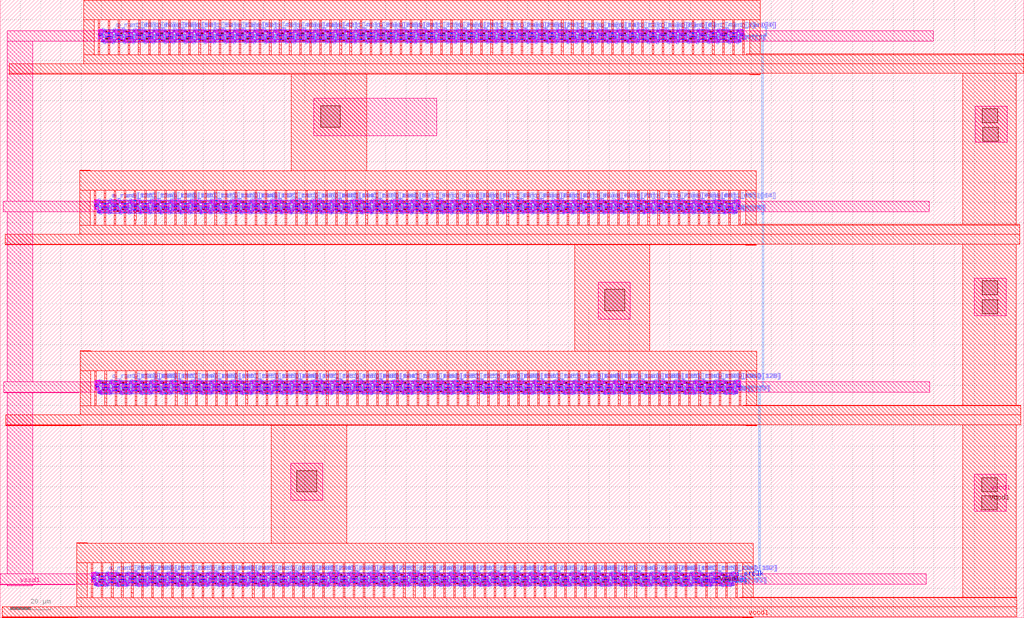
<source format=lef>
VERSION 5.7 ;
  NOWIREEXTENSIONATPIN ON ;
  DIVIDERCHAR "/" ;
  BUSBITCHARS "[]" ;
MACRO meta_srlatch_stack
  CLASS BLOCK ;
  FOREIGN meta_srlatch_stack ;
  ORIGIN 339.920 194.560 ;
  SIZE 504.270 BY 304.430 ;
  SITE unithd ;
  PIN o_ranQ[1]
    DIRECTION OUTPUT ;
    USE SIGNAL ;
    ANTENNADIFFAREA 0.340600 ;
    PORT
      LAYER li1 ;
        RECT 18.315 89.065 18.820 89.145 ;
        RECT 19.620 89.065 20.525 89.155 ;
        RECT 18.315 88.885 20.525 89.065 ;
      LAYER mcon ;
        RECT 18.505 88.975 18.675 89.145 ;
        RECT 19.870 88.975 20.040 89.145 ;
      LAYER met1 ;
        RECT 18.440 88.880 20.130 89.180 ;
        RECT 18.620 88.180 19.620 88.880 ;
    END
  END o_ranQ[1]
  PIN o_ranQ[2]
    DIRECTION OUTPUT ;
    USE SIGNAL ;
    ANTENNADIFFAREA 0.340600 ;
    PORT
      LAYER li1 ;
        RECT 13.355 94.875 15.565 95.055 ;
        RECT 13.355 94.795 13.860 94.875 ;
        RECT 14.660 94.785 15.565 94.875 ;
      LAYER mcon ;
        RECT 13.545 94.795 13.715 94.965 ;
        RECT 14.910 94.795 15.080 94.965 ;
      LAYER met1 ;
        RECT 13.660 95.060 14.660 95.760 ;
        RECT 13.480 94.760 15.170 95.060 ;
    END
  END o_ranQ[2]
  PIN o_ranQ[3]
    DIRECTION OUTPUT ;
    USE SIGNAL ;
    ANTENNADIFFAREA 0.340600 ;
    PORT
      LAYER li1 ;
        RECT 8.395 89.065 8.900 89.145 ;
        RECT 9.700 89.065 10.605 89.155 ;
        RECT 8.395 88.885 10.605 89.065 ;
      LAYER mcon ;
        RECT 8.585 88.975 8.755 89.145 ;
        RECT 9.950 88.975 10.120 89.145 ;
      LAYER met1 ;
        RECT 8.520 88.880 10.210 89.180 ;
        RECT 8.700 88.180 9.700 88.880 ;
    END
  END o_ranQ[3]
  PIN o_ranQ[0]
    DIRECTION OUTPUT ;
    USE SIGNAL ;
    ANTENNADIFFAREA 0.340600 ;
    PORT
      LAYER li1 ;
        RECT 23.275 94.875 25.485 95.055 ;
        RECT 23.275 94.795 23.780 94.875 ;
        RECT 24.580 94.785 25.485 94.875 ;
      LAYER mcon ;
        RECT 23.465 94.795 23.635 94.965 ;
        RECT 24.830 94.795 25.000 94.965 ;
      LAYER met1 ;
        RECT 23.580 95.060 24.580 95.760 ;
        RECT 23.400 94.760 25.090 95.060 ;
    END
  END o_ranQ[0]
  PIN o_ranQ[4]
    DIRECTION OUTPUT ;
    USE SIGNAL ;
    ANTENNADIFFAREA 0.340600 ;
    PORT
      LAYER li1 ;
        RECT 3.435 94.875 5.645 95.055 ;
        RECT 3.435 94.795 3.940 94.875 ;
        RECT 4.740 94.785 5.645 94.875 ;
      LAYER mcon ;
        RECT 3.625 94.795 3.795 94.965 ;
        RECT 4.990 94.795 5.160 94.965 ;
      LAYER met1 ;
        RECT 3.740 95.060 4.740 95.760 ;
        RECT 3.560 94.760 5.250 95.060 ;
    END
  END o_ranQ[4]
  PIN o_ranQ[5]
    DIRECTION OUTPUT ;
    USE SIGNAL ;
    ANTENNADIFFAREA 0.340600 ;
    PORT
      LAYER li1 ;
        RECT -1.525 89.065 -1.020 89.145 ;
        RECT -0.220 89.065 0.685 89.155 ;
        RECT -1.525 88.885 0.685 89.065 ;
      LAYER mcon ;
        RECT -1.335 88.975 -1.165 89.145 ;
        RECT 0.030 88.975 0.200 89.145 ;
      LAYER met1 ;
        RECT -1.400 88.880 0.290 89.180 ;
        RECT -1.220 88.180 -0.220 88.880 ;
    END
  END o_ranQ[5]
  PIN o_ranQ[6]
    DIRECTION OUTPUT ;
    USE SIGNAL ;
    ANTENNADIFFAREA 0.340600 ;
    PORT
      LAYER li1 ;
        RECT -6.485 94.875 -4.275 95.055 ;
        RECT -6.485 94.795 -5.980 94.875 ;
        RECT -5.180 94.785 -4.275 94.875 ;
      LAYER mcon ;
        RECT -6.295 94.795 -6.125 94.965 ;
        RECT -4.930 94.795 -4.760 94.965 ;
      LAYER met1 ;
        RECT -6.180 95.060 -5.180 95.760 ;
        RECT -6.360 94.760 -4.670 95.060 ;
    END
  END o_ranQ[6]
  PIN o_ranQ[7]
    DIRECTION OUTPUT ;
    USE SIGNAL ;
    ANTENNADIFFAREA 0.340600 ;
    PORT
      LAYER li1 ;
        RECT -11.445 89.065 -10.940 89.145 ;
        RECT -10.140 89.065 -9.235 89.155 ;
        RECT -11.445 88.885 -9.235 89.065 ;
      LAYER mcon ;
        RECT -11.255 88.975 -11.085 89.145 ;
        RECT -9.890 88.975 -9.720 89.145 ;
      LAYER met1 ;
        RECT -11.320 88.880 -9.630 89.180 ;
        RECT -11.140 88.180 -10.140 88.880 ;
    END
  END o_ranQ[7]
  PIN o_ranQ[8]
    DIRECTION OUTPUT ;
    USE SIGNAL ;
    ANTENNADIFFAREA 0.340600 ;
    PORT
      LAYER li1 ;
        RECT -16.405 94.875 -14.195 95.055 ;
        RECT -16.405 94.795 -15.900 94.875 ;
        RECT -15.100 94.785 -14.195 94.875 ;
      LAYER mcon ;
        RECT -16.215 94.795 -16.045 94.965 ;
        RECT -14.850 94.795 -14.680 94.965 ;
      LAYER met1 ;
        RECT -16.100 95.060 -15.100 95.760 ;
        RECT -16.280 94.760 -14.590 95.060 ;
    END
  END o_ranQ[8]
  PIN o_ranQ[9]
    DIRECTION OUTPUT ;
    USE SIGNAL ;
    ANTENNADIFFAREA 0.340600 ;
    PORT
      LAYER li1 ;
        RECT -21.365 89.065 -20.860 89.145 ;
        RECT -20.060 89.065 -19.155 89.155 ;
        RECT -21.365 88.885 -19.155 89.065 ;
      LAYER mcon ;
        RECT -21.175 88.975 -21.005 89.145 ;
        RECT -19.810 88.975 -19.640 89.145 ;
      LAYER met1 ;
        RECT -21.240 88.880 -19.550 89.180 ;
        RECT -21.060 88.180 -20.060 88.880 ;
    END
  END o_ranQ[9]
  PIN o_ranQ[10]
    DIRECTION OUTPUT ;
    USE SIGNAL ;
    ANTENNADIFFAREA 0.340600 ;
    PORT
      LAYER li1 ;
        RECT -26.325 94.875 -24.115 95.055 ;
        RECT -26.325 94.795 -25.820 94.875 ;
        RECT -25.020 94.785 -24.115 94.875 ;
      LAYER mcon ;
        RECT -26.135 94.795 -25.965 94.965 ;
        RECT -24.770 94.795 -24.600 94.965 ;
      LAYER met1 ;
        RECT -26.020 95.060 -25.020 95.760 ;
        RECT -26.200 94.760 -24.510 95.060 ;
    END
  END o_ranQ[10]
  PIN o_ranQ[11]
    DIRECTION OUTPUT ;
    USE SIGNAL ;
    ANTENNADIFFAREA 0.340600 ;
    PORT
      LAYER li1 ;
        RECT -31.285 89.065 -30.780 89.145 ;
        RECT -29.980 89.065 -29.075 89.155 ;
        RECT -31.285 88.885 -29.075 89.065 ;
      LAYER mcon ;
        RECT -31.095 88.975 -30.925 89.145 ;
        RECT -29.730 88.975 -29.560 89.145 ;
      LAYER met1 ;
        RECT -31.160 88.880 -29.470 89.180 ;
        RECT -30.980 88.180 -29.980 88.880 ;
    END
  END o_ranQ[11]
  PIN o_ranQ[12]
    DIRECTION OUTPUT ;
    USE SIGNAL ;
    ANTENNADIFFAREA 0.340600 ;
    PORT
      LAYER li1 ;
        RECT -36.245 94.875 -34.035 95.055 ;
        RECT -36.245 94.795 -35.740 94.875 ;
        RECT -34.940 94.785 -34.035 94.875 ;
      LAYER mcon ;
        RECT -36.055 94.795 -35.885 94.965 ;
        RECT -34.690 94.795 -34.520 94.965 ;
      LAYER met1 ;
        RECT -35.940 95.060 -34.940 95.760 ;
        RECT -36.120 94.760 -34.430 95.060 ;
    END
  END o_ranQ[12]
  PIN o_ranQ[13]
    DIRECTION OUTPUT ;
    USE SIGNAL ;
    ANTENNADIFFAREA 0.340600 ;
    PORT
      LAYER li1 ;
        RECT -41.205 89.065 -40.700 89.145 ;
        RECT -39.900 89.065 -38.995 89.155 ;
        RECT -41.205 88.885 -38.995 89.065 ;
      LAYER mcon ;
        RECT -41.015 88.975 -40.845 89.145 ;
        RECT -39.650 88.975 -39.480 89.145 ;
      LAYER met1 ;
        RECT -41.080 88.880 -39.390 89.180 ;
        RECT -40.900 88.180 -39.900 88.880 ;
    END
  END o_ranQ[13]
  PIN o_ranQ[14]
    DIRECTION OUTPUT ;
    USE SIGNAL ;
    ANTENNADIFFAREA 0.340600 ;
    PORT
      LAYER li1 ;
        RECT -46.165 94.875 -43.955 95.055 ;
        RECT -46.165 94.795 -45.660 94.875 ;
        RECT -44.860 94.785 -43.955 94.875 ;
      LAYER mcon ;
        RECT -45.975 94.795 -45.805 94.965 ;
        RECT -44.610 94.795 -44.440 94.965 ;
      LAYER met1 ;
        RECT -45.860 95.060 -44.860 95.760 ;
        RECT -46.040 94.760 -44.350 95.060 ;
    END
  END o_ranQ[14]
  PIN o_ranQ[15]
    DIRECTION OUTPUT ;
    USE SIGNAL ;
    ANTENNADIFFAREA 0.340600 ;
    PORT
      LAYER li1 ;
        RECT -51.125 89.065 -50.620 89.145 ;
        RECT -49.820 89.065 -48.915 89.155 ;
        RECT -51.125 88.885 -48.915 89.065 ;
      LAYER mcon ;
        RECT -50.935 88.975 -50.765 89.145 ;
        RECT -49.570 88.975 -49.400 89.145 ;
      LAYER met1 ;
        RECT -51.000 88.880 -49.310 89.180 ;
        RECT -50.820 88.180 -49.820 88.880 ;
    END
  END o_ranQ[15]
  PIN o_ranQ[17]
    DIRECTION OUTPUT ;
    USE SIGNAL ;
    ANTENNADIFFAREA 0.340600 ;
    PORT
      LAYER li1 ;
        RECT -61.045 89.065 -60.540 89.145 ;
        RECT -59.740 89.065 -58.835 89.155 ;
        RECT -61.045 88.885 -58.835 89.065 ;
      LAYER mcon ;
        RECT -60.855 88.975 -60.685 89.145 ;
        RECT -59.490 88.975 -59.320 89.145 ;
      LAYER met1 ;
        RECT -60.920 88.880 -59.230 89.180 ;
        RECT -60.740 88.180 -59.740 88.880 ;
    END
  END o_ranQ[17]
  PIN o_ranQ[18]
    DIRECTION OUTPUT ;
    USE SIGNAL ;
    ANTENNADIFFAREA 0.340600 ;
    PORT
      LAYER li1 ;
        RECT -66.005 94.875 -63.795 95.055 ;
        RECT -66.005 94.795 -65.500 94.875 ;
        RECT -64.700 94.785 -63.795 94.875 ;
      LAYER mcon ;
        RECT -65.815 94.795 -65.645 94.965 ;
        RECT -64.450 94.795 -64.280 94.965 ;
      LAYER met1 ;
        RECT -65.700 95.060 -64.700 95.760 ;
        RECT -65.880 94.760 -64.190 95.060 ;
    END
  END o_ranQ[18]
  PIN o_ranQ[19]
    DIRECTION OUTPUT ;
    USE SIGNAL ;
    ANTENNADIFFAREA 0.340600 ;
    PORT
      LAYER li1 ;
        RECT -70.965 89.065 -70.460 89.145 ;
        RECT -69.660 89.065 -68.755 89.155 ;
        RECT -70.965 88.885 -68.755 89.065 ;
      LAYER mcon ;
        RECT -70.775 88.975 -70.605 89.145 ;
        RECT -69.410 88.975 -69.240 89.145 ;
      LAYER met1 ;
        RECT -70.840 88.880 -69.150 89.180 ;
        RECT -70.660 88.180 -69.660 88.880 ;
    END
  END o_ranQ[19]
  PIN o_ranQ[16]
    DIRECTION OUTPUT ;
    USE SIGNAL ;
    ANTENNADIFFAREA 0.340600 ;
    PORT
      LAYER li1 ;
        RECT -56.085 94.875 -53.875 95.055 ;
        RECT -56.085 94.795 -55.580 94.875 ;
        RECT -54.780 94.785 -53.875 94.875 ;
      LAYER mcon ;
        RECT -55.895 94.795 -55.725 94.965 ;
        RECT -54.530 94.795 -54.360 94.965 ;
      LAYER met1 ;
        RECT -55.780 95.060 -54.780 95.760 ;
        RECT -55.960 94.760 -54.270 95.060 ;
    END
  END o_ranQ[16]
  PIN o_ranQ[20]
    DIRECTION OUTPUT ;
    USE SIGNAL ;
    ANTENNADIFFAREA 0.340600 ;
    PORT
      LAYER li1 ;
        RECT -75.925 94.875 -73.715 95.055 ;
        RECT -75.925 94.795 -75.420 94.875 ;
        RECT -74.620 94.785 -73.715 94.875 ;
      LAYER mcon ;
        RECT -75.735 94.795 -75.565 94.965 ;
        RECT -74.370 94.795 -74.200 94.965 ;
      LAYER met1 ;
        RECT -75.620 95.060 -74.620 95.760 ;
        RECT -75.800 94.760 -74.110 95.060 ;
    END
  END o_ranQ[20]
  PIN o_ranQ[21]
    DIRECTION OUTPUT ;
    USE SIGNAL ;
    ANTENNADIFFAREA 0.340600 ;
    PORT
      LAYER li1 ;
        RECT -80.885 89.065 -80.380 89.145 ;
        RECT -79.580 89.065 -78.675 89.155 ;
        RECT -80.885 88.885 -78.675 89.065 ;
      LAYER mcon ;
        RECT -80.695 88.975 -80.525 89.145 ;
        RECT -79.330 88.975 -79.160 89.145 ;
      LAYER met1 ;
        RECT -80.760 88.880 -79.070 89.180 ;
        RECT -80.580 88.180 -79.580 88.880 ;
    END
  END o_ranQ[21]
  PIN o_ranQ[22]
    DIRECTION OUTPUT ;
    USE SIGNAL ;
    ANTENNADIFFAREA 0.340600 ;
    PORT
      LAYER li1 ;
        RECT -85.845 94.875 -83.635 95.055 ;
        RECT -85.845 94.795 -85.340 94.875 ;
        RECT -84.540 94.785 -83.635 94.875 ;
      LAYER mcon ;
        RECT -85.655 94.795 -85.485 94.965 ;
        RECT -84.290 94.795 -84.120 94.965 ;
      LAYER met1 ;
        RECT -85.540 95.060 -84.540 95.760 ;
        RECT -85.720 94.760 -84.030 95.060 ;
    END
  END o_ranQ[22]
  PIN o_ranQ[23]
    DIRECTION OUTPUT ;
    USE SIGNAL ;
    ANTENNADIFFAREA 0.340600 ;
    PORT
      LAYER li1 ;
        RECT -90.805 89.065 -90.300 89.145 ;
        RECT -89.500 89.065 -88.595 89.155 ;
        RECT -90.805 88.885 -88.595 89.065 ;
      LAYER mcon ;
        RECT -90.615 88.975 -90.445 89.145 ;
        RECT -89.250 88.975 -89.080 89.145 ;
      LAYER met1 ;
        RECT -90.680 88.880 -88.990 89.180 ;
        RECT -90.500 88.180 -89.500 88.880 ;
    END
  END o_ranQ[23]
  PIN o_ranQ[24]
    DIRECTION OUTPUT ;
    USE SIGNAL ;
    ANTENNADIFFAREA 0.340600 ;
    PORT
      LAYER li1 ;
        RECT -95.765 94.875 -93.555 95.055 ;
        RECT -95.765 94.795 -95.260 94.875 ;
        RECT -94.460 94.785 -93.555 94.875 ;
      LAYER mcon ;
        RECT -95.575 94.795 -95.405 94.965 ;
        RECT -94.210 94.795 -94.040 94.965 ;
      LAYER met1 ;
        RECT -95.460 95.060 -94.460 95.760 ;
        RECT -95.640 94.760 -93.950 95.060 ;
    END
  END o_ranQ[24]
  PIN o_ranQ[25]
    DIRECTION OUTPUT ;
    USE SIGNAL ;
    ANTENNADIFFAREA 0.340600 ;
    PORT
      LAYER li1 ;
        RECT -100.725 89.065 -100.220 89.145 ;
        RECT -99.420 89.065 -98.515 89.155 ;
        RECT -100.725 88.885 -98.515 89.065 ;
      LAYER mcon ;
        RECT -100.535 88.975 -100.365 89.145 ;
        RECT -99.170 88.975 -99.000 89.145 ;
      LAYER met1 ;
        RECT -100.600 88.880 -98.910 89.180 ;
        RECT -100.420 88.180 -99.420 88.880 ;
    END
  END o_ranQ[25]
  PIN o_ranQ[26]
    DIRECTION OUTPUT ;
    USE SIGNAL ;
    ANTENNADIFFAREA 0.340600 ;
    PORT
      LAYER li1 ;
        RECT -105.685 94.875 -103.475 95.055 ;
        RECT -105.685 94.795 -105.180 94.875 ;
        RECT -104.380 94.785 -103.475 94.875 ;
      LAYER mcon ;
        RECT -105.495 94.795 -105.325 94.965 ;
        RECT -104.130 94.795 -103.960 94.965 ;
      LAYER met1 ;
        RECT -105.380 95.060 -104.380 95.760 ;
        RECT -105.560 94.760 -103.870 95.060 ;
    END
  END o_ranQ[26]
  PIN o_ranQ[27]
    DIRECTION OUTPUT ;
    USE SIGNAL ;
    ANTENNADIFFAREA 0.340600 ;
    PORT
      LAYER li1 ;
        RECT -110.645 89.065 -110.140 89.145 ;
        RECT -109.340 89.065 -108.435 89.155 ;
        RECT -110.645 88.885 -108.435 89.065 ;
      LAYER mcon ;
        RECT -110.455 88.975 -110.285 89.145 ;
        RECT -109.090 88.975 -108.920 89.145 ;
      LAYER met1 ;
        RECT -110.520 88.880 -108.830 89.180 ;
        RECT -110.340 88.180 -109.340 88.880 ;
    END
  END o_ranQ[27]
  PIN o_ranQ[28]
    DIRECTION OUTPUT ;
    USE SIGNAL ;
    ANTENNADIFFAREA 0.340600 ;
    PORT
      LAYER li1 ;
        RECT -115.605 94.875 -113.395 95.055 ;
        RECT -115.605 94.795 -115.100 94.875 ;
        RECT -114.300 94.785 -113.395 94.875 ;
      LAYER mcon ;
        RECT -115.415 94.795 -115.245 94.965 ;
        RECT -114.050 94.795 -113.880 94.965 ;
      LAYER met1 ;
        RECT -115.300 95.060 -114.300 95.760 ;
        RECT -115.480 94.760 -113.790 95.060 ;
    END
  END o_ranQ[28]
  PIN o_ranQ[29]
    DIRECTION OUTPUT ;
    USE SIGNAL ;
    ANTENNADIFFAREA 0.340600 ;
    PORT
      LAYER li1 ;
        RECT -120.565 89.065 -120.060 89.145 ;
        RECT -119.260 89.065 -118.355 89.155 ;
        RECT -120.565 88.885 -118.355 89.065 ;
      LAYER mcon ;
        RECT -120.375 88.975 -120.205 89.145 ;
        RECT -119.010 88.975 -118.840 89.145 ;
      LAYER met1 ;
        RECT -120.440 88.880 -118.750 89.180 ;
        RECT -120.260 88.180 -119.260 88.880 ;
    END
  END o_ranQ[29]
  PIN o_ranQ[30]
    DIRECTION OUTPUT ;
    USE SIGNAL ;
    ANTENNADIFFAREA 0.340600 ;
    PORT
      LAYER li1 ;
        RECT -125.525 94.875 -123.315 95.055 ;
        RECT -125.525 94.795 -125.020 94.875 ;
        RECT -124.220 94.785 -123.315 94.875 ;
      LAYER mcon ;
        RECT -125.335 94.795 -125.165 94.965 ;
        RECT -123.970 94.795 -123.800 94.965 ;
      LAYER met1 ;
        RECT -125.220 95.060 -124.220 95.760 ;
        RECT -125.400 94.760 -123.710 95.060 ;
    END
  END o_ranQ[30]
  PIN o_ranQ[31]
    DIRECTION OUTPUT ;
    USE SIGNAL ;
    ANTENNADIFFAREA 0.340600 ;
    PORT
      LAYER li1 ;
        RECT -130.485 89.065 -129.980 89.145 ;
        RECT -129.180 89.065 -128.275 89.155 ;
        RECT -130.485 88.885 -128.275 89.065 ;
      LAYER mcon ;
        RECT -130.295 88.975 -130.125 89.145 ;
        RECT -128.930 88.975 -128.760 89.145 ;
      LAYER met1 ;
        RECT -130.360 88.880 -128.670 89.180 ;
        RECT -130.180 88.180 -129.180 88.880 ;
    END
  END o_ranQ[31]
  PIN o_ranQ[33]
    DIRECTION OUTPUT ;
    USE SIGNAL ;
    ANTENNADIFFAREA 0.340600 ;
    PORT
      LAYER li1 ;
        RECT -140.405 89.065 -139.900 89.145 ;
        RECT -139.100 89.065 -138.195 89.155 ;
        RECT -140.405 88.885 -138.195 89.065 ;
      LAYER mcon ;
        RECT -140.215 88.975 -140.045 89.145 ;
        RECT -138.850 88.975 -138.680 89.145 ;
      LAYER met1 ;
        RECT -140.280 88.880 -138.590 89.180 ;
        RECT -140.100 88.180 -139.100 88.880 ;
    END
  END o_ranQ[33]
  PIN o_ranQ[34]
    DIRECTION OUTPUT ;
    USE SIGNAL ;
    ANTENNADIFFAREA 0.340600 ;
    PORT
      LAYER li1 ;
        RECT -145.365 94.875 -143.155 95.055 ;
        RECT -145.365 94.795 -144.860 94.875 ;
        RECT -144.060 94.785 -143.155 94.875 ;
      LAYER mcon ;
        RECT -145.175 94.795 -145.005 94.965 ;
        RECT -143.810 94.795 -143.640 94.965 ;
      LAYER met1 ;
        RECT -145.060 95.060 -144.060 95.760 ;
        RECT -145.240 94.760 -143.550 95.060 ;
    END
  END o_ranQ[34]
  PIN o_ranQ[35]
    DIRECTION OUTPUT ;
    USE SIGNAL ;
    ANTENNADIFFAREA 0.340600 ;
    PORT
      LAYER li1 ;
        RECT -150.325 89.065 -149.820 89.145 ;
        RECT -149.020 89.065 -148.115 89.155 ;
        RECT -150.325 88.885 -148.115 89.065 ;
      LAYER mcon ;
        RECT -150.135 88.975 -149.965 89.145 ;
        RECT -148.770 88.975 -148.600 89.145 ;
      LAYER met1 ;
        RECT -150.200 88.880 -148.510 89.180 ;
        RECT -150.020 88.180 -149.020 88.880 ;
    END
  END o_ranQ[35]
  PIN o_ranQ[32]
    DIRECTION OUTPUT ;
    USE SIGNAL ;
    ANTENNADIFFAREA 0.340600 ;
    PORT
      LAYER li1 ;
        RECT -135.445 94.875 -133.235 95.055 ;
        RECT -135.445 94.795 -134.940 94.875 ;
        RECT -134.140 94.785 -133.235 94.875 ;
      LAYER mcon ;
        RECT -135.255 94.795 -135.085 94.965 ;
        RECT -133.890 94.795 -133.720 94.965 ;
      LAYER met1 ;
        RECT -135.140 95.060 -134.140 95.760 ;
        RECT -135.320 94.760 -133.630 95.060 ;
    END
  END o_ranQ[32]
  PIN o_ranQ[36]
    DIRECTION OUTPUT ;
    USE SIGNAL ;
    ANTENNADIFFAREA 0.340600 ;
    PORT
      LAYER li1 ;
        RECT -155.285 94.875 -153.075 95.055 ;
        RECT -155.285 94.795 -154.780 94.875 ;
        RECT -153.980 94.785 -153.075 94.875 ;
      LAYER mcon ;
        RECT -155.095 94.795 -154.925 94.965 ;
        RECT -153.730 94.795 -153.560 94.965 ;
      LAYER met1 ;
        RECT -154.980 95.060 -153.980 95.760 ;
        RECT -155.160 94.760 -153.470 95.060 ;
    END
  END o_ranQ[36]
  PIN o_ranQ[37]
    DIRECTION OUTPUT ;
    USE SIGNAL ;
    ANTENNADIFFAREA 0.340600 ;
    PORT
      LAYER li1 ;
        RECT -160.245 89.065 -159.740 89.145 ;
        RECT -158.940 89.065 -158.035 89.155 ;
        RECT -160.245 88.885 -158.035 89.065 ;
      LAYER mcon ;
        RECT -160.055 88.975 -159.885 89.145 ;
        RECT -158.690 88.975 -158.520 89.145 ;
      LAYER met1 ;
        RECT -160.120 88.880 -158.430 89.180 ;
        RECT -159.940 88.180 -158.940 88.880 ;
    END
  END o_ranQ[37]
  PIN o_ranQ[38]
    DIRECTION OUTPUT ;
    USE SIGNAL ;
    ANTENNADIFFAREA 0.340600 ;
    PORT
      LAYER li1 ;
        RECT -165.205 94.875 -162.995 95.055 ;
        RECT -165.205 94.795 -164.700 94.875 ;
        RECT -163.900 94.785 -162.995 94.875 ;
      LAYER mcon ;
        RECT -165.015 94.795 -164.845 94.965 ;
        RECT -163.650 94.795 -163.480 94.965 ;
      LAYER met1 ;
        RECT -164.900 95.060 -163.900 95.760 ;
        RECT -165.080 94.760 -163.390 95.060 ;
    END
  END o_ranQ[38]
  PIN o_ranQ[39]
    DIRECTION OUTPUT ;
    USE SIGNAL ;
    ANTENNADIFFAREA 0.340600 ;
    PORT
      LAYER li1 ;
        RECT -170.165 89.065 -169.660 89.145 ;
        RECT -168.860 89.065 -167.955 89.155 ;
        RECT -170.165 88.885 -167.955 89.065 ;
      LAYER mcon ;
        RECT -169.975 88.975 -169.805 89.145 ;
        RECT -168.610 88.975 -168.440 89.145 ;
      LAYER met1 ;
        RECT -170.040 88.880 -168.350 89.180 ;
        RECT -169.860 88.180 -168.860 88.880 ;
    END
  END o_ranQ[39]
  PIN o_ranQ[40]
    DIRECTION OUTPUT ;
    USE SIGNAL ;
    ANTENNADIFFAREA 0.340600 ;
    PORT
      LAYER li1 ;
        RECT -175.125 94.875 -172.915 95.055 ;
        RECT -175.125 94.795 -174.620 94.875 ;
        RECT -173.820 94.785 -172.915 94.875 ;
      LAYER mcon ;
        RECT -174.935 94.795 -174.765 94.965 ;
        RECT -173.570 94.795 -173.400 94.965 ;
      LAYER met1 ;
        RECT -174.820 95.060 -173.820 95.760 ;
        RECT -175.000 94.760 -173.310 95.060 ;
    END
  END o_ranQ[40]
  PIN o_ranQ[41]
    DIRECTION OUTPUT ;
    USE SIGNAL ;
    ANTENNADIFFAREA 0.340600 ;
    PORT
      LAYER li1 ;
        RECT -180.085 89.065 -179.580 89.145 ;
        RECT -178.780 89.065 -177.875 89.155 ;
        RECT -180.085 88.885 -177.875 89.065 ;
      LAYER mcon ;
        RECT -179.895 88.975 -179.725 89.145 ;
        RECT -178.530 88.975 -178.360 89.145 ;
      LAYER met1 ;
        RECT -179.960 88.880 -178.270 89.180 ;
        RECT -179.780 88.180 -178.780 88.880 ;
    END
  END o_ranQ[41]
  PIN o_ranQ[42]
    DIRECTION OUTPUT ;
    USE SIGNAL ;
    ANTENNADIFFAREA 0.340600 ;
    PORT
      LAYER li1 ;
        RECT -185.045 94.875 -182.835 95.055 ;
        RECT -185.045 94.795 -184.540 94.875 ;
        RECT -183.740 94.785 -182.835 94.875 ;
      LAYER mcon ;
        RECT -184.855 94.795 -184.685 94.965 ;
        RECT -183.490 94.795 -183.320 94.965 ;
      LAYER met1 ;
        RECT -184.740 95.060 -183.740 95.760 ;
        RECT -184.920 94.760 -183.230 95.060 ;
    END
  END o_ranQ[42]
  PIN o_ranQ[43]
    DIRECTION OUTPUT ;
    USE SIGNAL ;
    ANTENNADIFFAREA 0.340600 ;
    PORT
      LAYER li1 ;
        RECT -190.005 89.065 -189.500 89.145 ;
        RECT -188.700 89.065 -187.795 89.155 ;
        RECT -190.005 88.885 -187.795 89.065 ;
      LAYER mcon ;
        RECT -189.815 88.975 -189.645 89.145 ;
        RECT -188.450 88.975 -188.280 89.145 ;
      LAYER met1 ;
        RECT -189.880 88.880 -188.190 89.180 ;
        RECT -189.700 88.180 -188.700 88.880 ;
    END
  END o_ranQ[43]
  PIN o_ranQ[44]
    DIRECTION OUTPUT ;
    USE SIGNAL ;
    ANTENNADIFFAREA 0.340600 ;
    PORT
      LAYER li1 ;
        RECT -194.965 94.875 -192.755 95.055 ;
        RECT -194.965 94.795 -194.460 94.875 ;
        RECT -193.660 94.785 -192.755 94.875 ;
      LAYER mcon ;
        RECT -194.775 94.795 -194.605 94.965 ;
        RECT -193.410 94.795 -193.240 94.965 ;
      LAYER met1 ;
        RECT -194.660 95.060 -193.660 95.760 ;
        RECT -194.840 94.760 -193.150 95.060 ;
    END
  END o_ranQ[44]
  PIN o_ranQ[45]
    DIRECTION OUTPUT ;
    USE SIGNAL ;
    ANTENNADIFFAREA 0.340600 ;
    PORT
      LAYER li1 ;
        RECT -199.925 89.065 -199.420 89.145 ;
        RECT -198.620 89.065 -197.715 89.155 ;
        RECT -199.925 88.885 -197.715 89.065 ;
      LAYER mcon ;
        RECT -199.735 88.975 -199.565 89.145 ;
        RECT -198.370 88.975 -198.200 89.145 ;
      LAYER met1 ;
        RECT -199.800 88.880 -198.110 89.180 ;
        RECT -199.620 88.180 -198.620 88.880 ;
    END
  END o_ranQ[45]
  PIN o_ranQ[46]
    DIRECTION OUTPUT ;
    USE SIGNAL ;
    ANTENNADIFFAREA 0.340600 ;
    PORT
      LAYER li1 ;
        RECT -204.885 94.875 -202.675 95.055 ;
        RECT -204.885 94.795 -204.380 94.875 ;
        RECT -203.580 94.785 -202.675 94.875 ;
      LAYER mcon ;
        RECT -204.695 94.795 -204.525 94.965 ;
        RECT -203.330 94.795 -203.160 94.965 ;
      LAYER met1 ;
        RECT -204.580 95.060 -203.580 95.760 ;
        RECT -204.760 94.760 -203.070 95.060 ;
    END
  END o_ranQ[46]
  PIN o_ranQ[47]
    DIRECTION OUTPUT ;
    USE SIGNAL ;
    ANTENNADIFFAREA 0.340600 ;
    PORT
      LAYER li1 ;
        RECT -209.845 89.065 -209.340 89.145 ;
        RECT -208.540 89.065 -207.635 89.155 ;
        RECT -209.845 88.885 -207.635 89.065 ;
      LAYER mcon ;
        RECT -209.655 88.975 -209.485 89.145 ;
        RECT -208.290 88.975 -208.120 89.145 ;
      LAYER met1 ;
        RECT -209.720 88.880 -208.030 89.180 ;
        RECT -209.540 88.180 -208.540 88.880 ;
    END
  END o_ranQ[47]
  PIN o_ranQ[49]
    DIRECTION OUTPUT ;
    USE SIGNAL ;
    ANTENNADIFFAREA 0.340600 ;
    PORT
      LAYER li1 ;
        RECT -219.765 89.065 -219.260 89.145 ;
        RECT -218.460 89.065 -217.555 89.155 ;
        RECT -219.765 88.885 -217.555 89.065 ;
      LAYER mcon ;
        RECT -219.575 88.975 -219.405 89.145 ;
        RECT -218.210 88.975 -218.040 89.145 ;
      LAYER met1 ;
        RECT -219.640 88.880 -217.950 89.180 ;
        RECT -219.460 88.180 -218.460 88.880 ;
    END
  END o_ranQ[49]
  PIN o_ranQ[50]
    DIRECTION OUTPUT ;
    USE SIGNAL ;
    ANTENNADIFFAREA 0.340600 ;
    PORT
      LAYER li1 ;
        RECT -224.725 94.875 -222.515 95.055 ;
        RECT -224.725 94.795 -224.220 94.875 ;
        RECT -223.420 94.785 -222.515 94.875 ;
      LAYER mcon ;
        RECT -224.535 94.795 -224.365 94.965 ;
        RECT -223.170 94.795 -223.000 94.965 ;
      LAYER met1 ;
        RECT -224.420 95.060 -223.420 95.760 ;
        RECT -224.600 94.760 -222.910 95.060 ;
    END
  END o_ranQ[50]
  PIN o_ranQ[51]
    DIRECTION OUTPUT ;
    USE SIGNAL ;
    ANTENNADIFFAREA 0.340600 ;
    PORT
      LAYER li1 ;
        RECT -229.685 89.065 -229.180 89.145 ;
        RECT -228.380 89.065 -227.475 89.155 ;
        RECT -229.685 88.885 -227.475 89.065 ;
      LAYER mcon ;
        RECT -229.495 88.975 -229.325 89.145 ;
        RECT -228.130 88.975 -227.960 89.145 ;
      LAYER met1 ;
        RECT -229.560 88.880 -227.870 89.180 ;
        RECT -229.380 88.180 -228.380 88.880 ;
    END
  END o_ranQ[51]
  PIN o_ranQ[48]
    DIRECTION OUTPUT ;
    USE SIGNAL ;
    ANTENNADIFFAREA 0.340600 ;
    PORT
      LAYER li1 ;
        RECT -214.805 94.875 -212.595 95.055 ;
        RECT -214.805 94.795 -214.300 94.875 ;
        RECT -213.500 94.785 -212.595 94.875 ;
      LAYER mcon ;
        RECT -214.615 94.795 -214.445 94.965 ;
        RECT -213.250 94.795 -213.080 94.965 ;
      LAYER met1 ;
        RECT -214.500 95.060 -213.500 95.760 ;
        RECT -214.680 94.760 -212.990 95.060 ;
    END
  END o_ranQ[48]
  PIN o_ranQ[52]
    DIRECTION OUTPUT ;
    USE SIGNAL ;
    ANTENNADIFFAREA 0.340600 ;
    PORT
      LAYER li1 ;
        RECT -234.645 94.875 -232.435 95.055 ;
        RECT -234.645 94.795 -234.140 94.875 ;
        RECT -233.340 94.785 -232.435 94.875 ;
      LAYER mcon ;
        RECT -234.455 94.795 -234.285 94.965 ;
        RECT -233.090 94.795 -232.920 94.965 ;
      LAYER met1 ;
        RECT -234.340 95.060 -233.340 95.760 ;
        RECT -234.520 94.760 -232.830 95.060 ;
    END
  END o_ranQ[52]
  PIN o_ranQ[53]
    DIRECTION OUTPUT ;
    USE SIGNAL ;
    ANTENNADIFFAREA 0.340600 ;
    PORT
      LAYER li1 ;
        RECT -239.605 89.065 -239.100 89.145 ;
        RECT -238.300 89.065 -237.395 89.155 ;
        RECT -239.605 88.885 -237.395 89.065 ;
      LAYER mcon ;
        RECT -239.415 88.975 -239.245 89.145 ;
        RECT -238.050 88.975 -237.880 89.145 ;
      LAYER met1 ;
        RECT -239.480 88.880 -237.790 89.180 ;
        RECT -239.300 88.180 -238.300 88.880 ;
    END
  END o_ranQ[53]
  PIN o_ranQ[54]
    DIRECTION OUTPUT ;
    USE SIGNAL ;
    ANTENNADIFFAREA 0.340600 ;
    PORT
      LAYER li1 ;
        RECT -244.565 94.875 -242.355 95.055 ;
        RECT -244.565 94.795 -244.060 94.875 ;
        RECT -243.260 94.785 -242.355 94.875 ;
      LAYER mcon ;
        RECT -244.375 94.795 -244.205 94.965 ;
        RECT -243.010 94.795 -242.840 94.965 ;
      LAYER met1 ;
        RECT -244.260 95.060 -243.260 95.760 ;
        RECT -244.440 94.760 -242.750 95.060 ;
    END
  END o_ranQ[54]
  PIN o_ranQ[55]
    DIRECTION OUTPUT ;
    USE SIGNAL ;
    ANTENNADIFFAREA 0.340600 ;
    PORT
      LAYER li1 ;
        RECT -249.525 89.065 -249.020 89.145 ;
        RECT -248.220 89.065 -247.315 89.155 ;
        RECT -249.525 88.885 -247.315 89.065 ;
      LAYER mcon ;
        RECT -249.335 88.975 -249.165 89.145 ;
        RECT -247.970 88.975 -247.800 89.145 ;
      LAYER met1 ;
        RECT -249.400 88.880 -247.710 89.180 ;
        RECT -249.220 88.180 -248.220 88.880 ;
    END
  END o_ranQ[55]
  PIN o_ranQ[56]
    DIRECTION OUTPUT ;
    USE SIGNAL ;
    ANTENNADIFFAREA 0.340600 ;
    PORT
      LAYER li1 ;
        RECT -254.485 94.875 -252.275 95.055 ;
        RECT -254.485 94.795 -253.980 94.875 ;
        RECT -253.180 94.785 -252.275 94.875 ;
      LAYER mcon ;
        RECT -254.295 94.795 -254.125 94.965 ;
        RECT -252.930 94.795 -252.760 94.965 ;
      LAYER met1 ;
        RECT -254.180 95.060 -253.180 95.760 ;
        RECT -254.360 94.760 -252.670 95.060 ;
    END
  END o_ranQ[56]
  PIN o_ranQ[57]
    DIRECTION OUTPUT ;
    USE SIGNAL ;
    ANTENNADIFFAREA 0.340600 ;
    PORT
      LAYER li1 ;
        RECT -259.445 89.065 -258.940 89.145 ;
        RECT -258.140 89.065 -257.235 89.155 ;
        RECT -259.445 88.885 -257.235 89.065 ;
      LAYER mcon ;
        RECT -259.255 88.975 -259.085 89.145 ;
        RECT -257.890 88.975 -257.720 89.145 ;
      LAYER met1 ;
        RECT -259.320 88.880 -257.630 89.180 ;
        RECT -259.140 88.180 -258.140 88.880 ;
    END
  END o_ranQ[57]
  PIN o_ranQ[58]
    DIRECTION OUTPUT ;
    USE SIGNAL ;
    ANTENNADIFFAREA 0.340600 ;
    PORT
      LAYER li1 ;
        RECT -264.405 94.875 -262.195 95.055 ;
        RECT -264.405 94.795 -263.900 94.875 ;
        RECT -263.100 94.785 -262.195 94.875 ;
      LAYER mcon ;
        RECT -264.215 94.795 -264.045 94.965 ;
        RECT -262.850 94.795 -262.680 94.965 ;
      LAYER met1 ;
        RECT -264.100 95.060 -263.100 95.760 ;
        RECT -264.280 94.760 -262.590 95.060 ;
    END
  END o_ranQ[58]
  PIN o_ranQ[59]
    DIRECTION OUTPUT ;
    USE SIGNAL ;
    ANTENNADIFFAREA 0.340600 ;
    PORT
      LAYER li1 ;
        RECT -269.365 89.065 -268.860 89.145 ;
        RECT -268.060 89.065 -267.155 89.155 ;
        RECT -269.365 88.885 -267.155 89.065 ;
      LAYER mcon ;
        RECT -269.175 88.975 -269.005 89.145 ;
        RECT -267.810 88.975 -267.640 89.145 ;
      LAYER met1 ;
        RECT -269.240 88.880 -267.550 89.180 ;
        RECT -269.060 88.180 -268.060 88.880 ;
    END
  END o_ranQ[59]
  PIN o_ranQ[60]
    DIRECTION OUTPUT ;
    USE SIGNAL ;
    ANTENNADIFFAREA 0.340600 ;
    PORT
      LAYER li1 ;
        RECT -274.325 94.875 -272.115 95.055 ;
        RECT -274.325 94.795 -273.820 94.875 ;
        RECT -273.020 94.785 -272.115 94.875 ;
      LAYER mcon ;
        RECT -274.135 94.795 -273.965 94.965 ;
        RECT -272.770 94.795 -272.600 94.965 ;
      LAYER met1 ;
        RECT -274.020 95.060 -273.020 95.760 ;
        RECT -274.200 94.760 -272.510 95.060 ;
    END
  END o_ranQ[60]
  PIN o_ranQ[61]
    DIRECTION OUTPUT ;
    USE SIGNAL ;
    ANTENNADIFFAREA 0.340600 ;
    PORT
      LAYER li1 ;
        RECT -279.285 89.065 -278.780 89.145 ;
        RECT -277.980 89.065 -277.075 89.155 ;
        RECT -279.285 88.885 -277.075 89.065 ;
      LAYER mcon ;
        RECT -279.095 88.975 -278.925 89.145 ;
        RECT -277.730 88.975 -277.560 89.145 ;
      LAYER met1 ;
        RECT -279.160 88.880 -277.470 89.180 ;
        RECT -278.980 88.180 -277.980 88.880 ;
    END
  END o_ranQ[61]
  PIN o_ranQ[62]
    DIRECTION OUTPUT ;
    USE SIGNAL ;
    ANTENNADIFFAREA 0.340600 ;
    PORT
      LAYER li1 ;
        RECT -284.245 94.875 -282.035 95.055 ;
        RECT -284.245 94.795 -283.740 94.875 ;
        RECT -282.940 94.785 -282.035 94.875 ;
      LAYER mcon ;
        RECT -284.055 94.795 -283.885 94.965 ;
        RECT -282.690 94.795 -282.520 94.965 ;
      LAYER met1 ;
        RECT -283.940 95.060 -282.940 95.760 ;
        RECT -284.120 94.760 -282.430 95.060 ;
    END
  END o_ranQ[62]
  PIN o_ranQ[63]
    DIRECTION OUTPUT ;
    USE SIGNAL ;
    ANTENNADIFFAREA 0.340600 ;
    PORT
      LAYER li1 ;
        RECT -289.205 89.065 -288.700 89.145 ;
        RECT -287.900 89.065 -286.995 89.155 ;
        RECT -289.205 88.885 -286.995 89.065 ;
      LAYER mcon ;
        RECT -289.015 88.975 -288.845 89.145 ;
        RECT -287.650 88.975 -287.480 89.145 ;
      LAYER met1 ;
        RECT -289.080 88.880 -287.390 89.180 ;
        RECT -288.900 88.180 -287.900 88.880 ;
    END
  END o_ranQ[63]
  PIN i_srclk
    DIRECTION INPUT ;
    USE SIGNAL ;
    ANTENNAGATEAREA 126.719994 ;
    PORT
      LAYER li1 ;
        RECT -290.905 92.005 -290.570 92.275 ;
        RECT -281.970 92.005 -281.635 92.275 ;
        RECT -280.985 92.005 -280.650 92.275 ;
        RECT -272.050 92.005 -271.715 92.275 ;
        RECT -271.065 92.005 -270.730 92.275 ;
        RECT -262.130 92.005 -261.795 92.275 ;
        RECT -261.145 92.005 -260.810 92.275 ;
        RECT -252.210 92.005 -251.875 92.275 ;
        RECT -251.225 92.005 -250.890 92.275 ;
        RECT -242.290 92.005 -241.955 92.275 ;
        RECT -241.305 92.005 -240.970 92.275 ;
        RECT -232.370 92.005 -232.035 92.275 ;
        RECT -231.385 92.005 -231.050 92.275 ;
        RECT -222.450 92.005 -222.115 92.275 ;
        RECT -221.465 92.005 -221.130 92.275 ;
        RECT -212.530 92.005 -212.195 92.275 ;
        RECT -211.545 92.005 -211.210 92.275 ;
        RECT -202.610 92.005 -202.275 92.275 ;
        RECT -201.625 92.005 -201.290 92.275 ;
        RECT -192.690 92.005 -192.355 92.275 ;
        RECT -191.705 92.005 -191.370 92.275 ;
        RECT -182.770 92.005 -182.435 92.275 ;
        RECT -181.785 92.005 -181.450 92.275 ;
        RECT -172.850 92.005 -172.515 92.275 ;
        RECT -171.865 92.005 -171.530 92.275 ;
        RECT -162.930 92.005 -162.595 92.275 ;
        RECT -161.945 92.005 -161.610 92.275 ;
        RECT -153.010 92.005 -152.675 92.275 ;
        RECT -152.025 92.005 -151.690 92.275 ;
        RECT -143.090 92.005 -142.755 92.275 ;
        RECT -142.105 92.005 -141.770 92.275 ;
        RECT -133.170 92.005 -132.835 92.275 ;
        RECT -132.185 92.005 -131.850 92.275 ;
        RECT -123.250 92.005 -122.915 92.275 ;
        RECT -122.265 92.005 -121.930 92.275 ;
        RECT -113.330 92.005 -112.995 92.275 ;
        RECT -112.345 92.005 -112.010 92.275 ;
        RECT -103.410 92.005 -103.075 92.275 ;
        RECT -102.425 92.005 -102.090 92.275 ;
        RECT -93.490 92.005 -93.155 92.275 ;
        RECT -92.505 92.005 -92.170 92.275 ;
        RECT -83.570 92.005 -83.235 92.275 ;
        RECT -82.585 92.005 -82.250 92.275 ;
        RECT -73.650 92.005 -73.315 92.275 ;
        RECT -72.665 92.005 -72.330 92.275 ;
        RECT -63.730 92.005 -63.395 92.275 ;
        RECT -62.745 92.005 -62.410 92.275 ;
        RECT -53.810 92.005 -53.475 92.275 ;
        RECT -52.825 92.005 -52.490 92.275 ;
        RECT -43.890 92.005 -43.555 92.275 ;
        RECT -42.905 92.005 -42.570 92.275 ;
        RECT -33.970 92.005 -33.635 92.275 ;
        RECT -32.985 92.005 -32.650 92.275 ;
        RECT -24.050 92.005 -23.715 92.275 ;
        RECT -23.065 92.005 -22.730 92.275 ;
        RECT -14.130 92.005 -13.795 92.275 ;
        RECT -13.145 92.005 -12.810 92.275 ;
        RECT -4.210 92.005 -3.875 92.275 ;
        RECT -3.225 92.005 -2.890 92.275 ;
        RECT 5.710 92.005 6.045 92.275 ;
        RECT 6.695 92.005 7.030 92.275 ;
        RECT 15.630 92.005 15.965 92.275 ;
        RECT 16.615 92.005 16.950 92.275 ;
        RECT 25.550 92.005 25.885 92.275 ;
        RECT -286.930 91.665 -286.595 91.935 ;
        RECT -285.945 91.665 -285.610 91.935 ;
        RECT -277.010 91.665 -276.675 91.935 ;
        RECT -276.025 91.665 -275.690 91.935 ;
        RECT -267.090 91.665 -266.755 91.935 ;
        RECT -266.105 91.665 -265.770 91.935 ;
        RECT -257.170 91.665 -256.835 91.935 ;
        RECT -256.185 91.665 -255.850 91.935 ;
        RECT -247.250 91.665 -246.915 91.935 ;
        RECT -246.265 91.665 -245.930 91.935 ;
        RECT -237.330 91.665 -236.995 91.935 ;
        RECT -236.345 91.665 -236.010 91.935 ;
        RECT -227.410 91.665 -227.075 91.935 ;
        RECT -226.425 91.665 -226.090 91.935 ;
        RECT -217.490 91.665 -217.155 91.935 ;
        RECT -216.505 91.665 -216.170 91.935 ;
        RECT -207.570 91.665 -207.235 91.935 ;
        RECT -206.585 91.665 -206.250 91.935 ;
        RECT -197.650 91.665 -197.315 91.935 ;
        RECT -196.665 91.665 -196.330 91.935 ;
        RECT -187.730 91.665 -187.395 91.935 ;
        RECT -186.745 91.665 -186.410 91.935 ;
        RECT -177.810 91.665 -177.475 91.935 ;
        RECT -176.825 91.665 -176.490 91.935 ;
        RECT -167.890 91.665 -167.555 91.935 ;
        RECT -166.905 91.665 -166.570 91.935 ;
        RECT -157.970 91.665 -157.635 91.935 ;
        RECT -156.985 91.665 -156.650 91.935 ;
        RECT -148.050 91.665 -147.715 91.935 ;
        RECT -147.065 91.665 -146.730 91.935 ;
        RECT -138.130 91.665 -137.795 91.935 ;
        RECT -137.145 91.665 -136.810 91.935 ;
        RECT -128.210 91.665 -127.875 91.935 ;
        RECT -127.225 91.665 -126.890 91.935 ;
        RECT -118.290 91.665 -117.955 91.935 ;
        RECT -117.305 91.665 -116.970 91.935 ;
        RECT -108.370 91.665 -108.035 91.935 ;
        RECT -107.385 91.665 -107.050 91.935 ;
        RECT -98.450 91.665 -98.115 91.935 ;
        RECT -97.465 91.665 -97.130 91.935 ;
        RECT -88.530 91.665 -88.195 91.935 ;
        RECT -87.545 91.665 -87.210 91.935 ;
        RECT -78.610 91.665 -78.275 91.935 ;
        RECT -77.625 91.665 -77.290 91.935 ;
        RECT -68.690 91.665 -68.355 91.935 ;
        RECT -67.705 91.665 -67.370 91.935 ;
        RECT -58.770 91.665 -58.435 91.935 ;
        RECT -57.785 91.665 -57.450 91.935 ;
        RECT -48.850 91.665 -48.515 91.935 ;
        RECT -47.865 91.665 -47.530 91.935 ;
        RECT -38.930 91.665 -38.595 91.935 ;
        RECT -37.945 91.665 -37.610 91.935 ;
        RECT -29.010 91.665 -28.675 91.935 ;
        RECT -28.025 91.665 -27.690 91.935 ;
        RECT -19.090 91.665 -18.755 91.935 ;
        RECT -18.105 91.665 -17.770 91.935 ;
        RECT -9.170 91.665 -8.835 91.935 ;
        RECT -8.185 91.665 -7.850 91.935 ;
        RECT 0.750 91.665 1.085 91.935 ;
        RECT 1.735 91.665 2.070 91.935 ;
        RECT 10.670 91.665 11.005 91.935 ;
        RECT 11.655 91.665 11.990 91.935 ;
        RECT 20.590 91.665 20.925 91.935 ;
        RECT 21.575 91.665 21.910 91.935 ;
        RECT -292.925 7.955 -292.590 8.225 ;
        RECT -283.990 7.955 -283.655 8.225 ;
        RECT -283.005 7.955 -282.670 8.225 ;
        RECT -274.070 7.955 -273.735 8.225 ;
        RECT -273.085 7.955 -272.750 8.225 ;
        RECT -264.150 7.955 -263.815 8.225 ;
        RECT -263.165 7.955 -262.830 8.225 ;
        RECT -254.230 7.955 -253.895 8.225 ;
        RECT -253.245 7.955 -252.910 8.225 ;
        RECT -244.310 7.955 -243.975 8.225 ;
        RECT -243.325 7.955 -242.990 8.225 ;
        RECT -234.390 7.955 -234.055 8.225 ;
        RECT -233.405 7.955 -233.070 8.225 ;
        RECT -224.470 7.955 -224.135 8.225 ;
        RECT -223.485 7.955 -223.150 8.225 ;
        RECT -214.550 7.955 -214.215 8.225 ;
        RECT -213.565 7.955 -213.230 8.225 ;
        RECT -204.630 7.955 -204.295 8.225 ;
        RECT -203.645 7.955 -203.310 8.225 ;
        RECT -194.710 7.955 -194.375 8.225 ;
        RECT -193.725 7.955 -193.390 8.225 ;
        RECT -184.790 7.955 -184.455 8.225 ;
        RECT -183.805 7.955 -183.470 8.225 ;
        RECT -174.870 7.955 -174.535 8.225 ;
        RECT -173.885 7.955 -173.550 8.225 ;
        RECT -164.950 7.955 -164.615 8.225 ;
        RECT -163.965 7.955 -163.630 8.225 ;
        RECT -155.030 7.955 -154.695 8.225 ;
        RECT -154.045 7.955 -153.710 8.225 ;
        RECT -145.110 7.955 -144.775 8.225 ;
        RECT -144.125 7.955 -143.790 8.225 ;
        RECT -135.190 7.955 -134.855 8.225 ;
        RECT -134.205 7.955 -133.870 8.225 ;
        RECT -125.270 7.955 -124.935 8.225 ;
        RECT -124.285 7.955 -123.950 8.225 ;
        RECT -115.350 7.955 -115.015 8.225 ;
        RECT -114.365 7.955 -114.030 8.225 ;
        RECT -105.430 7.955 -105.095 8.225 ;
        RECT -104.445 7.955 -104.110 8.225 ;
        RECT -95.510 7.955 -95.175 8.225 ;
        RECT -94.525 7.955 -94.190 8.225 ;
        RECT -85.590 7.955 -85.255 8.225 ;
        RECT -84.605 7.955 -84.270 8.225 ;
        RECT -75.670 7.955 -75.335 8.225 ;
        RECT -74.685 7.955 -74.350 8.225 ;
        RECT -65.750 7.955 -65.415 8.225 ;
        RECT -64.765 7.955 -64.430 8.225 ;
        RECT -55.830 7.955 -55.495 8.225 ;
        RECT -54.845 7.955 -54.510 8.225 ;
        RECT -45.910 7.955 -45.575 8.225 ;
        RECT -44.925 7.955 -44.590 8.225 ;
        RECT -35.990 7.955 -35.655 8.225 ;
        RECT -35.005 7.955 -34.670 8.225 ;
        RECT -26.070 7.955 -25.735 8.225 ;
        RECT -25.085 7.955 -24.750 8.225 ;
        RECT -16.150 7.955 -15.815 8.225 ;
        RECT -15.165 7.955 -14.830 8.225 ;
        RECT -6.230 7.955 -5.895 8.225 ;
        RECT -5.245 7.955 -4.910 8.225 ;
        RECT 3.690 7.955 4.025 8.225 ;
        RECT 4.675 7.955 5.010 8.225 ;
        RECT 13.610 7.955 13.945 8.225 ;
        RECT 14.595 7.955 14.930 8.225 ;
        RECT 23.530 7.955 23.865 8.225 ;
        RECT -288.950 7.615 -288.615 7.885 ;
        RECT -287.965 7.615 -287.630 7.885 ;
        RECT -279.030 7.615 -278.695 7.885 ;
        RECT -278.045 7.615 -277.710 7.885 ;
        RECT -269.110 7.615 -268.775 7.885 ;
        RECT -268.125 7.615 -267.790 7.885 ;
        RECT -259.190 7.615 -258.855 7.885 ;
        RECT -258.205 7.615 -257.870 7.885 ;
        RECT -249.270 7.615 -248.935 7.885 ;
        RECT -248.285 7.615 -247.950 7.885 ;
        RECT -239.350 7.615 -239.015 7.885 ;
        RECT -238.365 7.615 -238.030 7.885 ;
        RECT -229.430 7.615 -229.095 7.885 ;
        RECT -228.445 7.615 -228.110 7.885 ;
        RECT -219.510 7.615 -219.175 7.885 ;
        RECT -218.525 7.615 -218.190 7.885 ;
        RECT -209.590 7.615 -209.255 7.885 ;
        RECT -208.605 7.615 -208.270 7.885 ;
        RECT -199.670 7.615 -199.335 7.885 ;
        RECT -198.685 7.615 -198.350 7.885 ;
        RECT -189.750 7.615 -189.415 7.885 ;
        RECT -188.765 7.615 -188.430 7.885 ;
        RECT -179.830 7.615 -179.495 7.885 ;
        RECT -178.845 7.615 -178.510 7.885 ;
        RECT -169.910 7.615 -169.575 7.885 ;
        RECT -168.925 7.615 -168.590 7.885 ;
        RECT -159.990 7.615 -159.655 7.885 ;
        RECT -159.005 7.615 -158.670 7.885 ;
        RECT -150.070 7.615 -149.735 7.885 ;
        RECT -149.085 7.615 -148.750 7.885 ;
        RECT -140.150 7.615 -139.815 7.885 ;
        RECT -139.165 7.615 -138.830 7.885 ;
        RECT -130.230 7.615 -129.895 7.885 ;
        RECT -129.245 7.615 -128.910 7.885 ;
        RECT -120.310 7.615 -119.975 7.885 ;
        RECT -119.325 7.615 -118.990 7.885 ;
        RECT -110.390 7.615 -110.055 7.885 ;
        RECT -109.405 7.615 -109.070 7.885 ;
        RECT -100.470 7.615 -100.135 7.885 ;
        RECT -99.485 7.615 -99.150 7.885 ;
        RECT -90.550 7.615 -90.215 7.885 ;
        RECT -89.565 7.615 -89.230 7.885 ;
        RECT -80.630 7.615 -80.295 7.885 ;
        RECT -79.645 7.615 -79.310 7.885 ;
        RECT -70.710 7.615 -70.375 7.885 ;
        RECT -69.725 7.615 -69.390 7.885 ;
        RECT -60.790 7.615 -60.455 7.885 ;
        RECT -59.805 7.615 -59.470 7.885 ;
        RECT -50.870 7.615 -50.535 7.885 ;
        RECT -49.885 7.615 -49.550 7.885 ;
        RECT -40.950 7.615 -40.615 7.885 ;
        RECT -39.965 7.615 -39.630 7.885 ;
        RECT -31.030 7.615 -30.695 7.885 ;
        RECT -30.045 7.615 -29.710 7.885 ;
        RECT -21.110 7.615 -20.775 7.885 ;
        RECT -20.125 7.615 -19.790 7.885 ;
        RECT -11.190 7.615 -10.855 7.885 ;
        RECT -10.205 7.615 -9.870 7.885 ;
        RECT -1.270 7.615 -0.935 7.885 ;
        RECT -0.285 7.615 0.050 7.885 ;
        RECT 8.650 7.615 8.985 7.885 ;
        RECT 9.635 7.615 9.970 7.885 ;
        RECT 18.570 7.615 18.905 7.885 ;
        RECT 19.555 7.615 19.890 7.885 ;
        RECT -292.565 -80.995 -292.230 -80.725 ;
        RECT -283.630 -80.995 -283.295 -80.725 ;
        RECT -282.645 -80.995 -282.310 -80.725 ;
        RECT -273.710 -80.995 -273.375 -80.725 ;
        RECT -272.725 -80.995 -272.390 -80.725 ;
        RECT -263.790 -80.995 -263.455 -80.725 ;
        RECT -262.805 -80.995 -262.470 -80.725 ;
        RECT -253.870 -80.995 -253.535 -80.725 ;
        RECT -252.885 -80.995 -252.550 -80.725 ;
        RECT -243.950 -80.995 -243.615 -80.725 ;
        RECT -242.965 -80.995 -242.630 -80.725 ;
        RECT -234.030 -80.995 -233.695 -80.725 ;
        RECT -233.045 -80.995 -232.710 -80.725 ;
        RECT -224.110 -80.995 -223.775 -80.725 ;
        RECT -223.125 -80.995 -222.790 -80.725 ;
        RECT -214.190 -80.995 -213.855 -80.725 ;
        RECT -213.205 -80.995 -212.870 -80.725 ;
        RECT -204.270 -80.995 -203.935 -80.725 ;
        RECT -203.285 -80.995 -202.950 -80.725 ;
        RECT -194.350 -80.995 -194.015 -80.725 ;
        RECT -193.365 -80.995 -193.030 -80.725 ;
        RECT -184.430 -80.995 -184.095 -80.725 ;
        RECT -183.445 -80.995 -183.110 -80.725 ;
        RECT -174.510 -80.995 -174.175 -80.725 ;
        RECT -173.525 -80.995 -173.190 -80.725 ;
        RECT -164.590 -80.995 -164.255 -80.725 ;
        RECT -163.605 -80.995 -163.270 -80.725 ;
        RECT -154.670 -80.995 -154.335 -80.725 ;
        RECT -153.685 -80.995 -153.350 -80.725 ;
        RECT -144.750 -80.995 -144.415 -80.725 ;
        RECT -143.765 -80.995 -143.430 -80.725 ;
        RECT -134.830 -80.995 -134.495 -80.725 ;
        RECT -133.845 -80.995 -133.510 -80.725 ;
        RECT -124.910 -80.995 -124.575 -80.725 ;
        RECT -123.925 -80.995 -123.590 -80.725 ;
        RECT -114.990 -80.995 -114.655 -80.725 ;
        RECT -114.005 -80.995 -113.670 -80.725 ;
        RECT -105.070 -80.995 -104.735 -80.725 ;
        RECT -104.085 -80.995 -103.750 -80.725 ;
        RECT -95.150 -80.995 -94.815 -80.725 ;
        RECT -94.165 -80.995 -93.830 -80.725 ;
        RECT -85.230 -80.995 -84.895 -80.725 ;
        RECT -84.245 -80.995 -83.910 -80.725 ;
        RECT -75.310 -80.995 -74.975 -80.725 ;
        RECT -74.325 -80.995 -73.990 -80.725 ;
        RECT -65.390 -80.995 -65.055 -80.725 ;
        RECT -64.405 -80.995 -64.070 -80.725 ;
        RECT -55.470 -80.995 -55.135 -80.725 ;
        RECT -54.485 -80.995 -54.150 -80.725 ;
        RECT -45.550 -80.995 -45.215 -80.725 ;
        RECT -44.565 -80.995 -44.230 -80.725 ;
        RECT -35.630 -80.995 -35.295 -80.725 ;
        RECT -34.645 -80.995 -34.310 -80.725 ;
        RECT -25.710 -80.995 -25.375 -80.725 ;
        RECT -24.725 -80.995 -24.390 -80.725 ;
        RECT -15.790 -80.995 -15.455 -80.725 ;
        RECT -14.805 -80.995 -14.470 -80.725 ;
        RECT -5.870 -80.995 -5.535 -80.725 ;
        RECT -4.885 -80.995 -4.550 -80.725 ;
        RECT 4.050 -80.995 4.385 -80.725 ;
        RECT 5.035 -80.995 5.370 -80.725 ;
        RECT 13.970 -80.995 14.305 -80.725 ;
        RECT 14.955 -80.995 15.290 -80.725 ;
        RECT 23.890 -80.995 24.225 -80.725 ;
        RECT -288.590 -81.335 -288.255 -81.065 ;
        RECT -287.605 -81.335 -287.270 -81.065 ;
        RECT -278.670 -81.335 -278.335 -81.065 ;
        RECT -277.685 -81.335 -277.350 -81.065 ;
        RECT -268.750 -81.335 -268.415 -81.065 ;
        RECT -267.765 -81.335 -267.430 -81.065 ;
        RECT -258.830 -81.335 -258.495 -81.065 ;
        RECT -257.845 -81.335 -257.510 -81.065 ;
        RECT -248.910 -81.335 -248.575 -81.065 ;
        RECT -247.925 -81.335 -247.590 -81.065 ;
        RECT -238.990 -81.335 -238.655 -81.065 ;
        RECT -238.005 -81.335 -237.670 -81.065 ;
        RECT -229.070 -81.335 -228.735 -81.065 ;
        RECT -228.085 -81.335 -227.750 -81.065 ;
        RECT -219.150 -81.335 -218.815 -81.065 ;
        RECT -218.165 -81.335 -217.830 -81.065 ;
        RECT -209.230 -81.335 -208.895 -81.065 ;
        RECT -208.245 -81.335 -207.910 -81.065 ;
        RECT -199.310 -81.335 -198.975 -81.065 ;
        RECT -198.325 -81.335 -197.990 -81.065 ;
        RECT -189.390 -81.335 -189.055 -81.065 ;
        RECT -188.405 -81.335 -188.070 -81.065 ;
        RECT -179.470 -81.335 -179.135 -81.065 ;
        RECT -178.485 -81.335 -178.150 -81.065 ;
        RECT -169.550 -81.335 -169.215 -81.065 ;
        RECT -168.565 -81.335 -168.230 -81.065 ;
        RECT -159.630 -81.335 -159.295 -81.065 ;
        RECT -158.645 -81.335 -158.310 -81.065 ;
        RECT -149.710 -81.335 -149.375 -81.065 ;
        RECT -148.725 -81.335 -148.390 -81.065 ;
        RECT -139.790 -81.335 -139.455 -81.065 ;
        RECT -138.805 -81.335 -138.470 -81.065 ;
        RECT -129.870 -81.335 -129.535 -81.065 ;
        RECT -128.885 -81.335 -128.550 -81.065 ;
        RECT -119.950 -81.335 -119.615 -81.065 ;
        RECT -118.965 -81.335 -118.630 -81.065 ;
        RECT -110.030 -81.335 -109.695 -81.065 ;
        RECT -109.045 -81.335 -108.710 -81.065 ;
        RECT -100.110 -81.335 -99.775 -81.065 ;
        RECT -99.125 -81.335 -98.790 -81.065 ;
        RECT -90.190 -81.335 -89.855 -81.065 ;
        RECT -89.205 -81.335 -88.870 -81.065 ;
        RECT -80.270 -81.335 -79.935 -81.065 ;
        RECT -79.285 -81.335 -78.950 -81.065 ;
        RECT -70.350 -81.335 -70.015 -81.065 ;
        RECT -69.365 -81.335 -69.030 -81.065 ;
        RECT -60.430 -81.335 -60.095 -81.065 ;
        RECT -59.445 -81.335 -59.110 -81.065 ;
        RECT -50.510 -81.335 -50.175 -81.065 ;
        RECT -49.525 -81.335 -49.190 -81.065 ;
        RECT -40.590 -81.335 -40.255 -81.065 ;
        RECT -39.605 -81.335 -39.270 -81.065 ;
        RECT -30.670 -81.335 -30.335 -81.065 ;
        RECT -29.685 -81.335 -29.350 -81.065 ;
        RECT -20.750 -81.335 -20.415 -81.065 ;
        RECT -19.765 -81.335 -19.430 -81.065 ;
        RECT -10.830 -81.335 -10.495 -81.065 ;
        RECT -9.845 -81.335 -9.510 -81.065 ;
        RECT -0.910 -81.335 -0.575 -81.065 ;
        RECT 0.075 -81.335 0.410 -81.065 ;
        RECT 9.010 -81.335 9.345 -81.065 ;
        RECT 9.995 -81.335 10.330 -81.065 ;
        RECT 18.930 -81.335 19.265 -81.065 ;
        RECT 19.915 -81.335 20.250 -81.065 ;
        RECT -294.325 -175.575 -293.990 -175.305 ;
        RECT -285.390 -175.575 -285.055 -175.305 ;
        RECT -284.405 -175.575 -284.070 -175.305 ;
        RECT -275.470 -175.575 -275.135 -175.305 ;
        RECT -274.485 -175.575 -274.150 -175.305 ;
        RECT -265.550 -175.575 -265.215 -175.305 ;
        RECT -264.565 -175.575 -264.230 -175.305 ;
        RECT -255.630 -175.575 -255.295 -175.305 ;
        RECT -254.645 -175.575 -254.310 -175.305 ;
        RECT -245.710 -175.575 -245.375 -175.305 ;
        RECT -244.725 -175.575 -244.390 -175.305 ;
        RECT -235.790 -175.575 -235.455 -175.305 ;
        RECT -234.805 -175.575 -234.470 -175.305 ;
        RECT -225.870 -175.575 -225.535 -175.305 ;
        RECT -224.885 -175.575 -224.550 -175.305 ;
        RECT -215.950 -175.575 -215.615 -175.305 ;
        RECT -214.965 -175.575 -214.630 -175.305 ;
        RECT -206.030 -175.575 -205.695 -175.305 ;
        RECT -205.045 -175.575 -204.710 -175.305 ;
        RECT -196.110 -175.575 -195.775 -175.305 ;
        RECT -195.125 -175.575 -194.790 -175.305 ;
        RECT -186.190 -175.575 -185.855 -175.305 ;
        RECT -185.205 -175.575 -184.870 -175.305 ;
        RECT -176.270 -175.575 -175.935 -175.305 ;
        RECT -175.285 -175.575 -174.950 -175.305 ;
        RECT -166.350 -175.575 -166.015 -175.305 ;
        RECT -165.365 -175.575 -165.030 -175.305 ;
        RECT -156.430 -175.575 -156.095 -175.305 ;
        RECT -155.445 -175.575 -155.110 -175.305 ;
        RECT -146.510 -175.575 -146.175 -175.305 ;
        RECT -145.525 -175.575 -145.190 -175.305 ;
        RECT -136.590 -175.575 -136.255 -175.305 ;
        RECT -135.605 -175.575 -135.270 -175.305 ;
        RECT -126.670 -175.575 -126.335 -175.305 ;
        RECT -125.685 -175.575 -125.350 -175.305 ;
        RECT -116.750 -175.575 -116.415 -175.305 ;
        RECT -115.765 -175.575 -115.430 -175.305 ;
        RECT -106.830 -175.575 -106.495 -175.305 ;
        RECT -105.845 -175.575 -105.510 -175.305 ;
        RECT -96.910 -175.575 -96.575 -175.305 ;
        RECT -95.925 -175.575 -95.590 -175.305 ;
        RECT -86.990 -175.575 -86.655 -175.305 ;
        RECT -86.005 -175.575 -85.670 -175.305 ;
        RECT -77.070 -175.575 -76.735 -175.305 ;
        RECT -76.085 -175.575 -75.750 -175.305 ;
        RECT -67.150 -175.575 -66.815 -175.305 ;
        RECT -66.165 -175.575 -65.830 -175.305 ;
        RECT -57.230 -175.575 -56.895 -175.305 ;
        RECT -56.245 -175.575 -55.910 -175.305 ;
        RECT -47.310 -175.575 -46.975 -175.305 ;
        RECT -46.325 -175.575 -45.990 -175.305 ;
        RECT -37.390 -175.575 -37.055 -175.305 ;
        RECT -36.405 -175.575 -36.070 -175.305 ;
        RECT -27.470 -175.575 -27.135 -175.305 ;
        RECT -26.485 -175.575 -26.150 -175.305 ;
        RECT -17.550 -175.575 -17.215 -175.305 ;
        RECT -16.565 -175.575 -16.230 -175.305 ;
        RECT -7.630 -175.575 -7.295 -175.305 ;
        RECT -6.645 -175.575 -6.310 -175.305 ;
        RECT 2.290 -175.575 2.625 -175.305 ;
        RECT 3.275 -175.575 3.610 -175.305 ;
        RECT 12.210 -175.575 12.545 -175.305 ;
        RECT 13.195 -175.575 13.530 -175.305 ;
        RECT 22.130 -175.575 22.465 -175.305 ;
        RECT -290.350 -175.915 -290.015 -175.645 ;
        RECT -289.365 -175.915 -289.030 -175.645 ;
        RECT -280.430 -175.915 -280.095 -175.645 ;
        RECT -279.445 -175.915 -279.110 -175.645 ;
        RECT -270.510 -175.915 -270.175 -175.645 ;
        RECT -269.525 -175.915 -269.190 -175.645 ;
        RECT -260.590 -175.915 -260.255 -175.645 ;
        RECT -259.605 -175.915 -259.270 -175.645 ;
        RECT -250.670 -175.915 -250.335 -175.645 ;
        RECT -249.685 -175.915 -249.350 -175.645 ;
        RECT -240.750 -175.915 -240.415 -175.645 ;
        RECT -239.765 -175.915 -239.430 -175.645 ;
        RECT -230.830 -175.915 -230.495 -175.645 ;
        RECT -229.845 -175.915 -229.510 -175.645 ;
        RECT -220.910 -175.915 -220.575 -175.645 ;
        RECT -219.925 -175.915 -219.590 -175.645 ;
        RECT -210.990 -175.915 -210.655 -175.645 ;
        RECT -210.005 -175.915 -209.670 -175.645 ;
        RECT -201.070 -175.915 -200.735 -175.645 ;
        RECT -200.085 -175.915 -199.750 -175.645 ;
        RECT -191.150 -175.915 -190.815 -175.645 ;
        RECT -190.165 -175.915 -189.830 -175.645 ;
        RECT -181.230 -175.915 -180.895 -175.645 ;
        RECT -180.245 -175.915 -179.910 -175.645 ;
        RECT -171.310 -175.915 -170.975 -175.645 ;
        RECT -170.325 -175.915 -169.990 -175.645 ;
        RECT -161.390 -175.915 -161.055 -175.645 ;
        RECT -160.405 -175.915 -160.070 -175.645 ;
        RECT -151.470 -175.915 -151.135 -175.645 ;
        RECT -150.485 -175.915 -150.150 -175.645 ;
        RECT -141.550 -175.915 -141.215 -175.645 ;
        RECT -140.565 -175.915 -140.230 -175.645 ;
        RECT -131.630 -175.915 -131.295 -175.645 ;
        RECT -130.645 -175.915 -130.310 -175.645 ;
        RECT -121.710 -175.915 -121.375 -175.645 ;
        RECT -120.725 -175.915 -120.390 -175.645 ;
        RECT -111.790 -175.915 -111.455 -175.645 ;
        RECT -110.805 -175.915 -110.470 -175.645 ;
        RECT -101.870 -175.915 -101.535 -175.645 ;
        RECT -100.885 -175.915 -100.550 -175.645 ;
        RECT -91.950 -175.915 -91.615 -175.645 ;
        RECT -90.965 -175.915 -90.630 -175.645 ;
        RECT -82.030 -175.915 -81.695 -175.645 ;
        RECT -81.045 -175.915 -80.710 -175.645 ;
        RECT -72.110 -175.915 -71.775 -175.645 ;
        RECT -71.125 -175.915 -70.790 -175.645 ;
        RECT -62.190 -175.915 -61.855 -175.645 ;
        RECT -61.205 -175.915 -60.870 -175.645 ;
        RECT -52.270 -175.915 -51.935 -175.645 ;
        RECT -51.285 -175.915 -50.950 -175.645 ;
        RECT -42.350 -175.915 -42.015 -175.645 ;
        RECT -41.365 -175.915 -41.030 -175.645 ;
        RECT -32.430 -175.915 -32.095 -175.645 ;
        RECT -31.445 -175.915 -31.110 -175.645 ;
        RECT -22.510 -175.915 -22.175 -175.645 ;
        RECT -21.525 -175.915 -21.190 -175.645 ;
        RECT -12.590 -175.915 -12.255 -175.645 ;
        RECT -11.605 -175.915 -11.270 -175.645 ;
        RECT -2.670 -175.915 -2.335 -175.645 ;
        RECT -1.685 -175.915 -1.350 -175.645 ;
        RECT 7.250 -175.915 7.585 -175.645 ;
        RECT 8.235 -175.915 8.570 -175.645 ;
        RECT 17.170 -175.915 17.505 -175.645 ;
        RECT 18.155 -175.915 18.490 -175.645 ;
      LAYER mcon ;
        RECT -290.820 92.085 -290.650 92.255 ;
        RECT -281.890 92.085 -281.720 92.255 ;
        RECT -280.900 92.085 -280.730 92.255 ;
        RECT -271.970 92.085 -271.800 92.255 ;
        RECT -270.980 92.085 -270.810 92.255 ;
        RECT -262.050 92.085 -261.880 92.255 ;
        RECT -261.060 92.085 -260.890 92.255 ;
        RECT -252.130 92.085 -251.960 92.255 ;
        RECT -251.140 92.085 -250.970 92.255 ;
        RECT -242.210 92.085 -242.040 92.255 ;
        RECT -241.220 92.085 -241.050 92.255 ;
        RECT -232.290 92.085 -232.120 92.255 ;
        RECT -231.300 92.085 -231.130 92.255 ;
        RECT -222.370 92.085 -222.200 92.255 ;
        RECT -221.380 92.085 -221.210 92.255 ;
        RECT -212.450 92.085 -212.280 92.255 ;
        RECT -211.460 92.085 -211.290 92.255 ;
        RECT -202.530 92.085 -202.360 92.255 ;
        RECT -201.540 92.085 -201.370 92.255 ;
        RECT -192.610 92.085 -192.440 92.255 ;
        RECT -191.620 92.085 -191.450 92.255 ;
        RECT -182.690 92.085 -182.520 92.255 ;
        RECT -181.700 92.085 -181.530 92.255 ;
        RECT -172.770 92.085 -172.600 92.255 ;
        RECT -171.780 92.085 -171.610 92.255 ;
        RECT -162.850 92.085 -162.680 92.255 ;
        RECT -161.860 92.085 -161.690 92.255 ;
        RECT -152.930 92.085 -152.760 92.255 ;
        RECT -151.940 92.085 -151.770 92.255 ;
        RECT -143.010 92.085 -142.840 92.255 ;
        RECT -142.020 92.085 -141.850 92.255 ;
        RECT -133.090 92.085 -132.920 92.255 ;
        RECT -132.100 92.085 -131.930 92.255 ;
        RECT -123.170 92.085 -123.000 92.255 ;
        RECT -122.180 92.085 -122.010 92.255 ;
        RECT -113.250 92.085 -113.080 92.255 ;
        RECT -112.260 92.085 -112.090 92.255 ;
        RECT -103.330 92.085 -103.160 92.255 ;
        RECT -102.340 92.085 -102.170 92.255 ;
        RECT -93.410 92.085 -93.240 92.255 ;
        RECT -92.420 92.085 -92.250 92.255 ;
        RECT -83.490 92.085 -83.320 92.255 ;
        RECT -82.500 92.085 -82.330 92.255 ;
        RECT -73.570 92.085 -73.400 92.255 ;
        RECT -72.580 92.085 -72.410 92.255 ;
        RECT -63.650 92.085 -63.480 92.255 ;
        RECT -62.660 92.085 -62.490 92.255 ;
        RECT -53.730 92.085 -53.560 92.255 ;
        RECT -52.740 92.085 -52.570 92.255 ;
        RECT -43.810 92.085 -43.640 92.255 ;
        RECT -42.820 92.085 -42.650 92.255 ;
        RECT -33.890 92.085 -33.720 92.255 ;
        RECT -32.900 92.085 -32.730 92.255 ;
        RECT -23.970 92.085 -23.800 92.255 ;
        RECT -22.980 92.085 -22.810 92.255 ;
        RECT -14.050 92.085 -13.880 92.255 ;
        RECT -13.060 92.085 -12.890 92.255 ;
        RECT -4.130 92.085 -3.960 92.255 ;
        RECT -3.140 92.085 -2.970 92.255 ;
        RECT 5.790 92.085 5.960 92.255 ;
        RECT 6.780 92.085 6.950 92.255 ;
        RECT 15.710 92.085 15.880 92.255 ;
        RECT 16.700 92.085 16.870 92.255 ;
        RECT 25.630 92.085 25.800 92.255 ;
        RECT -286.850 91.685 -286.680 91.855 ;
        RECT -285.860 91.685 -285.690 91.855 ;
        RECT -276.930 91.685 -276.760 91.855 ;
        RECT -275.940 91.685 -275.770 91.855 ;
        RECT -267.010 91.685 -266.840 91.855 ;
        RECT -266.020 91.685 -265.850 91.855 ;
        RECT -257.090 91.685 -256.920 91.855 ;
        RECT -256.100 91.685 -255.930 91.855 ;
        RECT -247.170 91.685 -247.000 91.855 ;
        RECT -246.180 91.685 -246.010 91.855 ;
        RECT -237.250 91.685 -237.080 91.855 ;
        RECT -236.260 91.685 -236.090 91.855 ;
        RECT -227.330 91.685 -227.160 91.855 ;
        RECT -226.340 91.685 -226.170 91.855 ;
        RECT -217.410 91.685 -217.240 91.855 ;
        RECT -216.420 91.685 -216.250 91.855 ;
        RECT -207.490 91.685 -207.320 91.855 ;
        RECT -206.500 91.685 -206.330 91.855 ;
        RECT -197.570 91.685 -197.400 91.855 ;
        RECT -196.580 91.685 -196.410 91.855 ;
        RECT -187.650 91.685 -187.480 91.855 ;
        RECT -186.660 91.685 -186.490 91.855 ;
        RECT -177.730 91.685 -177.560 91.855 ;
        RECT -176.740 91.685 -176.570 91.855 ;
        RECT -167.810 91.685 -167.640 91.855 ;
        RECT -166.820 91.685 -166.650 91.855 ;
        RECT -157.890 91.685 -157.720 91.855 ;
        RECT -156.900 91.685 -156.730 91.855 ;
        RECT -147.970 91.685 -147.800 91.855 ;
        RECT -146.980 91.685 -146.810 91.855 ;
        RECT -138.050 91.685 -137.880 91.855 ;
        RECT -137.060 91.685 -136.890 91.855 ;
        RECT -128.130 91.685 -127.960 91.855 ;
        RECT -127.140 91.685 -126.970 91.855 ;
        RECT -118.210 91.685 -118.040 91.855 ;
        RECT -117.220 91.685 -117.050 91.855 ;
        RECT -108.290 91.685 -108.120 91.855 ;
        RECT -107.300 91.685 -107.130 91.855 ;
        RECT -98.370 91.685 -98.200 91.855 ;
        RECT -97.380 91.685 -97.210 91.855 ;
        RECT -88.450 91.685 -88.280 91.855 ;
        RECT -87.460 91.685 -87.290 91.855 ;
        RECT -78.530 91.685 -78.360 91.855 ;
        RECT -77.540 91.685 -77.370 91.855 ;
        RECT -68.610 91.685 -68.440 91.855 ;
        RECT -67.620 91.685 -67.450 91.855 ;
        RECT -58.690 91.685 -58.520 91.855 ;
        RECT -57.700 91.685 -57.530 91.855 ;
        RECT -48.770 91.685 -48.600 91.855 ;
        RECT -47.780 91.685 -47.610 91.855 ;
        RECT -38.850 91.685 -38.680 91.855 ;
        RECT -37.860 91.685 -37.690 91.855 ;
        RECT -28.930 91.685 -28.760 91.855 ;
        RECT -27.940 91.685 -27.770 91.855 ;
        RECT -19.010 91.685 -18.840 91.855 ;
        RECT -18.020 91.685 -17.850 91.855 ;
        RECT -9.090 91.685 -8.920 91.855 ;
        RECT -8.100 91.685 -7.930 91.855 ;
        RECT 0.830 91.685 1.000 91.855 ;
        RECT 1.820 91.685 1.990 91.855 ;
        RECT 10.750 91.685 10.920 91.855 ;
        RECT 11.740 91.685 11.910 91.855 ;
        RECT 20.670 91.685 20.840 91.855 ;
        RECT 21.660 91.685 21.830 91.855 ;
        RECT -292.840 8.035 -292.670 8.205 ;
        RECT -283.910 8.035 -283.740 8.205 ;
        RECT -282.920 8.035 -282.750 8.205 ;
        RECT -273.990 8.035 -273.820 8.205 ;
        RECT -273.000 8.035 -272.830 8.205 ;
        RECT -264.070 8.035 -263.900 8.205 ;
        RECT -263.080 8.035 -262.910 8.205 ;
        RECT -254.150 8.035 -253.980 8.205 ;
        RECT -253.160 8.035 -252.990 8.205 ;
        RECT -244.230 8.035 -244.060 8.205 ;
        RECT -243.240 8.035 -243.070 8.205 ;
        RECT -234.310 8.035 -234.140 8.205 ;
        RECT -233.320 8.035 -233.150 8.205 ;
        RECT -224.390 8.035 -224.220 8.205 ;
        RECT -223.400 8.035 -223.230 8.205 ;
        RECT -214.470 8.035 -214.300 8.205 ;
        RECT -213.480 8.035 -213.310 8.205 ;
        RECT -204.550 8.035 -204.380 8.205 ;
        RECT -203.560 8.035 -203.390 8.205 ;
        RECT -194.630 8.035 -194.460 8.205 ;
        RECT -193.640 8.035 -193.470 8.205 ;
        RECT -184.710 8.035 -184.540 8.205 ;
        RECT -183.720 8.035 -183.550 8.205 ;
        RECT -174.790 8.035 -174.620 8.205 ;
        RECT -173.800 8.035 -173.630 8.205 ;
        RECT -164.870 8.035 -164.700 8.205 ;
        RECT -163.880 8.035 -163.710 8.205 ;
        RECT -154.950 8.035 -154.780 8.205 ;
        RECT -153.960 8.035 -153.790 8.205 ;
        RECT -145.030 8.035 -144.860 8.205 ;
        RECT -144.040 8.035 -143.870 8.205 ;
        RECT -135.110 8.035 -134.940 8.205 ;
        RECT -134.120 8.035 -133.950 8.205 ;
        RECT -125.190 8.035 -125.020 8.205 ;
        RECT -124.200 8.035 -124.030 8.205 ;
        RECT -115.270 8.035 -115.100 8.205 ;
        RECT -114.280 8.035 -114.110 8.205 ;
        RECT -105.350 8.035 -105.180 8.205 ;
        RECT -104.360 8.035 -104.190 8.205 ;
        RECT -95.430 8.035 -95.260 8.205 ;
        RECT -94.440 8.035 -94.270 8.205 ;
        RECT -85.510 8.035 -85.340 8.205 ;
        RECT -84.520 8.035 -84.350 8.205 ;
        RECT -75.590 8.035 -75.420 8.205 ;
        RECT -74.600 8.035 -74.430 8.205 ;
        RECT -65.670 8.035 -65.500 8.205 ;
        RECT -64.680 8.035 -64.510 8.205 ;
        RECT -55.750 8.035 -55.580 8.205 ;
        RECT -54.760 8.035 -54.590 8.205 ;
        RECT -45.830 8.035 -45.660 8.205 ;
        RECT -44.840 8.035 -44.670 8.205 ;
        RECT -35.910 8.035 -35.740 8.205 ;
        RECT -34.920 8.035 -34.750 8.205 ;
        RECT -25.990 8.035 -25.820 8.205 ;
        RECT -25.000 8.035 -24.830 8.205 ;
        RECT -16.070 8.035 -15.900 8.205 ;
        RECT -15.080 8.035 -14.910 8.205 ;
        RECT -6.150 8.035 -5.980 8.205 ;
        RECT -5.160 8.035 -4.990 8.205 ;
        RECT 3.770 8.035 3.940 8.205 ;
        RECT 4.760 8.035 4.930 8.205 ;
        RECT 13.690 8.035 13.860 8.205 ;
        RECT 14.680 8.035 14.850 8.205 ;
        RECT 23.610 8.035 23.780 8.205 ;
        RECT -288.870 7.635 -288.700 7.805 ;
        RECT -287.880 7.635 -287.710 7.805 ;
        RECT -278.950 7.635 -278.780 7.805 ;
        RECT -277.960 7.635 -277.790 7.805 ;
        RECT -269.030 7.635 -268.860 7.805 ;
        RECT -268.040 7.635 -267.870 7.805 ;
        RECT -259.110 7.635 -258.940 7.805 ;
        RECT -258.120 7.635 -257.950 7.805 ;
        RECT -249.190 7.635 -249.020 7.805 ;
        RECT -248.200 7.635 -248.030 7.805 ;
        RECT -239.270 7.635 -239.100 7.805 ;
        RECT -238.280 7.635 -238.110 7.805 ;
        RECT -229.350 7.635 -229.180 7.805 ;
        RECT -228.360 7.635 -228.190 7.805 ;
        RECT -219.430 7.635 -219.260 7.805 ;
        RECT -218.440 7.635 -218.270 7.805 ;
        RECT -209.510 7.635 -209.340 7.805 ;
        RECT -208.520 7.635 -208.350 7.805 ;
        RECT -199.590 7.635 -199.420 7.805 ;
        RECT -198.600 7.635 -198.430 7.805 ;
        RECT -189.670 7.635 -189.500 7.805 ;
        RECT -188.680 7.635 -188.510 7.805 ;
        RECT -179.750 7.635 -179.580 7.805 ;
        RECT -178.760 7.635 -178.590 7.805 ;
        RECT -169.830 7.635 -169.660 7.805 ;
        RECT -168.840 7.635 -168.670 7.805 ;
        RECT -159.910 7.635 -159.740 7.805 ;
        RECT -158.920 7.635 -158.750 7.805 ;
        RECT -149.990 7.635 -149.820 7.805 ;
        RECT -149.000 7.635 -148.830 7.805 ;
        RECT -140.070 7.635 -139.900 7.805 ;
        RECT -139.080 7.635 -138.910 7.805 ;
        RECT -130.150 7.635 -129.980 7.805 ;
        RECT -129.160 7.635 -128.990 7.805 ;
        RECT -120.230 7.635 -120.060 7.805 ;
        RECT -119.240 7.635 -119.070 7.805 ;
        RECT -110.310 7.635 -110.140 7.805 ;
        RECT -109.320 7.635 -109.150 7.805 ;
        RECT -100.390 7.635 -100.220 7.805 ;
        RECT -99.400 7.635 -99.230 7.805 ;
        RECT -90.470 7.635 -90.300 7.805 ;
        RECT -89.480 7.635 -89.310 7.805 ;
        RECT -80.550 7.635 -80.380 7.805 ;
        RECT -79.560 7.635 -79.390 7.805 ;
        RECT -70.630 7.635 -70.460 7.805 ;
        RECT -69.640 7.635 -69.470 7.805 ;
        RECT -60.710 7.635 -60.540 7.805 ;
        RECT -59.720 7.635 -59.550 7.805 ;
        RECT -50.790 7.635 -50.620 7.805 ;
        RECT -49.800 7.635 -49.630 7.805 ;
        RECT -40.870 7.635 -40.700 7.805 ;
        RECT -39.880 7.635 -39.710 7.805 ;
        RECT -30.950 7.635 -30.780 7.805 ;
        RECT -29.960 7.635 -29.790 7.805 ;
        RECT -21.030 7.635 -20.860 7.805 ;
        RECT -20.040 7.635 -19.870 7.805 ;
        RECT -11.110 7.635 -10.940 7.805 ;
        RECT -10.120 7.635 -9.950 7.805 ;
        RECT -1.190 7.635 -1.020 7.805 ;
        RECT -0.200 7.635 -0.030 7.805 ;
        RECT 8.730 7.635 8.900 7.805 ;
        RECT 9.720 7.635 9.890 7.805 ;
        RECT 18.650 7.635 18.820 7.805 ;
        RECT 19.640 7.635 19.810 7.805 ;
        RECT -292.480 -80.915 -292.310 -80.745 ;
        RECT -283.550 -80.915 -283.380 -80.745 ;
        RECT -282.560 -80.915 -282.390 -80.745 ;
        RECT -273.630 -80.915 -273.460 -80.745 ;
        RECT -272.640 -80.915 -272.470 -80.745 ;
        RECT -263.710 -80.915 -263.540 -80.745 ;
        RECT -262.720 -80.915 -262.550 -80.745 ;
        RECT -253.790 -80.915 -253.620 -80.745 ;
        RECT -252.800 -80.915 -252.630 -80.745 ;
        RECT -243.870 -80.915 -243.700 -80.745 ;
        RECT -242.880 -80.915 -242.710 -80.745 ;
        RECT -233.950 -80.915 -233.780 -80.745 ;
        RECT -232.960 -80.915 -232.790 -80.745 ;
        RECT -224.030 -80.915 -223.860 -80.745 ;
        RECT -223.040 -80.915 -222.870 -80.745 ;
        RECT -214.110 -80.915 -213.940 -80.745 ;
        RECT -213.120 -80.915 -212.950 -80.745 ;
        RECT -204.190 -80.915 -204.020 -80.745 ;
        RECT -203.200 -80.915 -203.030 -80.745 ;
        RECT -194.270 -80.915 -194.100 -80.745 ;
        RECT -193.280 -80.915 -193.110 -80.745 ;
        RECT -184.350 -80.915 -184.180 -80.745 ;
        RECT -183.360 -80.915 -183.190 -80.745 ;
        RECT -174.430 -80.915 -174.260 -80.745 ;
        RECT -173.440 -80.915 -173.270 -80.745 ;
        RECT -164.510 -80.915 -164.340 -80.745 ;
        RECT -163.520 -80.915 -163.350 -80.745 ;
        RECT -154.590 -80.915 -154.420 -80.745 ;
        RECT -153.600 -80.915 -153.430 -80.745 ;
        RECT -144.670 -80.915 -144.500 -80.745 ;
        RECT -143.680 -80.915 -143.510 -80.745 ;
        RECT -134.750 -80.915 -134.580 -80.745 ;
        RECT -133.760 -80.915 -133.590 -80.745 ;
        RECT -124.830 -80.915 -124.660 -80.745 ;
        RECT -123.840 -80.915 -123.670 -80.745 ;
        RECT -114.910 -80.915 -114.740 -80.745 ;
        RECT -113.920 -80.915 -113.750 -80.745 ;
        RECT -104.990 -80.915 -104.820 -80.745 ;
        RECT -104.000 -80.915 -103.830 -80.745 ;
        RECT -95.070 -80.915 -94.900 -80.745 ;
        RECT -94.080 -80.915 -93.910 -80.745 ;
        RECT -85.150 -80.915 -84.980 -80.745 ;
        RECT -84.160 -80.915 -83.990 -80.745 ;
        RECT -75.230 -80.915 -75.060 -80.745 ;
        RECT -74.240 -80.915 -74.070 -80.745 ;
        RECT -65.310 -80.915 -65.140 -80.745 ;
        RECT -64.320 -80.915 -64.150 -80.745 ;
        RECT -55.390 -80.915 -55.220 -80.745 ;
        RECT -54.400 -80.915 -54.230 -80.745 ;
        RECT -45.470 -80.915 -45.300 -80.745 ;
        RECT -44.480 -80.915 -44.310 -80.745 ;
        RECT -35.550 -80.915 -35.380 -80.745 ;
        RECT -34.560 -80.915 -34.390 -80.745 ;
        RECT -25.630 -80.915 -25.460 -80.745 ;
        RECT -24.640 -80.915 -24.470 -80.745 ;
        RECT -15.710 -80.915 -15.540 -80.745 ;
        RECT -14.720 -80.915 -14.550 -80.745 ;
        RECT -5.790 -80.915 -5.620 -80.745 ;
        RECT -4.800 -80.915 -4.630 -80.745 ;
        RECT 4.130 -80.915 4.300 -80.745 ;
        RECT 5.120 -80.915 5.290 -80.745 ;
        RECT 14.050 -80.915 14.220 -80.745 ;
        RECT 15.040 -80.915 15.210 -80.745 ;
        RECT 23.970 -80.915 24.140 -80.745 ;
        RECT -288.510 -81.315 -288.340 -81.145 ;
        RECT -287.520 -81.315 -287.350 -81.145 ;
        RECT -278.590 -81.315 -278.420 -81.145 ;
        RECT -277.600 -81.315 -277.430 -81.145 ;
        RECT -268.670 -81.315 -268.500 -81.145 ;
        RECT -267.680 -81.315 -267.510 -81.145 ;
        RECT -258.750 -81.315 -258.580 -81.145 ;
        RECT -257.760 -81.315 -257.590 -81.145 ;
        RECT -248.830 -81.315 -248.660 -81.145 ;
        RECT -247.840 -81.315 -247.670 -81.145 ;
        RECT -238.910 -81.315 -238.740 -81.145 ;
        RECT -237.920 -81.315 -237.750 -81.145 ;
        RECT -228.990 -81.315 -228.820 -81.145 ;
        RECT -228.000 -81.315 -227.830 -81.145 ;
        RECT -219.070 -81.315 -218.900 -81.145 ;
        RECT -218.080 -81.315 -217.910 -81.145 ;
        RECT -209.150 -81.315 -208.980 -81.145 ;
        RECT -208.160 -81.315 -207.990 -81.145 ;
        RECT -199.230 -81.315 -199.060 -81.145 ;
        RECT -198.240 -81.315 -198.070 -81.145 ;
        RECT -189.310 -81.315 -189.140 -81.145 ;
        RECT -188.320 -81.315 -188.150 -81.145 ;
        RECT -179.390 -81.315 -179.220 -81.145 ;
        RECT -178.400 -81.315 -178.230 -81.145 ;
        RECT -169.470 -81.315 -169.300 -81.145 ;
        RECT -168.480 -81.315 -168.310 -81.145 ;
        RECT -159.550 -81.315 -159.380 -81.145 ;
        RECT -158.560 -81.315 -158.390 -81.145 ;
        RECT -149.630 -81.315 -149.460 -81.145 ;
        RECT -148.640 -81.315 -148.470 -81.145 ;
        RECT -139.710 -81.315 -139.540 -81.145 ;
        RECT -138.720 -81.315 -138.550 -81.145 ;
        RECT -129.790 -81.315 -129.620 -81.145 ;
        RECT -128.800 -81.315 -128.630 -81.145 ;
        RECT -119.870 -81.315 -119.700 -81.145 ;
        RECT -118.880 -81.315 -118.710 -81.145 ;
        RECT -109.950 -81.315 -109.780 -81.145 ;
        RECT -108.960 -81.315 -108.790 -81.145 ;
        RECT -100.030 -81.315 -99.860 -81.145 ;
        RECT -99.040 -81.315 -98.870 -81.145 ;
        RECT -90.110 -81.315 -89.940 -81.145 ;
        RECT -89.120 -81.315 -88.950 -81.145 ;
        RECT -80.190 -81.315 -80.020 -81.145 ;
        RECT -79.200 -81.315 -79.030 -81.145 ;
        RECT -70.270 -81.315 -70.100 -81.145 ;
        RECT -69.280 -81.315 -69.110 -81.145 ;
        RECT -60.350 -81.315 -60.180 -81.145 ;
        RECT -59.360 -81.315 -59.190 -81.145 ;
        RECT -50.430 -81.315 -50.260 -81.145 ;
        RECT -49.440 -81.315 -49.270 -81.145 ;
        RECT -40.510 -81.315 -40.340 -81.145 ;
        RECT -39.520 -81.315 -39.350 -81.145 ;
        RECT -30.590 -81.315 -30.420 -81.145 ;
        RECT -29.600 -81.315 -29.430 -81.145 ;
        RECT -20.670 -81.315 -20.500 -81.145 ;
        RECT -19.680 -81.315 -19.510 -81.145 ;
        RECT -10.750 -81.315 -10.580 -81.145 ;
        RECT -9.760 -81.315 -9.590 -81.145 ;
        RECT -0.830 -81.315 -0.660 -81.145 ;
        RECT 0.160 -81.315 0.330 -81.145 ;
        RECT 9.090 -81.315 9.260 -81.145 ;
        RECT 10.080 -81.315 10.250 -81.145 ;
        RECT 19.010 -81.315 19.180 -81.145 ;
        RECT 20.000 -81.315 20.170 -81.145 ;
        RECT -294.240 -175.495 -294.070 -175.325 ;
        RECT -285.310 -175.495 -285.140 -175.325 ;
        RECT -284.320 -175.495 -284.150 -175.325 ;
        RECT -275.390 -175.495 -275.220 -175.325 ;
        RECT -274.400 -175.495 -274.230 -175.325 ;
        RECT -265.470 -175.495 -265.300 -175.325 ;
        RECT -264.480 -175.495 -264.310 -175.325 ;
        RECT -255.550 -175.495 -255.380 -175.325 ;
        RECT -254.560 -175.495 -254.390 -175.325 ;
        RECT -245.630 -175.495 -245.460 -175.325 ;
        RECT -244.640 -175.495 -244.470 -175.325 ;
        RECT -235.710 -175.495 -235.540 -175.325 ;
        RECT -234.720 -175.495 -234.550 -175.325 ;
        RECT -225.790 -175.495 -225.620 -175.325 ;
        RECT -224.800 -175.495 -224.630 -175.325 ;
        RECT -215.870 -175.495 -215.700 -175.325 ;
        RECT -214.880 -175.495 -214.710 -175.325 ;
        RECT -205.950 -175.495 -205.780 -175.325 ;
        RECT -204.960 -175.495 -204.790 -175.325 ;
        RECT -196.030 -175.495 -195.860 -175.325 ;
        RECT -195.040 -175.495 -194.870 -175.325 ;
        RECT -186.110 -175.495 -185.940 -175.325 ;
        RECT -185.120 -175.495 -184.950 -175.325 ;
        RECT -176.190 -175.495 -176.020 -175.325 ;
        RECT -175.200 -175.495 -175.030 -175.325 ;
        RECT -166.270 -175.495 -166.100 -175.325 ;
        RECT -165.280 -175.495 -165.110 -175.325 ;
        RECT -156.350 -175.495 -156.180 -175.325 ;
        RECT -155.360 -175.495 -155.190 -175.325 ;
        RECT -146.430 -175.495 -146.260 -175.325 ;
        RECT -145.440 -175.495 -145.270 -175.325 ;
        RECT -136.510 -175.495 -136.340 -175.325 ;
        RECT -135.520 -175.495 -135.350 -175.325 ;
        RECT -126.590 -175.495 -126.420 -175.325 ;
        RECT -125.600 -175.495 -125.430 -175.325 ;
        RECT -116.670 -175.495 -116.500 -175.325 ;
        RECT -115.680 -175.495 -115.510 -175.325 ;
        RECT -106.750 -175.495 -106.580 -175.325 ;
        RECT -105.760 -175.495 -105.590 -175.325 ;
        RECT -96.830 -175.495 -96.660 -175.325 ;
        RECT -95.840 -175.495 -95.670 -175.325 ;
        RECT -86.910 -175.495 -86.740 -175.325 ;
        RECT -85.920 -175.495 -85.750 -175.325 ;
        RECT -76.990 -175.495 -76.820 -175.325 ;
        RECT -76.000 -175.495 -75.830 -175.325 ;
        RECT -67.070 -175.495 -66.900 -175.325 ;
        RECT -66.080 -175.495 -65.910 -175.325 ;
        RECT -57.150 -175.495 -56.980 -175.325 ;
        RECT -56.160 -175.495 -55.990 -175.325 ;
        RECT -47.230 -175.495 -47.060 -175.325 ;
        RECT -46.240 -175.495 -46.070 -175.325 ;
        RECT -37.310 -175.495 -37.140 -175.325 ;
        RECT -36.320 -175.495 -36.150 -175.325 ;
        RECT -27.390 -175.495 -27.220 -175.325 ;
        RECT -26.400 -175.495 -26.230 -175.325 ;
        RECT -17.470 -175.495 -17.300 -175.325 ;
        RECT -16.480 -175.495 -16.310 -175.325 ;
        RECT -7.550 -175.495 -7.380 -175.325 ;
        RECT -6.560 -175.495 -6.390 -175.325 ;
        RECT 2.370 -175.495 2.540 -175.325 ;
        RECT 3.360 -175.495 3.530 -175.325 ;
        RECT 12.290 -175.495 12.460 -175.325 ;
        RECT 13.280 -175.495 13.450 -175.325 ;
        RECT 22.210 -175.495 22.380 -175.325 ;
        RECT -290.270 -175.895 -290.100 -175.725 ;
        RECT -289.280 -175.895 -289.110 -175.725 ;
        RECT -280.350 -175.895 -280.180 -175.725 ;
        RECT -279.360 -175.895 -279.190 -175.725 ;
        RECT -270.430 -175.895 -270.260 -175.725 ;
        RECT -269.440 -175.895 -269.270 -175.725 ;
        RECT -260.510 -175.895 -260.340 -175.725 ;
        RECT -259.520 -175.895 -259.350 -175.725 ;
        RECT -250.590 -175.895 -250.420 -175.725 ;
        RECT -249.600 -175.895 -249.430 -175.725 ;
        RECT -240.670 -175.895 -240.500 -175.725 ;
        RECT -239.680 -175.895 -239.510 -175.725 ;
        RECT -230.750 -175.895 -230.580 -175.725 ;
        RECT -229.760 -175.895 -229.590 -175.725 ;
        RECT -220.830 -175.895 -220.660 -175.725 ;
        RECT -219.840 -175.895 -219.670 -175.725 ;
        RECT -210.910 -175.895 -210.740 -175.725 ;
        RECT -209.920 -175.895 -209.750 -175.725 ;
        RECT -200.990 -175.895 -200.820 -175.725 ;
        RECT -200.000 -175.895 -199.830 -175.725 ;
        RECT -191.070 -175.895 -190.900 -175.725 ;
        RECT -190.080 -175.895 -189.910 -175.725 ;
        RECT -181.150 -175.895 -180.980 -175.725 ;
        RECT -180.160 -175.895 -179.990 -175.725 ;
        RECT -171.230 -175.895 -171.060 -175.725 ;
        RECT -170.240 -175.895 -170.070 -175.725 ;
        RECT -161.310 -175.895 -161.140 -175.725 ;
        RECT -160.320 -175.895 -160.150 -175.725 ;
        RECT -151.390 -175.895 -151.220 -175.725 ;
        RECT -150.400 -175.895 -150.230 -175.725 ;
        RECT -141.470 -175.895 -141.300 -175.725 ;
        RECT -140.480 -175.895 -140.310 -175.725 ;
        RECT -131.550 -175.895 -131.380 -175.725 ;
        RECT -130.560 -175.895 -130.390 -175.725 ;
        RECT -121.630 -175.895 -121.460 -175.725 ;
        RECT -120.640 -175.895 -120.470 -175.725 ;
        RECT -111.710 -175.895 -111.540 -175.725 ;
        RECT -110.720 -175.895 -110.550 -175.725 ;
        RECT -101.790 -175.895 -101.620 -175.725 ;
        RECT -100.800 -175.895 -100.630 -175.725 ;
        RECT -91.870 -175.895 -91.700 -175.725 ;
        RECT -90.880 -175.895 -90.710 -175.725 ;
        RECT -81.950 -175.895 -81.780 -175.725 ;
        RECT -80.960 -175.895 -80.790 -175.725 ;
        RECT -72.030 -175.895 -71.860 -175.725 ;
        RECT -71.040 -175.895 -70.870 -175.725 ;
        RECT -62.110 -175.895 -61.940 -175.725 ;
        RECT -61.120 -175.895 -60.950 -175.725 ;
        RECT -52.190 -175.895 -52.020 -175.725 ;
        RECT -51.200 -175.895 -51.030 -175.725 ;
        RECT -42.270 -175.895 -42.100 -175.725 ;
        RECT -41.280 -175.895 -41.110 -175.725 ;
        RECT -32.350 -175.895 -32.180 -175.725 ;
        RECT -31.360 -175.895 -31.190 -175.725 ;
        RECT -22.430 -175.895 -22.260 -175.725 ;
        RECT -21.440 -175.895 -21.270 -175.725 ;
        RECT -12.510 -175.895 -12.340 -175.725 ;
        RECT -11.520 -175.895 -11.350 -175.725 ;
        RECT -2.590 -175.895 -2.420 -175.725 ;
        RECT -1.600 -175.895 -1.430 -175.725 ;
        RECT 7.330 -175.895 7.500 -175.725 ;
        RECT 8.320 -175.895 8.490 -175.725 ;
        RECT 17.250 -175.895 17.420 -175.725 ;
        RECT 18.240 -175.895 18.410 -175.725 ;
      LAYER met1 ;
        RECT -291.010 91.900 -290.550 92.350 ;
        RECT -286.950 91.590 -286.490 92.040 ;
        RECT -286.050 91.590 -285.590 92.040 ;
        RECT -281.990 91.900 -281.530 92.350 ;
        RECT -281.090 91.900 -280.630 92.350 ;
        RECT -277.030 91.590 -276.570 92.040 ;
        RECT -276.130 91.590 -275.670 92.040 ;
        RECT -272.070 91.900 -271.610 92.350 ;
        RECT -271.170 91.900 -270.710 92.350 ;
        RECT -267.110 91.590 -266.650 92.040 ;
        RECT -266.210 91.590 -265.750 92.040 ;
        RECT -262.150 91.900 -261.690 92.350 ;
        RECT -261.250 91.900 -260.790 92.350 ;
        RECT -257.190 91.590 -256.730 92.040 ;
        RECT -256.290 91.590 -255.830 92.040 ;
        RECT -252.230 91.900 -251.770 92.350 ;
        RECT -251.330 91.900 -250.870 92.350 ;
        RECT -247.270 91.590 -246.810 92.040 ;
        RECT -246.370 91.590 -245.910 92.040 ;
        RECT -242.310 91.900 -241.850 92.350 ;
        RECT -241.410 91.900 -240.950 92.350 ;
        RECT -237.350 91.590 -236.890 92.040 ;
        RECT -236.450 91.590 -235.990 92.040 ;
        RECT -232.390 91.900 -231.930 92.350 ;
        RECT -231.490 91.900 -231.030 92.350 ;
        RECT -227.430 91.590 -226.970 92.040 ;
        RECT -226.530 91.590 -226.070 92.040 ;
        RECT -222.470 91.900 -222.010 92.350 ;
        RECT -221.570 91.900 -221.110 92.350 ;
        RECT -217.510 91.590 -217.050 92.040 ;
        RECT -216.610 91.590 -216.150 92.040 ;
        RECT -212.550 91.900 -212.090 92.350 ;
        RECT -211.650 91.900 -211.190 92.350 ;
        RECT -207.590 91.590 -207.130 92.040 ;
        RECT -206.690 91.590 -206.230 92.040 ;
        RECT -202.630 91.900 -202.170 92.350 ;
        RECT -201.730 91.900 -201.270 92.350 ;
        RECT -197.670 91.590 -197.210 92.040 ;
        RECT -196.770 91.590 -196.310 92.040 ;
        RECT -192.710 91.900 -192.250 92.350 ;
        RECT -191.810 91.900 -191.350 92.350 ;
        RECT -187.750 91.590 -187.290 92.040 ;
        RECT -186.850 91.590 -186.390 92.040 ;
        RECT -182.790 91.900 -182.330 92.350 ;
        RECT -181.890 91.900 -181.430 92.350 ;
        RECT -177.830 91.590 -177.370 92.040 ;
        RECT -176.930 91.590 -176.470 92.040 ;
        RECT -172.870 91.900 -172.410 92.350 ;
        RECT -171.970 91.900 -171.510 92.350 ;
        RECT -167.910 91.590 -167.450 92.040 ;
        RECT -167.010 91.590 -166.550 92.040 ;
        RECT -162.950 91.900 -162.490 92.350 ;
        RECT -162.050 91.900 -161.590 92.350 ;
        RECT -157.990 91.590 -157.530 92.040 ;
        RECT -157.090 91.590 -156.630 92.040 ;
        RECT -153.030 91.900 -152.570 92.350 ;
        RECT -152.130 91.900 -151.670 92.350 ;
        RECT -148.070 91.590 -147.610 92.040 ;
        RECT -147.170 91.590 -146.710 92.040 ;
        RECT -143.110 91.900 -142.650 92.350 ;
        RECT -142.210 91.900 -141.750 92.350 ;
        RECT -138.150 91.590 -137.690 92.040 ;
        RECT -137.250 91.590 -136.790 92.040 ;
        RECT -133.190 91.900 -132.730 92.350 ;
        RECT -132.290 91.900 -131.830 92.350 ;
        RECT -128.230 91.590 -127.770 92.040 ;
        RECT -127.330 91.590 -126.870 92.040 ;
        RECT -123.270 91.900 -122.810 92.350 ;
        RECT -122.370 91.900 -121.910 92.350 ;
        RECT -118.310 91.590 -117.850 92.040 ;
        RECT -117.410 91.590 -116.950 92.040 ;
        RECT -113.350 91.900 -112.890 92.350 ;
        RECT -112.450 91.900 -111.990 92.350 ;
        RECT -108.390 91.590 -107.930 92.040 ;
        RECT -107.490 91.590 -107.030 92.040 ;
        RECT -103.430 91.900 -102.970 92.350 ;
        RECT -102.530 91.900 -102.070 92.350 ;
        RECT -98.470 91.590 -98.010 92.040 ;
        RECT -97.570 91.590 -97.110 92.040 ;
        RECT -93.510 91.900 -93.050 92.350 ;
        RECT -92.610 91.900 -92.150 92.350 ;
        RECT -88.550 91.590 -88.090 92.040 ;
        RECT -87.650 91.590 -87.190 92.040 ;
        RECT -83.590 91.900 -83.130 92.350 ;
        RECT -82.690 91.900 -82.230 92.350 ;
        RECT -78.630 91.590 -78.170 92.040 ;
        RECT -77.730 91.590 -77.270 92.040 ;
        RECT -73.670 91.900 -73.210 92.350 ;
        RECT -72.770 91.900 -72.310 92.350 ;
        RECT -68.710 91.590 -68.250 92.040 ;
        RECT -67.810 91.590 -67.350 92.040 ;
        RECT -63.750 91.900 -63.290 92.350 ;
        RECT -62.850 91.900 -62.390 92.350 ;
        RECT -58.790 91.590 -58.330 92.040 ;
        RECT -57.890 91.590 -57.430 92.040 ;
        RECT -53.830 91.900 -53.370 92.350 ;
        RECT -52.930 91.900 -52.470 92.350 ;
        RECT -48.870 91.590 -48.410 92.040 ;
        RECT -47.970 91.590 -47.510 92.040 ;
        RECT -43.910 91.900 -43.450 92.350 ;
        RECT -43.010 91.900 -42.550 92.350 ;
        RECT -38.950 91.590 -38.490 92.040 ;
        RECT -38.050 91.590 -37.590 92.040 ;
        RECT -33.990 91.900 -33.530 92.350 ;
        RECT -33.090 91.900 -32.630 92.350 ;
        RECT -29.030 91.590 -28.570 92.040 ;
        RECT -28.130 91.590 -27.670 92.040 ;
        RECT -24.070 91.900 -23.610 92.350 ;
        RECT -23.170 91.900 -22.710 92.350 ;
        RECT -19.110 91.590 -18.650 92.040 ;
        RECT -18.210 91.590 -17.750 92.040 ;
        RECT -14.150 91.900 -13.690 92.350 ;
        RECT -13.250 91.900 -12.790 92.350 ;
        RECT -9.190 91.590 -8.730 92.040 ;
        RECT -8.290 91.590 -7.830 92.040 ;
        RECT -4.230 91.900 -3.770 92.350 ;
        RECT -3.330 91.900 -2.870 92.350 ;
        RECT 0.730 91.590 1.190 92.040 ;
        RECT 1.630 91.590 2.090 92.040 ;
        RECT 5.690 91.900 6.150 92.350 ;
        RECT 6.590 91.900 7.050 92.350 ;
        RECT 10.650 91.590 11.110 92.040 ;
        RECT 11.550 91.590 12.010 92.040 ;
        RECT 15.610 91.900 16.070 92.350 ;
        RECT 16.510 91.900 16.970 92.350 ;
        RECT 20.570 91.590 21.030 92.040 ;
        RECT 21.470 91.590 21.930 92.040 ;
        RECT 25.530 91.900 25.990 92.350 ;
        RECT -293.030 7.850 -292.570 8.300 ;
        RECT -288.970 7.540 -288.510 7.990 ;
        RECT -288.070 7.540 -287.610 7.990 ;
        RECT -284.010 7.850 -283.550 8.300 ;
        RECT -283.110 7.850 -282.650 8.300 ;
        RECT -279.050 7.540 -278.590 7.990 ;
        RECT -278.150 7.540 -277.690 7.990 ;
        RECT -274.090 7.850 -273.630 8.300 ;
        RECT -273.190 7.850 -272.730 8.300 ;
        RECT -269.130 7.540 -268.670 7.990 ;
        RECT -268.230 7.540 -267.770 7.990 ;
        RECT -264.170 7.850 -263.710 8.300 ;
        RECT -263.270 7.850 -262.810 8.300 ;
        RECT -259.210 7.540 -258.750 7.990 ;
        RECT -258.310 7.540 -257.850 7.990 ;
        RECT -254.250 7.850 -253.790 8.300 ;
        RECT -253.350 7.850 -252.890 8.300 ;
        RECT -249.290 7.540 -248.830 7.990 ;
        RECT -248.390 7.540 -247.930 7.990 ;
        RECT -244.330 7.850 -243.870 8.300 ;
        RECT -243.430 7.850 -242.970 8.300 ;
        RECT -239.370 7.540 -238.910 7.990 ;
        RECT -238.470 7.540 -238.010 7.990 ;
        RECT -234.410 7.850 -233.950 8.300 ;
        RECT -233.510 7.850 -233.050 8.300 ;
        RECT -229.450 7.540 -228.990 7.990 ;
        RECT -228.550 7.540 -228.090 7.990 ;
        RECT -224.490 7.850 -224.030 8.300 ;
        RECT -223.590 7.850 -223.130 8.300 ;
        RECT -219.530 7.540 -219.070 7.990 ;
        RECT -218.630 7.540 -218.170 7.990 ;
        RECT -214.570 7.850 -214.110 8.300 ;
        RECT -213.670 7.850 -213.210 8.300 ;
        RECT -209.610 7.540 -209.150 7.990 ;
        RECT -208.710 7.540 -208.250 7.990 ;
        RECT -204.650 7.850 -204.190 8.300 ;
        RECT -203.750 7.850 -203.290 8.300 ;
        RECT -199.690 7.540 -199.230 7.990 ;
        RECT -198.790 7.540 -198.330 7.990 ;
        RECT -194.730 7.850 -194.270 8.300 ;
        RECT -193.830 7.850 -193.370 8.300 ;
        RECT -189.770 7.540 -189.310 7.990 ;
        RECT -188.870 7.540 -188.410 7.990 ;
        RECT -184.810 7.850 -184.350 8.300 ;
        RECT -183.910 7.850 -183.450 8.300 ;
        RECT -179.850 7.540 -179.390 7.990 ;
        RECT -178.950 7.540 -178.490 7.990 ;
        RECT -174.890 7.850 -174.430 8.300 ;
        RECT -173.990 7.850 -173.530 8.300 ;
        RECT -169.930 7.540 -169.470 7.990 ;
        RECT -169.030 7.540 -168.570 7.990 ;
        RECT -164.970 7.850 -164.510 8.300 ;
        RECT -164.070 7.850 -163.610 8.300 ;
        RECT -160.010 7.540 -159.550 7.990 ;
        RECT -159.110 7.540 -158.650 7.990 ;
        RECT -155.050 7.850 -154.590 8.300 ;
        RECT -154.150 7.850 -153.690 8.300 ;
        RECT -150.090 7.540 -149.630 7.990 ;
        RECT -149.190 7.540 -148.730 7.990 ;
        RECT -145.130 7.850 -144.670 8.300 ;
        RECT -144.230 7.850 -143.770 8.300 ;
        RECT -140.170 7.540 -139.710 7.990 ;
        RECT -139.270 7.540 -138.810 7.990 ;
        RECT -135.210 7.850 -134.750 8.300 ;
        RECT -134.310 7.850 -133.850 8.300 ;
        RECT -130.250 7.540 -129.790 7.990 ;
        RECT -129.350 7.540 -128.890 7.990 ;
        RECT -125.290 7.850 -124.830 8.300 ;
        RECT -124.390 7.850 -123.930 8.300 ;
        RECT -120.330 7.540 -119.870 7.990 ;
        RECT -119.430 7.540 -118.970 7.990 ;
        RECT -115.370 7.850 -114.910 8.300 ;
        RECT -114.470 7.850 -114.010 8.300 ;
        RECT -110.410 7.540 -109.950 7.990 ;
        RECT -109.510 7.540 -109.050 7.990 ;
        RECT -105.450 7.850 -104.990 8.300 ;
        RECT -104.550 7.850 -104.090 8.300 ;
        RECT -100.490 7.540 -100.030 7.990 ;
        RECT -99.590 7.540 -99.130 7.990 ;
        RECT -95.530 7.850 -95.070 8.300 ;
        RECT -94.630 7.850 -94.170 8.300 ;
        RECT -90.570 7.540 -90.110 7.990 ;
        RECT -89.670 7.540 -89.210 7.990 ;
        RECT -85.610 7.850 -85.150 8.300 ;
        RECT -84.710 7.850 -84.250 8.300 ;
        RECT -80.650 7.540 -80.190 7.990 ;
        RECT -79.750 7.540 -79.290 7.990 ;
        RECT -75.690 7.850 -75.230 8.300 ;
        RECT -74.790 7.850 -74.330 8.300 ;
        RECT -70.730 7.540 -70.270 7.990 ;
        RECT -69.830 7.540 -69.370 7.990 ;
        RECT -65.770 7.850 -65.310 8.300 ;
        RECT -64.870 7.850 -64.410 8.300 ;
        RECT -60.810 7.540 -60.350 7.990 ;
        RECT -59.910 7.540 -59.450 7.990 ;
        RECT -55.850 7.850 -55.390 8.300 ;
        RECT -54.950 7.850 -54.490 8.300 ;
        RECT -50.890 7.540 -50.430 7.990 ;
        RECT -49.990 7.540 -49.530 7.990 ;
        RECT -45.930 7.850 -45.470 8.300 ;
        RECT -45.030 7.850 -44.570 8.300 ;
        RECT -40.970 7.540 -40.510 7.990 ;
        RECT -40.070 7.540 -39.610 7.990 ;
        RECT -36.010 7.850 -35.550 8.300 ;
        RECT -35.110 7.850 -34.650 8.300 ;
        RECT -31.050 7.540 -30.590 7.990 ;
        RECT -30.150 7.540 -29.690 7.990 ;
        RECT -26.090 7.850 -25.630 8.300 ;
        RECT -25.190 7.850 -24.730 8.300 ;
        RECT -21.130 7.540 -20.670 7.990 ;
        RECT -20.230 7.540 -19.770 7.990 ;
        RECT -16.170 7.850 -15.710 8.300 ;
        RECT -15.270 7.850 -14.810 8.300 ;
        RECT -11.210 7.540 -10.750 7.990 ;
        RECT -10.310 7.540 -9.850 7.990 ;
        RECT -6.250 7.850 -5.790 8.300 ;
        RECT -5.350 7.850 -4.890 8.300 ;
        RECT -1.290 7.540 -0.830 7.990 ;
        RECT -0.390 7.540 0.070 7.990 ;
        RECT 3.670 7.850 4.130 8.300 ;
        RECT 4.570 7.850 5.030 8.300 ;
        RECT 8.630 7.540 9.090 7.990 ;
        RECT 9.530 7.540 9.990 7.990 ;
        RECT 13.590 7.850 14.050 8.300 ;
        RECT 14.490 7.850 14.950 8.300 ;
        RECT 18.550 7.540 19.010 7.990 ;
        RECT 19.450 7.540 19.910 7.990 ;
        RECT 23.510 7.850 23.970 8.300 ;
        RECT -292.670 -81.100 -292.210 -80.650 ;
        RECT -288.610 -81.410 -288.150 -80.960 ;
        RECT -287.710 -81.410 -287.250 -80.960 ;
        RECT -283.650 -81.100 -283.190 -80.650 ;
        RECT -282.750 -81.100 -282.290 -80.650 ;
        RECT -278.690 -81.410 -278.230 -80.960 ;
        RECT -277.790 -81.410 -277.330 -80.960 ;
        RECT -273.730 -81.100 -273.270 -80.650 ;
        RECT -272.830 -81.100 -272.370 -80.650 ;
        RECT -268.770 -81.410 -268.310 -80.960 ;
        RECT -267.870 -81.410 -267.410 -80.960 ;
        RECT -263.810 -81.100 -263.350 -80.650 ;
        RECT -262.910 -81.100 -262.450 -80.650 ;
        RECT -258.850 -81.410 -258.390 -80.960 ;
        RECT -257.950 -81.410 -257.490 -80.960 ;
        RECT -253.890 -81.100 -253.430 -80.650 ;
        RECT -252.990 -81.100 -252.530 -80.650 ;
        RECT -248.930 -81.410 -248.470 -80.960 ;
        RECT -248.030 -81.410 -247.570 -80.960 ;
        RECT -243.970 -81.100 -243.510 -80.650 ;
        RECT -243.070 -81.100 -242.610 -80.650 ;
        RECT -239.010 -81.410 -238.550 -80.960 ;
        RECT -238.110 -81.410 -237.650 -80.960 ;
        RECT -234.050 -81.100 -233.590 -80.650 ;
        RECT -233.150 -81.100 -232.690 -80.650 ;
        RECT -229.090 -81.410 -228.630 -80.960 ;
        RECT -228.190 -81.410 -227.730 -80.960 ;
        RECT -224.130 -81.100 -223.670 -80.650 ;
        RECT -223.230 -81.100 -222.770 -80.650 ;
        RECT -219.170 -81.410 -218.710 -80.960 ;
        RECT -218.270 -81.410 -217.810 -80.960 ;
        RECT -214.210 -81.100 -213.750 -80.650 ;
        RECT -213.310 -81.100 -212.850 -80.650 ;
        RECT -209.250 -81.410 -208.790 -80.960 ;
        RECT -208.350 -81.410 -207.890 -80.960 ;
        RECT -204.290 -81.100 -203.830 -80.650 ;
        RECT -203.390 -81.100 -202.930 -80.650 ;
        RECT -199.330 -81.410 -198.870 -80.960 ;
        RECT -198.430 -81.410 -197.970 -80.960 ;
        RECT -194.370 -81.100 -193.910 -80.650 ;
        RECT -193.470 -81.100 -193.010 -80.650 ;
        RECT -189.410 -81.410 -188.950 -80.960 ;
        RECT -188.510 -81.410 -188.050 -80.960 ;
        RECT -184.450 -81.100 -183.990 -80.650 ;
        RECT -183.550 -81.100 -183.090 -80.650 ;
        RECT -179.490 -81.410 -179.030 -80.960 ;
        RECT -178.590 -81.410 -178.130 -80.960 ;
        RECT -174.530 -81.100 -174.070 -80.650 ;
        RECT -173.630 -81.100 -173.170 -80.650 ;
        RECT -169.570 -81.410 -169.110 -80.960 ;
        RECT -168.670 -81.410 -168.210 -80.960 ;
        RECT -164.610 -81.100 -164.150 -80.650 ;
        RECT -163.710 -81.100 -163.250 -80.650 ;
        RECT -159.650 -81.410 -159.190 -80.960 ;
        RECT -158.750 -81.410 -158.290 -80.960 ;
        RECT -154.690 -81.100 -154.230 -80.650 ;
        RECT -153.790 -81.100 -153.330 -80.650 ;
        RECT -149.730 -81.410 -149.270 -80.960 ;
        RECT -148.830 -81.410 -148.370 -80.960 ;
        RECT -144.770 -81.100 -144.310 -80.650 ;
        RECT -143.870 -81.100 -143.410 -80.650 ;
        RECT -139.810 -81.410 -139.350 -80.960 ;
        RECT -138.910 -81.410 -138.450 -80.960 ;
        RECT -134.850 -81.100 -134.390 -80.650 ;
        RECT -133.950 -81.100 -133.490 -80.650 ;
        RECT -129.890 -81.410 -129.430 -80.960 ;
        RECT -128.990 -81.410 -128.530 -80.960 ;
        RECT -124.930 -81.100 -124.470 -80.650 ;
        RECT -124.030 -81.100 -123.570 -80.650 ;
        RECT -119.970 -81.410 -119.510 -80.960 ;
        RECT -119.070 -81.410 -118.610 -80.960 ;
        RECT -115.010 -81.100 -114.550 -80.650 ;
        RECT -114.110 -81.100 -113.650 -80.650 ;
        RECT -110.050 -81.410 -109.590 -80.960 ;
        RECT -109.150 -81.410 -108.690 -80.960 ;
        RECT -105.090 -81.100 -104.630 -80.650 ;
        RECT -104.190 -81.100 -103.730 -80.650 ;
        RECT -100.130 -81.410 -99.670 -80.960 ;
        RECT -99.230 -81.410 -98.770 -80.960 ;
        RECT -95.170 -81.100 -94.710 -80.650 ;
        RECT -94.270 -81.100 -93.810 -80.650 ;
        RECT -90.210 -81.410 -89.750 -80.960 ;
        RECT -89.310 -81.410 -88.850 -80.960 ;
        RECT -85.250 -81.100 -84.790 -80.650 ;
        RECT -84.350 -81.100 -83.890 -80.650 ;
        RECT -80.290 -81.410 -79.830 -80.960 ;
        RECT -79.390 -81.410 -78.930 -80.960 ;
        RECT -75.330 -81.100 -74.870 -80.650 ;
        RECT -74.430 -81.100 -73.970 -80.650 ;
        RECT -70.370 -81.410 -69.910 -80.960 ;
        RECT -69.470 -81.410 -69.010 -80.960 ;
        RECT -65.410 -81.100 -64.950 -80.650 ;
        RECT -64.510 -81.100 -64.050 -80.650 ;
        RECT -60.450 -81.410 -59.990 -80.960 ;
        RECT -59.550 -81.410 -59.090 -80.960 ;
        RECT -55.490 -81.100 -55.030 -80.650 ;
        RECT -54.590 -81.100 -54.130 -80.650 ;
        RECT -50.530 -81.410 -50.070 -80.960 ;
        RECT -49.630 -81.410 -49.170 -80.960 ;
        RECT -45.570 -81.100 -45.110 -80.650 ;
        RECT -44.670 -81.100 -44.210 -80.650 ;
        RECT -40.610 -81.410 -40.150 -80.960 ;
        RECT -39.710 -81.410 -39.250 -80.960 ;
        RECT -35.650 -81.100 -35.190 -80.650 ;
        RECT -34.750 -81.100 -34.290 -80.650 ;
        RECT -30.690 -81.410 -30.230 -80.960 ;
        RECT -29.790 -81.410 -29.330 -80.960 ;
        RECT -25.730 -81.100 -25.270 -80.650 ;
        RECT -24.830 -81.100 -24.370 -80.650 ;
        RECT -20.770 -81.410 -20.310 -80.960 ;
        RECT -19.870 -81.410 -19.410 -80.960 ;
        RECT -15.810 -81.100 -15.350 -80.650 ;
        RECT -14.910 -81.100 -14.450 -80.650 ;
        RECT -10.850 -81.410 -10.390 -80.960 ;
        RECT -9.950 -81.410 -9.490 -80.960 ;
        RECT -5.890 -81.100 -5.430 -80.650 ;
        RECT -4.990 -81.100 -4.530 -80.650 ;
        RECT -0.930 -81.410 -0.470 -80.960 ;
        RECT -0.030 -81.410 0.430 -80.960 ;
        RECT 4.030 -81.100 4.490 -80.650 ;
        RECT 4.930 -81.100 5.390 -80.650 ;
        RECT 8.990 -81.410 9.450 -80.960 ;
        RECT 9.890 -81.410 10.350 -80.960 ;
        RECT 13.950 -81.100 14.410 -80.650 ;
        RECT 14.850 -81.100 15.310 -80.650 ;
        RECT 18.910 -81.410 19.370 -80.960 ;
        RECT 19.810 -81.410 20.270 -80.960 ;
        RECT 23.870 -81.100 24.330 -80.650 ;
        RECT -294.430 -175.680 -293.970 -175.230 ;
        RECT -290.370 -175.990 -289.910 -175.540 ;
        RECT -289.470 -175.990 -289.010 -175.540 ;
        RECT -285.410 -175.680 -284.950 -175.230 ;
        RECT -284.510 -175.680 -284.050 -175.230 ;
        RECT -280.450 -175.990 -279.990 -175.540 ;
        RECT -279.550 -175.990 -279.090 -175.540 ;
        RECT -275.490 -175.680 -275.030 -175.230 ;
        RECT -274.590 -175.680 -274.130 -175.230 ;
        RECT -270.530 -175.990 -270.070 -175.540 ;
        RECT -269.630 -175.990 -269.170 -175.540 ;
        RECT -265.570 -175.680 -265.110 -175.230 ;
        RECT -264.670 -175.680 -264.210 -175.230 ;
        RECT -260.610 -175.990 -260.150 -175.540 ;
        RECT -259.710 -175.990 -259.250 -175.540 ;
        RECT -255.650 -175.680 -255.190 -175.230 ;
        RECT -254.750 -175.680 -254.290 -175.230 ;
        RECT -250.690 -175.990 -250.230 -175.540 ;
        RECT -249.790 -175.990 -249.330 -175.540 ;
        RECT -245.730 -175.680 -245.270 -175.230 ;
        RECT -244.830 -175.680 -244.370 -175.230 ;
        RECT -240.770 -175.990 -240.310 -175.540 ;
        RECT -239.870 -175.990 -239.410 -175.540 ;
        RECT -235.810 -175.680 -235.350 -175.230 ;
        RECT -234.910 -175.680 -234.450 -175.230 ;
        RECT -230.850 -175.990 -230.390 -175.540 ;
        RECT -229.950 -175.990 -229.490 -175.540 ;
        RECT -225.890 -175.680 -225.430 -175.230 ;
        RECT -224.990 -175.680 -224.530 -175.230 ;
        RECT -220.930 -175.990 -220.470 -175.540 ;
        RECT -220.030 -175.990 -219.570 -175.540 ;
        RECT -215.970 -175.680 -215.510 -175.230 ;
        RECT -215.070 -175.680 -214.610 -175.230 ;
        RECT -211.010 -175.990 -210.550 -175.540 ;
        RECT -210.110 -175.990 -209.650 -175.540 ;
        RECT -206.050 -175.680 -205.590 -175.230 ;
        RECT -205.150 -175.680 -204.690 -175.230 ;
        RECT -201.090 -175.990 -200.630 -175.540 ;
        RECT -200.190 -175.990 -199.730 -175.540 ;
        RECT -196.130 -175.680 -195.670 -175.230 ;
        RECT -195.230 -175.680 -194.770 -175.230 ;
        RECT -191.170 -175.990 -190.710 -175.540 ;
        RECT -190.270 -175.990 -189.810 -175.540 ;
        RECT -186.210 -175.680 -185.750 -175.230 ;
        RECT -185.310 -175.680 -184.850 -175.230 ;
        RECT -181.250 -175.990 -180.790 -175.540 ;
        RECT -180.350 -175.990 -179.890 -175.540 ;
        RECT -176.290 -175.680 -175.830 -175.230 ;
        RECT -175.390 -175.680 -174.930 -175.230 ;
        RECT -171.330 -175.990 -170.870 -175.540 ;
        RECT -170.430 -175.990 -169.970 -175.540 ;
        RECT -166.370 -175.680 -165.910 -175.230 ;
        RECT -165.470 -175.680 -165.010 -175.230 ;
        RECT -161.410 -175.990 -160.950 -175.540 ;
        RECT -160.510 -175.990 -160.050 -175.540 ;
        RECT -156.450 -175.680 -155.990 -175.230 ;
        RECT -155.550 -175.680 -155.090 -175.230 ;
        RECT -151.490 -175.990 -151.030 -175.540 ;
        RECT -150.590 -175.990 -150.130 -175.540 ;
        RECT -146.530 -175.680 -146.070 -175.230 ;
        RECT -145.630 -175.680 -145.170 -175.230 ;
        RECT -141.570 -175.990 -141.110 -175.540 ;
        RECT -140.670 -175.990 -140.210 -175.540 ;
        RECT -136.610 -175.680 -136.150 -175.230 ;
        RECT -135.710 -175.680 -135.250 -175.230 ;
        RECT -131.650 -175.990 -131.190 -175.540 ;
        RECT -130.750 -175.990 -130.290 -175.540 ;
        RECT -126.690 -175.680 -126.230 -175.230 ;
        RECT -125.790 -175.680 -125.330 -175.230 ;
        RECT -121.730 -175.990 -121.270 -175.540 ;
        RECT -120.830 -175.990 -120.370 -175.540 ;
        RECT -116.770 -175.680 -116.310 -175.230 ;
        RECT -115.870 -175.680 -115.410 -175.230 ;
        RECT -111.810 -175.990 -111.350 -175.540 ;
        RECT -110.910 -175.990 -110.450 -175.540 ;
        RECT -106.850 -175.680 -106.390 -175.230 ;
        RECT -105.950 -175.680 -105.490 -175.230 ;
        RECT -101.890 -175.990 -101.430 -175.540 ;
        RECT -100.990 -175.990 -100.530 -175.540 ;
        RECT -96.930 -175.680 -96.470 -175.230 ;
        RECT -96.030 -175.680 -95.570 -175.230 ;
        RECT -91.970 -175.990 -91.510 -175.540 ;
        RECT -91.070 -175.990 -90.610 -175.540 ;
        RECT -87.010 -175.680 -86.550 -175.230 ;
        RECT -86.110 -175.680 -85.650 -175.230 ;
        RECT -82.050 -175.990 -81.590 -175.540 ;
        RECT -81.150 -175.990 -80.690 -175.540 ;
        RECT -77.090 -175.680 -76.630 -175.230 ;
        RECT -76.190 -175.680 -75.730 -175.230 ;
        RECT -72.130 -175.990 -71.670 -175.540 ;
        RECT -71.230 -175.990 -70.770 -175.540 ;
        RECT -67.170 -175.680 -66.710 -175.230 ;
        RECT -66.270 -175.680 -65.810 -175.230 ;
        RECT -62.210 -175.990 -61.750 -175.540 ;
        RECT -61.310 -175.990 -60.850 -175.540 ;
        RECT -57.250 -175.680 -56.790 -175.230 ;
        RECT -56.350 -175.680 -55.890 -175.230 ;
        RECT -52.290 -175.990 -51.830 -175.540 ;
        RECT -51.390 -175.990 -50.930 -175.540 ;
        RECT -47.330 -175.680 -46.870 -175.230 ;
        RECT -46.430 -175.680 -45.970 -175.230 ;
        RECT -42.370 -175.990 -41.910 -175.540 ;
        RECT -41.470 -175.990 -41.010 -175.540 ;
        RECT -37.410 -175.680 -36.950 -175.230 ;
        RECT -36.510 -175.680 -36.050 -175.230 ;
        RECT -32.450 -175.990 -31.990 -175.540 ;
        RECT -31.550 -175.990 -31.090 -175.540 ;
        RECT -27.490 -175.680 -27.030 -175.230 ;
        RECT -26.590 -175.680 -26.130 -175.230 ;
        RECT -22.530 -175.990 -22.070 -175.540 ;
        RECT -21.630 -175.990 -21.170 -175.540 ;
        RECT -17.570 -175.680 -17.110 -175.230 ;
        RECT -16.670 -175.680 -16.210 -175.230 ;
        RECT -12.610 -175.990 -12.150 -175.540 ;
        RECT -11.710 -175.990 -11.250 -175.540 ;
        RECT -7.650 -175.680 -7.190 -175.230 ;
        RECT -6.750 -175.680 -6.290 -175.230 ;
        RECT -2.690 -175.990 -2.230 -175.540 ;
        RECT -1.790 -175.990 -1.330 -175.540 ;
        RECT 2.270 -175.680 2.730 -175.230 ;
        RECT 3.170 -175.680 3.630 -175.230 ;
        RECT 7.230 -175.990 7.690 -175.540 ;
        RECT 8.130 -175.990 8.590 -175.540 ;
        RECT 12.190 -175.680 12.650 -175.230 ;
        RECT 13.090 -175.680 13.550 -175.230 ;
        RECT 17.150 -175.990 17.610 -175.540 ;
        RECT 18.050 -175.990 18.510 -175.540 ;
        RECT 22.110 -175.680 22.570 -175.230 ;
      LAYER via ;
        RECT -290.940 92.000 -290.640 92.300 ;
        RECT -286.860 91.640 -286.560 91.940 ;
        RECT -285.980 91.640 -285.680 91.940 ;
        RECT -281.900 92.000 -281.600 92.300 ;
        RECT -281.020 92.000 -280.720 92.300 ;
        RECT -276.940 91.640 -276.640 91.940 ;
        RECT -276.060 91.640 -275.760 91.940 ;
        RECT -271.980 92.000 -271.680 92.300 ;
        RECT -271.100 92.000 -270.800 92.300 ;
        RECT -267.020 91.640 -266.720 91.940 ;
        RECT -266.140 91.640 -265.840 91.940 ;
        RECT -262.060 92.000 -261.760 92.300 ;
        RECT -261.180 92.000 -260.880 92.300 ;
        RECT -257.100 91.640 -256.800 91.940 ;
        RECT -256.220 91.640 -255.920 91.940 ;
        RECT -252.140 92.000 -251.840 92.300 ;
        RECT -251.260 92.000 -250.960 92.300 ;
        RECT -247.180 91.640 -246.880 91.940 ;
        RECT -246.300 91.640 -246.000 91.940 ;
        RECT -242.220 92.000 -241.920 92.300 ;
        RECT -241.340 92.000 -241.040 92.300 ;
        RECT -237.260 91.640 -236.960 91.940 ;
        RECT -236.380 91.640 -236.080 91.940 ;
        RECT -232.300 92.000 -232.000 92.300 ;
        RECT -231.420 92.000 -231.120 92.300 ;
        RECT -227.340 91.640 -227.040 91.940 ;
        RECT -226.460 91.640 -226.160 91.940 ;
        RECT -222.380 92.000 -222.080 92.300 ;
        RECT -221.500 92.000 -221.200 92.300 ;
        RECT -217.420 91.640 -217.120 91.940 ;
        RECT -216.540 91.640 -216.240 91.940 ;
        RECT -212.460 92.000 -212.160 92.300 ;
        RECT -211.580 92.000 -211.280 92.300 ;
        RECT -207.500 91.640 -207.200 91.940 ;
        RECT -206.620 91.640 -206.320 91.940 ;
        RECT -202.540 92.000 -202.240 92.300 ;
        RECT -201.660 92.000 -201.360 92.300 ;
        RECT -197.580 91.640 -197.280 91.940 ;
        RECT -196.700 91.640 -196.400 91.940 ;
        RECT -192.620 92.000 -192.320 92.300 ;
        RECT -191.740 92.000 -191.440 92.300 ;
        RECT -187.660 91.640 -187.360 91.940 ;
        RECT -186.780 91.640 -186.480 91.940 ;
        RECT -182.700 92.000 -182.400 92.300 ;
        RECT -181.820 92.000 -181.520 92.300 ;
        RECT -177.740 91.640 -177.440 91.940 ;
        RECT -176.860 91.640 -176.560 91.940 ;
        RECT -172.780 92.000 -172.480 92.300 ;
        RECT -171.900 92.000 -171.600 92.300 ;
        RECT -167.820 91.640 -167.520 91.940 ;
        RECT -166.940 91.640 -166.640 91.940 ;
        RECT -162.860 92.000 -162.560 92.300 ;
        RECT -161.980 92.000 -161.680 92.300 ;
        RECT -157.900 91.640 -157.600 91.940 ;
        RECT -157.020 91.640 -156.720 91.940 ;
        RECT -152.940 92.000 -152.640 92.300 ;
        RECT -152.060 92.000 -151.760 92.300 ;
        RECT -147.980 91.640 -147.680 91.940 ;
        RECT -147.100 91.640 -146.800 91.940 ;
        RECT -143.020 92.000 -142.720 92.300 ;
        RECT -142.140 92.000 -141.840 92.300 ;
        RECT -138.060 91.640 -137.760 91.940 ;
        RECT -137.180 91.640 -136.880 91.940 ;
        RECT -133.100 92.000 -132.800 92.300 ;
        RECT -132.220 92.000 -131.920 92.300 ;
        RECT -128.140 91.640 -127.840 91.940 ;
        RECT -127.260 91.640 -126.960 91.940 ;
        RECT -123.180 92.000 -122.880 92.300 ;
        RECT -122.300 92.000 -122.000 92.300 ;
        RECT -118.220 91.640 -117.920 91.940 ;
        RECT -117.340 91.640 -117.040 91.940 ;
        RECT -113.260 92.000 -112.960 92.300 ;
        RECT -112.380 92.000 -112.080 92.300 ;
        RECT -108.300 91.640 -108.000 91.940 ;
        RECT -107.420 91.640 -107.120 91.940 ;
        RECT -103.340 92.000 -103.040 92.300 ;
        RECT -102.460 92.000 -102.160 92.300 ;
        RECT -98.380 91.640 -98.080 91.940 ;
        RECT -97.500 91.640 -97.200 91.940 ;
        RECT -93.420 92.000 -93.120 92.300 ;
        RECT -92.540 92.000 -92.240 92.300 ;
        RECT -88.460 91.640 -88.160 91.940 ;
        RECT -87.580 91.640 -87.280 91.940 ;
        RECT -83.500 92.000 -83.200 92.300 ;
        RECT -82.620 92.000 -82.320 92.300 ;
        RECT -78.540 91.640 -78.240 91.940 ;
        RECT -77.660 91.640 -77.360 91.940 ;
        RECT -73.580 92.000 -73.280 92.300 ;
        RECT -72.700 92.000 -72.400 92.300 ;
        RECT -68.620 91.640 -68.320 91.940 ;
        RECT -67.740 91.640 -67.440 91.940 ;
        RECT -63.660 92.000 -63.360 92.300 ;
        RECT -62.780 92.000 -62.480 92.300 ;
        RECT -58.700 91.640 -58.400 91.940 ;
        RECT -57.820 91.640 -57.520 91.940 ;
        RECT -53.740 92.000 -53.440 92.300 ;
        RECT -52.860 92.000 -52.560 92.300 ;
        RECT -48.780 91.640 -48.480 91.940 ;
        RECT -47.900 91.640 -47.600 91.940 ;
        RECT -43.820 92.000 -43.520 92.300 ;
        RECT -42.940 92.000 -42.640 92.300 ;
        RECT -38.860 91.640 -38.560 91.940 ;
        RECT -37.980 91.640 -37.680 91.940 ;
        RECT -33.900 92.000 -33.600 92.300 ;
        RECT -33.020 92.000 -32.720 92.300 ;
        RECT -28.940 91.640 -28.640 91.940 ;
        RECT -28.060 91.640 -27.760 91.940 ;
        RECT -23.980 92.000 -23.680 92.300 ;
        RECT -23.100 92.000 -22.800 92.300 ;
        RECT -19.020 91.640 -18.720 91.940 ;
        RECT -18.140 91.640 -17.840 91.940 ;
        RECT -14.060 92.000 -13.760 92.300 ;
        RECT -13.180 92.000 -12.880 92.300 ;
        RECT -9.100 91.640 -8.800 91.940 ;
        RECT -8.220 91.640 -7.920 91.940 ;
        RECT -4.140 92.000 -3.840 92.300 ;
        RECT -3.260 92.000 -2.960 92.300 ;
        RECT 0.820 91.640 1.120 91.940 ;
        RECT 1.700 91.640 2.000 91.940 ;
        RECT 5.780 92.000 6.080 92.300 ;
        RECT 6.660 92.000 6.960 92.300 ;
        RECT 10.740 91.640 11.040 91.940 ;
        RECT 11.620 91.640 11.920 91.940 ;
        RECT 15.700 92.000 16.000 92.300 ;
        RECT 16.580 92.000 16.880 92.300 ;
        RECT 20.660 91.640 20.960 91.940 ;
        RECT 21.540 91.640 21.840 91.940 ;
        RECT 25.620 92.000 25.920 92.300 ;
        RECT -292.960 7.950 -292.660 8.250 ;
        RECT -288.880 7.590 -288.580 7.890 ;
        RECT -288.000 7.590 -287.700 7.890 ;
        RECT -283.920 7.950 -283.620 8.250 ;
        RECT -283.040 7.950 -282.740 8.250 ;
        RECT -278.960 7.590 -278.660 7.890 ;
        RECT -278.080 7.590 -277.780 7.890 ;
        RECT -274.000 7.950 -273.700 8.250 ;
        RECT -273.120 7.950 -272.820 8.250 ;
        RECT -269.040 7.590 -268.740 7.890 ;
        RECT -268.160 7.590 -267.860 7.890 ;
        RECT -264.080 7.950 -263.780 8.250 ;
        RECT -263.200 7.950 -262.900 8.250 ;
        RECT -259.120 7.590 -258.820 7.890 ;
        RECT -258.240 7.590 -257.940 7.890 ;
        RECT -254.160 7.950 -253.860 8.250 ;
        RECT -253.280 7.950 -252.980 8.250 ;
        RECT -249.200 7.590 -248.900 7.890 ;
        RECT -248.320 7.590 -248.020 7.890 ;
        RECT -244.240 7.950 -243.940 8.250 ;
        RECT -243.360 7.950 -243.060 8.250 ;
        RECT -239.280 7.590 -238.980 7.890 ;
        RECT -238.400 7.590 -238.100 7.890 ;
        RECT -234.320 7.950 -234.020 8.250 ;
        RECT -233.440 7.950 -233.140 8.250 ;
        RECT -229.360 7.590 -229.060 7.890 ;
        RECT -228.480 7.590 -228.180 7.890 ;
        RECT -224.400 7.950 -224.100 8.250 ;
        RECT -223.520 7.950 -223.220 8.250 ;
        RECT -219.440 7.590 -219.140 7.890 ;
        RECT -218.560 7.590 -218.260 7.890 ;
        RECT -214.480 7.950 -214.180 8.250 ;
        RECT -213.600 7.950 -213.300 8.250 ;
        RECT -209.520 7.590 -209.220 7.890 ;
        RECT -208.640 7.590 -208.340 7.890 ;
        RECT -204.560 7.950 -204.260 8.250 ;
        RECT -203.680 7.950 -203.380 8.250 ;
        RECT -199.600 7.590 -199.300 7.890 ;
        RECT -198.720 7.590 -198.420 7.890 ;
        RECT -194.640 7.950 -194.340 8.250 ;
        RECT -193.760 7.950 -193.460 8.250 ;
        RECT -189.680 7.590 -189.380 7.890 ;
        RECT -188.800 7.590 -188.500 7.890 ;
        RECT -184.720 7.950 -184.420 8.250 ;
        RECT -183.840 7.950 -183.540 8.250 ;
        RECT -179.760 7.590 -179.460 7.890 ;
        RECT -178.880 7.590 -178.580 7.890 ;
        RECT -174.800 7.950 -174.500 8.250 ;
        RECT -173.920 7.950 -173.620 8.250 ;
        RECT -169.840 7.590 -169.540 7.890 ;
        RECT -168.960 7.590 -168.660 7.890 ;
        RECT -164.880 7.950 -164.580 8.250 ;
        RECT -164.000 7.950 -163.700 8.250 ;
        RECT -159.920 7.590 -159.620 7.890 ;
        RECT -159.040 7.590 -158.740 7.890 ;
        RECT -154.960 7.950 -154.660 8.250 ;
        RECT -154.080 7.950 -153.780 8.250 ;
        RECT -150.000 7.590 -149.700 7.890 ;
        RECT -149.120 7.590 -148.820 7.890 ;
        RECT -145.040 7.950 -144.740 8.250 ;
        RECT -144.160 7.950 -143.860 8.250 ;
        RECT -140.080 7.590 -139.780 7.890 ;
        RECT -139.200 7.590 -138.900 7.890 ;
        RECT -135.120 7.950 -134.820 8.250 ;
        RECT -134.240 7.950 -133.940 8.250 ;
        RECT -130.160 7.590 -129.860 7.890 ;
        RECT -129.280 7.590 -128.980 7.890 ;
        RECT -125.200 7.950 -124.900 8.250 ;
        RECT -124.320 7.950 -124.020 8.250 ;
        RECT -120.240 7.590 -119.940 7.890 ;
        RECT -119.360 7.590 -119.060 7.890 ;
        RECT -115.280 7.950 -114.980 8.250 ;
        RECT -114.400 7.950 -114.100 8.250 ;
        RECT -110.320 7.590 -110.020 7.890 ;
        RECT -109.440 7.590 -109.140 7.890 ;
        RECT -105.360 7.950 -105.060 8.250 ;
        RECT -104.480 7.950 -104.180 8.250 ;
        RECT -100.400 7.590 -100.100 7.890 ;
        RECT -99.520 7.590 -99.220 7.890 ;
        RECT -95.440 7.950 -95.140 8.250 ;
        RECT -94.560 7.950 -94.260 8.250 ;
        RECT -90.480 7.590 -90.180 7.890 ;
        RECT -89.600 7.590 -89.300 7.890 ;
        RECT -85.520 7.950 -85.220 8.250 ;
        RECT -84.640 7.950 -84.340 8.250 ;
        RECT -80.560 7.590 -80.260 7.890 ;
        RECT -79.680 7.590 -79.380 7.890 ;
        RECT -75.600 7.950 -75.300 8.250 ;
        RECT -74.720 7.950 -74.420 8.250 ;
        RECT -70.640 7.590 -70.340 7.890 ;
        RECT -69.760 7.590 -69.460 7.890 ;
        RECT -65.680 7.950 -65.380 8.250 ;
        RECT -64.800 7.950 -64.500 8.250 ;
        RECT -60.720 7.590 -60.420 7.890 ;
        RECT -59.840 7.590 -59.540 7.890 ;
        RECT -55.760 7.950 -55.460 8.250 ;
        RECT -54.880 7.950 -54.580 8.250 ;
        RECT -50.800 7.590 -50.500 7.890 ;
        RECT -49.920 7.590 -49.620 7.890 ;
        RECT -45.840 7.950 -45.540 8.250 ;
        RECT -44.960 7.950 -44.660 8.250 ;
        RECT -40.880 7.590 -40.580 7.890 ;
        RECT -40.000 7.590 -39.700 7.890 ;
        RECT -35.920 7.950 -35.620 8.250 ;
        RECT -35.040 7.950 -34.740 8.250 ;
        RECT -30.960 7.590 -30.660 7.890 ;
        RECT -30.080 7.590 -29.780 7.890 ;
        RECT -26.000 7.950 -25.700 8.250 ;
        RECT -25.120 7.950 -24.820 8.250 ;
        RECT -21.040 7.590 -20.740 7.890 ;
        RECT -20.160 7.590 -19.860 7.890 ;
        RECT -16.080 7.950 -15.780 8.250 ;
        RECT -15.200 7.950 -14.900 8.250 ;
        RECT -11.120 7.590 -10.820 7.890 ;
        RECT -10.240 7.590 -9.940 7.890 ;
        RECT -6.160 7.950 -5.860 8.250 ;
        RECT -5.280 7.950 -4.980 8.250 ;
        RECT -1.200 7.590 -0.900 7.890 ;
        RECT -0.320 7.590 -0.020 7.890 ;
        RECT 3.760 7.950 4.060 8.250 ;
        RECT 4.640 7.950 4.940 8.250 ;
        RECT 8.720 7.590 9.020 7.890 ;
        RECT 9.600 7.590 9.900 7.890 ;
        RECT 13.680 7.950 13.980 8.250 ;
        RECT 14.560 7.950 14.860 8.250 ;
        RECT 18.640 7.590 18.940 7.890 ;
        RECT 19.520 7.590 19.820 7.890 ;
        RECT 23.600 7.950 23.900 8.250 ;
        RECT -292.600 -81.000 -292.300 -80.700 ;
        RECT -288.520 -81.360 -288.220 -81.060 ;
        RECT -287.640 -81.360 -287.340 -81.060 ;
        RECT -283.560 -81.000 -283.260 -80.700 ;
        RECT -282.680 -81.000 -282.380 -80.700 ;
        RECT -278.600 -81.360 -278.300 -81.060 ;
        RECT -277.720 -81.360 -277.420 -81.060 ;
        RECT -273.640 -81.000 -273.340 -80.700 ;
        RECT -272.760 -81.000 -272.460 -80.700 ;
        RECT -268.680 -81.360 -268.380 -81.060 ;
        RECT -267.800 -81.360 -267.500 -81.060 ;
        RECT -263.720 -81.000 -263.420 -80.700 ;
        RECT -262.840 -81.000 -262.540 -80.700 ;
        RECT -258.760 -81.360 -258.460 -81.060 ;
        RECT -257.880 -81.360 -257.580 -81.060 ;
        RECT -253.800 -81.000 -253.500 -80.700 ;
        RECT -252.920 -81.000 -252.620 -80.700 ;
        RECT -248.840 -81.360 -248.540 -81.060 ;
        RECT -247.960 -81.360 -247.660 -81.060 ;
        RECT -243.880 -81.000 -243.580 -80.700 ;
        RECT -243.000 -81.000 -242.700 -80.700 ;
        RECT -238.920 -81.360 -238.620 -81.060 ;
        RECT -238.040 -81.360 -237.740 -81.060 ;
        RECT -233.960 -81.000 -233.660 -80.700 ;
        RECT -233.080 -81.000 -232.780 -80.700 ;
        RECT -229.000 -81.360 -228.700 -81.060 ;
        RECT -228.120 -81.360 -227.820 -81.060 ;
        RECT -224.040 -81.000 -223.740 -80.700 ;
        RECT -223.160 -81.000 -222.860 -80.700 ;
        RECT -219.080 -81.360 -218.780 -81.060 ;
        RECT -218.200 -81.360 -217.900 -81.060 ;
        RECT -214.120 -81.000 -213.820 -80.700 ;
        RECT -213.240 -81.000 -212.940 -80.700 ;
        RECT -209.160 -81.360 -208.860 -81.060 ;
        RECT -208.280 -81.360 -207.980 -81.060 ;
        RECT -204.200 -81.000 -203.900 -80.700 ;
        RECT -203.320 -81.000 -203.020 -80.700 ;
        RECT -199.240 -81.360 -198.940 -81.060 ;
        RECT -198.360 -81.360 -198.060 -81.060 ;
        RECT -194.280 -81.000 -193.980 -80.700 ;
        RECT -193.400 -81.000 -193.100 -80.700 ;
        RECT -189.320 -81.360 -189.020 -81.060 ;
        RECT -188.440 -81.360 -188.140 -81.060 ;
        RECT -184.360 -81.000 -184.060 -80.700 ;
        RECT -183.480 -81.000 -183.180 -80.700 ;
        RECT -179.400 -81.360 -179.100 -81.060 ;
        RECT -178.520 -81.360 -178.220 -81.060 ;
        RECT -174.440 -81.000 -174.140 -80.700 ;
        RECT -173.560 -81.000 -173.260 -80.700 ;
        RECT -169.480 -81.360 -169.180 -81.060 ;
        RECT -168.600 -81.360 -168.300 -81.060 ;
        RECT -164.520 -81.000 -164.220 -80.700 ;
        RECT -163.640 -81.000 -163.340 -80.700 ;
        RECT -159.560 -81.360 -159.260 -81.060 ;
        RECT -158.680 -81.360 -158.380 -81.060 ;
        RECT -154.600 -81.000 -154.300 -80.700 ;
        RECT -153.720 -81.000 -153.420 -80.700 ;
        RECT -149.640 -81.360 -149.340 -81.060 ;
        RECT -148.760 -81.360 -148.460 -81.060 ;
        RECT -144.680 -81.000 -144.380 -80.700 ;
        RECT -143.800 -81.000 -143.500 -80.700 ;
        RECT -139.720 -81.360 -139.420 -81.060 ;
        RECT -138.840 -81.360 -138.540 -81.060 ;
        RECT -134.760 -81.000 -134.460 -80.700 ;
        RECT -133.880 -81.000 -133.580 -80.700 ;
        RECT -129.800 -81.360 -129.500 -81.060 ;
        RECT -128.920 -81.360 -128.620 -81.060 ;
        RECT -124.840 -81.000 -124.540 -80.700 ;
        RECT -123.960 -81.000 -123.660 -80.700 ;
        RECT -119.880 -81.360 -119.580 -81.060 ;
        RECT -119.000 -81.360 -118.700 -81.060 ;
        RECT -114.920 -81.000 -114.620 -80.700 ;
        RECT -114.040 -81.000 -113.740 -80.700 ;
        RECT -109.960 -81.360 -109.660 -81.060 ;
        RECT -109.080 -81.360 -108.780 -81.060 ;
        RECT -105.000 -81.000 -104.700 -80.700 ;
        RECT -104.120 -81.000 -103.820 -80.700 ;
        RECT -100.040 -81.360 -99.740 -81.060 ;
        RECT -99.160 -81.360 -98.860 -81.060 ;
        RECT -95.080 -81.000 -94.780 -80.700 ;
        RECT -94.200 -81.000 -93.900 -80.700 ;
        RECT -90.120 -81.360 -89.820 -81.060 ;
        RECT -89.240 -81.360 -88.940 -81.060 ;
        RECT -85.160 -81.000 -84.860 -80.700 ;
        RECT -84.280 -81.000 -83.980 -80.700 ;
        RECT -80.200 -81.360 -79.900 -81.060 ;
        RECT -79.320 -81.360 -79.020 -81.060 ;
        RECT -75.240 -81.000 -74.940 -80.700 ;
        RECT -74.360 -81.000 -74.060 -80.700 ;
        RECT -70.280 -81.360 -69.980 -81.060 ;
        RECT -69.400 -81.360 -69.100 -81.060 ;
        RECT -65.320 -81.000 -65.020 -80.700 ;
        RECT -64.440 -81.000 -64.140 -80.700 ;
        RECT -60.360 -81.360 -60.060 -81.060 ;
        RECT -59.480 -81.360 -59.180 -81.060 ;
        RECT -55.400 -81.000 -55.100 -80.700 ;
        RECT -54.520 -81.000 -54.220 -80.700 ;
        RECT -50.440 -81.360 -50.140 -81.060 ;
        RECT -49.560 -81.360 -49.260 -81.060 ;
        RECT -45.480 -81.000 -45.180 -80.700 ;
        RECT -44.600 -81.000 -44.300 -80.700 ;
        RECT -40.520 -81.360 -40.220 -81.060 ;
        RECT -39.640 -81.360 -39.340 -81.060 ;
        RECT -35.560 -81.000 -35.260 -80.700 ;
        RECT -34.680 -81.000 -34.380 -80.700 ;
        RECT -30.600 -81.360 -30.300 -81.060 ;
        RECT -29.720 -81.360 -29.420 -81.060 ;
        RECT -25.640 -81.000 -25.340 -80.700 ;
        RECT -24.760 -81.000 -24.460 -80.700 ;
        RECT -20.680 -81.360 -20.380 -81.060 ;
        RECT -19.800 -81.360 -19.500 -81.060 ;
        RECT -15.720 -81.000 -15.420 -80.700 ;
        RECT -14.840 -81.000 -14.540 -80.700 ;
        RECT -10.760 -81.360 -10.460 -81.060 ;
        RECT -9.880 -81.360 -9.580 -81.060 ;
        RECT -5.800 -81.000 -5.500 -80.700 ;
        RECT -4.920 -81.000 -4.620 -80.700 ;
        RECT -0.840 -81.360 -0.540 -81.060 ;
        RECT 0.040 -81.360 0.340 -81.060 ;
        RECT 4.120 -81.000 4.420 -80.700 ;
        RECT 5.000 -81.000 5.300 -80.700 ;
        RECT 9.080 -81.360 9.380 -81.060 ;
        RECT 9.960 -81.360 10.260 -81.060 ;
        RECT 14.040 -81.000 14.340 -80.700 ;
        RECT 14.920 -81.000 15.220 -80.700 ;
        RECT 19.000 -81.360 19.300 -81.060 ;
        RECT 19.880 -81.360 20.180 -81.060 ;
        RECT 23.960 -81.000 24.260 -80.700 ;
        RECT -294.360 -175.580 -294.060 -175.280 ;
        RECT -290.280 -175.940 -289.980 -175.640 ;
        RECT -289.400 -175.940 -289.100 -175.640 ;
        RECT -285.320 -175.580 -285.020 -175.280 ;
        RECT -284.440 -175.580 -284.140 -175.280 ;
        RECT -280.360 -175.940 -280.060 -175.640 ;
        RECT -279.480 -175.940 -279.180 -175.640 ;
        RECT -275.400 -175.580 -275.100 -175.280 ;
        RECT -274.520 -175.580 -274.220 -175.280 ;
        RECT -270.440 -175.940 -270.140 -175.640 ;
        RECT -269.560 -175.940 -269.260 -175.640 ;
        RECT -265.480 -175.580 -265.180 -175.280 ;
        RECT -264.600 -175.580 -264.300 -175.280 ;
        RECT -260.520 -175.940 -260.220 -175.640 ;
        RECT -259.640 -175.940 -259.340 -175.640 ;
        RECT -255.560 -175.580 -255.260 -175.280 ;
        RECT -254.680 -175.580 -254.380 -175.280 ;
        RECT -250.600 -175.940 -250.300 -175.640 ;
        RECT -249.720 -175.940 -249.420 -175.640 ;
        RECT -245.640 -175.580 -245.340 -175.280 ;
        RECT -244.760 -175.580 -244.460 -175.280 ;
        RECT -240.680 -175.940 -240.380 -175.640 ;
        RECT -239.800 -175.940 -239.500 -175.640 ;
        RECT -235.720 -175.580 -235.420 -175.280 ;
        RECT -234.840 -175.580 -234.540 -175.280 ;
        RECT -230.760 -175.940 -230.460 -175.640 ;
        RECT -229.880 -175.940 -229.580 -175.640 ;
        RECT -225.800 -175.580 -225.500 -175.280 ;
        RECT -224.920 -175.580 -224.620 -175.280 ;
        RECT -220.840 -175.940 -220.540 -175.640 ;
        RECT -219.960 -175.940 -219.660 -175.640 ;
        RECT -215.880 -175.580 -215.580 -175.280 ;
        RECT -215.000 -175.580 -214.700 -175.280 ;
        RECT -210.920 -175.940 -210.620 -175.640 ;
        RECT -210.040 -175.940 -209.740 -175.640 ;
        RECT -205.960 -175.580 -205.660 -175.280 ;
        RECT -205.080 -175.580 -204.780 -175.280 ;
        RECT -201.000 -175.940 -200.700 -175.640 ;
        RECT -200.120 -175.940 -199.820 -175.640 ;
        RECT -196.040 -175.580 -195.740 -175.280 ;
        RECT -195.160 -175.580 -194.860 -175.280 ;
        RECT -191.080 -175.940 -190.780 -175.640 ;
        RECT -190.200 -175.940 -189.900 -175.640 ;
        RECT -186.120 -175.580 -185.820 -175.280 ;
        RECT -185.240 -175.580 -184.940 -175.280 ;
        RECT -181.160 -175.940 -180.860 -175.640 ;
        RECT -180.280 -175.940 -179.980 -175.640 ;
        RECT -176.200 -175.580 -175.900 -175.280 ;
        RECT -175.320 -175.580 -175.020 -175.280 ;
        RECT -171.240 -175.940 -170.940 -175.640 ;
        RECT -170.360 -175.940 -170.060 -175.640 ;
        RECT -166.280 -175.580 -165.980 -175.280 ;
        RECT -165.400 -175.580 -165.100 -175.280 ;
        RECT -161.320 -175.940 -161.020 -175.640 ;
        RECT -160.440 -175.940 -160.140 -175.640 ;
        RECT -156.360 -175.580 -156.060 -175.280 ;
        RECT -155.480 -175.580 -155.180 -175.280 ;
        RECT -151.400 -175.940 -151.100 -175.640 ;
        RECT -150.520 -175.940 -150.220 -175.640 ;
        RECT -146.440 -175.580 -146.140 -175.280 ;
        RECT -145.560 -175.580 -145.260 -175.280 ;
        RECT -141.480 -175.940 -141.180 -175.640 ;
        RECT -140.600 -175.940 -140.300 -175.640 ;
        RECT -136.520 -175.580 -136.220 -175.280 ;
        RECT -135.640 -175.580 -135.340 -175.280 ;
        RECT -131.560 -175.940 -131.260 -175.640 ;
        RECT -130.680 -175.940 -130.380 -175.640 ;
        RECT -126.600 -175.580 -126.300 -175.280 ;
        RECT -125.720 -175.580 -125.420 -175.280 ;
        RECT -121.640 -175.940 -121.340 -175.640 ;
        RECT -120.760 -175.940 -120.460 -175.640 ;
        RECT -116.680 -175.580 -116.380 -175.280 ;
        RECT -115.800 -175.580 -115.500 -175.280 ;
        RECT -111.720 -175.940 -111.420 -175.640 ;
        RECT -110.840 -175.940 -110.540 -175.640 ;
        RECT -106.760 -175.580 -106.460 -175.280 ;
        RECT -105.880 -175.580 -105.580 -175.280 ;
        RECT -101.800 -175.940 -101.500 -175.640 ;
        RECT -100.920 -175.940 -100.620 -175.640 ;
        RECT -96.840 -175.580 -96.540 -175.280 ;
        RECT -95.960 -175.580 -95.660 -175.280 ;
        RECT -91.880 -175.940 -91.580 -175.640 ;
        RECT -91.000 -175.940 -90.700 -175.640 ;
        RECT -86.920 -175.580 -86.620 -175.280 ;
        RECT -86.040 -175.580 -85.740 -175.280 ;
        RECT -81.960 -175.940 -81.660 -175.640 ;
        RECT -81.080 -175.940 -80.780 -175.640 ;
        RECT -77.000 -175.580 -76.700 -175.280 ;
        RECT -76.120 -175.580 -75.820 -175.280 ;
        RECT -72.040 -175.940 -71.740 -175.640 ;
        RECT -71.160 -175.940 -70.860 -175.640 ;
        RECT -67.080 -175.580 -66.780 -175.280 ;
        RECT -66.200 -175.580 -65.900 -175.280 ;
        RECT -62.120 -175.940 -61.820 -175.640 ;
        RECT -61.240 -175.940 -60.940 -175.640 ;
        RECT -57.160 -175.580 -56.860 -175.280 ;
        RECT -56.280 -175.580 -55.980 -175.280 ;
        RECT -52.200 -175.940 -51.900 -175.640 ;
        RECT -51.320 -175.940 -51.020 -175.640 ;
        RECT -47.240 -175.580 -46.940 -175.280 ;
        RECT -46.360 -175.580 -46.060 -175.280 ;
        RECT -42.280 -175.940 -41.980 -175.640 ;
        RECT -41.400 -175.940 -41.100 -175.640 ;
        RECT -37.320 -175.580 -37.020 -175.280 ;
        RECT -36.440 -175.580 -36.140 -175.280 ;
        RECT -32.360 -175.940 -32.060 -175.640 ;
        RECT -31.480 -175.940 -31.180 -175.640 ;
        RECT -27.400 -175.580 -27.100 -175.280 ;
        RECT -26.520 -175.580 -26.220 -175.280 ;
        RECT -22.440 -175.940 -22.140 -175.640 ;
        RECT -21.560 -175.940 -21.260 -175.640 ;
        RECT -17.480 -175.580 -17.180 -175.280 ;
        RECT -16.600 -175.580 -16.300 -175.280 ;
        RECT -12.520 -175.940 -12.220 -175.640 ;
        RECT -11.640 -175.940 -11.340 -175.640 ;
        RECT -7.560 -175.580 -7.260 -175.280 ;
        RECT -6.680 -175.580 -6.380 -175.280 ;
        RECT -2.600 -175.940 -2.300 -175.640 ;
        RECT -1.720 -175.940 -1.420 -175.640 ;
        RECT 2.360 -175.580 2.660 -175.280 ;
        RECT 3.240 -175.580 3.540 -175.280 ;
        RECT 7.320 -175.940 7.620 -175.640 ;
        RECT 8.200 -175.940 8.500 -175.640 ;
        RECT 12.280 -175.580 12.580 -175.280 ;
        RECT 13.160 -175.580 13.460 -175.280 ;
        RECT 17.240 -175.940 17.540 -175.640 ;
        RECT 18.120 -175.940 18.420 -175.640 ;
        RECT 22.200 -175.580 22.500 -175.280 ;
      LAYER met2 ;
        RECT -291.010 92.040 -290.550 92.350 ;
        RECT -288.820 92.040 -288.680 92.440 ;
        RECT -283.860 92.040 -283.720 92.440 ;
        RECT -281.990 92.040 -280.630 92.350 ;
        RECT -278.900 92.040 -278.760 92.440 ;
        RECT -273.940 92.040 -273.800 92.440 ;
        RECT -272.070 92.040 -270.710 92.350 ;
        RECT -268.980 92.040 -268.840 92.440 ;
        RECT -264.020 92.040 -263.880 92.440 ;
        RECT -262.150 92.040 -260.790 92.350 ;
        RECT -259.060 92.040 -258.920 92.440 ;
        RECT -254.100 92.040 -253.960 92.440 ;
        RECT -252.230 92.040 -250.870 92.350 ;
        RECT -249.140 92.040 -249.000 92.440 ;
        RECT -244.180 92.040 -244.040 92.440 ;
        RECT -242.310 92.040 -240.950 92.350 ;
        RECT -239.220 92.040 -239.080 92.440 ;
        RECT -234.260 92.040 -234.120 92.440 ;
        RECT -232.390 92.040 -231.030 92.350 ;
        RECT -229.300 92.040 -229.160 92.440 ;
        RECT -224.340 92.040 -224.200 92.440 ;
        RECT -222.470 92.040 -221.110 92.350 ;
        RECT -219.380 92.040 -219.240 92.440 ;
        RECT -214.420 92.040 -214.280 92.440 ;
        RECT -212.550 92.040 -211.190 92.350 ;
        RECT -209.460 92.040 -209.320 92.440 ;
        RECT -204.500 92.040 -204.360 92.440 ;
        RECT -202.630 92.040 -201.270 92.350 ;
        RECT -199.540 92.040 -199.400 92.440 ;
        RECT -194.580 92.040 -194.440 92.440 ;
        RECT -192.710 92.040 -191.350 92.350 ;
        RECT -189.620 92.040 -189.480 92.440 ;
        RECT -184.660 92.040 -184.520 92.440 ;
        RECT -182.790 92.040 -181.430 92.350 ;
        RECT -179.700 92.040 -179.560 92.440 ;
        RECT -174.740 92.040 -174.600 92.440 ;
        RECT -172.870 92.040 -171.510 92.350 ;
        RECT -169.780 92.040 -169.640 92.440 ;
        RECT -164.820 92.040 -164.680 92.440 ;
        RECT -162.950 92.040 -161.590 92.350 ;
        RECT -159.860 92.040 -159.720 92.440 ;
        RECT -154.900 92.040 -154.760 92.440 ;
        RECT -153.030 92.040 -151.670 92.350 ;
        RECT -149.940 92.040 -149.800 92.440 ;
        RECT -144.980 92.040 -144.840 92.440 ;
        RECT -143.110 92.040 -141.750 92.350 ;
        RECT -140.020 92.040 -139.880 92.440 ;
        RECT -135.060 92.040 -134.920 92.440 ;
        RECT -133.190 92.040 -131.830 92.350 ;
        RECT -130.100 92.040 -129.960 92.440 ;
        RECT -125.140 92.040 -125.000 92.440 ;
        RECT -123.270 92.040 -121.910 92.350 ;
        RECT -120.180 92.040 -120.040 92.440 ;
        RECT -115.220 92.040 -115.080 92.440 ;
        RECT -113.350 92.040 -111.990 92.350 ;
        RECT -110.260 92.040 -110.120 92.440 ;
        RECT -105.300 92.040 -105.160 92.440 ;
        RECT -103.430 92.040 -102.070 92.350 ;
        RECT -100.340 92.040 -100.200 92.440 ;
        RECT -95.380 92.040 -95.240 92.440 ;
        RECT -93.510 92.040 -92.150 92.350 ;
        RECT -90.420 92.040 -90.280 92.440 ;
        RECT -85.460 92.040 -85.320 92.440 ;
        RECT -83.590 92.040 -82.230 92.350 ;
        RECT -80.500 92.040 -80.360 92.440 ;
        RECT -75.540 92.040 -75.400 92.440 ;
        RECT -73.670 92.040 -72.310 92.350 ;
        RECT -70.580 92.040 -70.440 92.440 ;
        RECT -65.620 92.040 -65.480 92.440 ;
        RECT -63.750 92.040 -62.390 92.350 ;
        RECT -60.660 92.040 -60.520 92.440 ;
        RECT -55.700 92.040 -55.560 92.440 ;
        RECT -53.830 92.040 -52.470 92.350 ;
        RECT -50.740 92.040 -50.600 92.440 ;
        RECT -45.780 92.040 -45.640 92.440 ;
        RECT -43.910 92.040 -42.550 92.350 ;
        RECT -40.820 92.040 -40.680 92.440 ;
        RECT -35.860 92.040 -35.720 92.440 ;
        RECT -33.990 92.040 -32.630 92.350 ;
        RECT -30.900 92.040 -30.760 92.440 ;
        RECT -25.940 92.040 -25.800 92.440 ;
        RECT -24.070 92.040 -22.710 92.350 ;
        RECT -20.980 92.040 -20.840 92.440 ;
        RECT -16.020 92.040 -15.880 92.440 ;
        RECT -14.150 92.040 -12.790 92.350 ;
        RECT -11.060 92.040 -10.920 92.440 ;
        RECT -6.100 92.040 -5.960 92.440 ;
        RECT -4.230 92.040 -2.870 92.350 ;
        RECT -1.140 92.040 -1.000 92.440 ;
        RECT 3.820 92.040 3.960 92.440 ;
        RECT 5.690 92.040 7.050 92.350 ;
        RECT 8.780 92.040 8.920 92.440 ;
        RECT 13.740 92.040 13.880 92.440 ;
        RECT 15.610 92.040 16.970 92.350 ;
        RECT 18.700 92.040 18.840 92.440 ;
        RECT 23.660 92.040 23.800 92.440 ;
        RECT 37.260 92.370 37.720 96.680 ;
        RECT 32.950 92.360 37.720 92.370 ;
        RECT 25.530 92.040 37.720 92.360 ;
        RECT -291.010 91.910 37.720 92.040 ;
        RECT -291.010 91.900 34.270 91.910 ;
        RECT -288.820 91.500 -288.680 91.900 ;
        RECT -286.950 91.590 -285.590 91.900 ;
        RECT -283.860 91.500 -283.720 91.900 ;
        RECT -278.900 91.500 -278.760 91.900 ;
        RECT -277.030 91.590 -275.670 91.900 ;
        RECT -273.940 91.500 -273.800 91.900 ;
        RECT -268.980 91.500 -268.840 91.900 ;
        RECT -267.110 91.590 -265.750 91.900 ;
        RECT -264.020 91.500 -263.880 91.900 ;
        RECT -259.060 91.500 -258.920 91.900 ;
        RECT -257.190 91.590 -255.830 91.900 ;
        RECT -254.100 91.500 -253.960 91.900 ;
        RECT -249.140 91.500 -249.000 91.900 ;
        RECT -247.270 91.590 -245.910 91.900 ;
        RECT -244.180 91.500 -244.040 91.900 ;
        RECT -239.220 91.500 -239.080 91.900 ;
        RECT -237.350 91.590 -235.990 91.900 ;
        RECT -234.260 91.500 -234.120 91.900 ;
        RECT -229.300 91.500 -229.160 91.900 ;
        RECT -227.430 91.590 -226.070 91.900 ;
        RECT -224.340 91.500 -224.200 91.900 ;
        RECT -219.380 91.500 -219.240 91.900 ;
        RECT -217.510 91.590 -216.150 91.900 ;
        RECT -214.420 91.500 -214.280 91.900 ;
        RECT -209.460 91.500 -209.320 91.900 ;
        RECT -207.590 91.590 -206.230 91.900 ;
        RECT -204.500 91.500 -204.360 91.900 ;
        RECT -199.540 91.500 -199.400 91.900 ;
        RECT -197.670 91.590 -196.310 91.900 ;
        RECT -194.580 91.500 -194.440 91.900 ;
        RECT -189.620 91.500 -189.480 91.900 ;
        RECT -187.750 91.590 -186.390 91.900 ;
        RECT -184.660 91.500 -184.520 91.900 ;
        RECT -179.700 91.500 -179.560 91.900 ;
        RECT -177.830 91.590 -176.470 91.900 ;
        RECT -174.740 91.500 -174.600 91.900 ;
        RECT -169.780 91.500 -169.640 91.900 ;
        RECT -167.910 91.590 -166.550 91.900 ;
        RECT -164.820 91.500 -164.680 91.900 ;
        RECT -159.860 91.500 -159.720 91.900 ;
        RECT -157.990 91.590 -156.630 91.900 ;
        RECT -154.900 91.500 -154.760 91.900 ;
        RECT -149.940 91.500 -149.800 91.900 ;
        RECT -148.070 91.590 -146.710 91.900 ;
        RECT -144.980 91.500 -144.840 91.900 ;
        RECT -140.020 91.500 -139.880 91.900 ;
        RECT -138.150 91.590 -136.790 91.900 ;
        RECT -135.060 91.500 -134.920 91.900 ;
        RECT -130.100 91.500 -129.960 91.900 ;
        RECT -128.230 91.590 -126.870 91.900 ;
        RECT -125.140 91.500 -125.000 91.900 ;
        RECT -120.180 91.500 -120.040 91.900 ;
        RECT -118.310 91.590 -116.950 91.900 ;
        RECT -115.220 91.500 -115.080 91.900 ;
        RECT -110.260 91.500 -110.120 91.900 ;
        RECT -108.390 91.590 -107.030 91.900 ;
        RECT -105.300 91.500 -105.160 91.900 ;
        RECT -100.340 91.500 -100.200 91.900 ;
        RECT -98.470 91.590 -97.110 91.900 ;
        RECT -95.380 91.500 -95.240 91.900 ;
        RECT -90.420 91.500 -90.280 91.900 ;
        RECT -88.550 91.590 -87.190 91.900 ;
        RECT -85.460 91.500 -85.320 91.900 ;
        RECT -80.500 91.500 -80.360 91.900 ;
        RECT -78.630 91.590 -77.270 91.900 ;
        RECT -75.540 91.500 -75.400 91.900 ;
        RECT -70.580 91.500 -70.440 91.900 ;
        RECT -68.710 91.590 -67.350 91.900 ;
        RECT -65.620 91.500 -65.480 91.900 ;
        RECT -60.660 91.500 -60.520 91.900 ;
        RECT -58.790 91.590 -57.430 91.900 ;
        RECT -55.700 91.500 -55.560 91.900 ;
        RECT -50.740 91.500 -50.600 91.900 ;
        RECT -48.870 91.590 -47.510 91.900 ;
        RECT -45.780 91.500 -45.640 91.900 ;
        RECT -40.820 91.500 -40.680 91.900 ;
        RECT -38.950 91.590 -37.590 91.900 ;
        RECT -35.860 91.500 -35.720 91.900 ;
        RECT -30.900 91.500 -30.760 91.900 ;
        RECT -29.030 91.590 -27.670 91.900 ;
        RECT -25.940 91.500 -25.800 91.900 ;
        RECT -20.980 91.500 -20.840 91.900 ;
        RECT -19.110 91.590 -17.750 91.900 ;
        RECT -16.020 91.500 -15.880 91.900 ;
        RECT -11.060 91.500 -10.920 91.900 ;
        RECT -9.190 91.590 -7.830 91.900 ;
        RECT -6.100 91.500 -5.960 91.900 ;
        RECT -1.140 91.500 -1.000 91.900 ;
        RECT 0.730 91.590 2.090 91.900 ;
        RECT 3.820 91.500 3.960 91.900 ;
        RECT 8.780 91.500 8.920 91.900 ;
        RECT 10.650 91.590 12.010 91.900 ;
        RECT 13.740 91.500 13.880 91.900 ;
        RECT 18.700 91.500 18.840 91.900 ;
        RECT 20.570 91.590 21.930 91.900 ;
        RECT 23.660 91.500 23.800 91.900 ;
        RECT -293.030 7.990 -292.570 8.300 ;
        RECT -290.840 7.990 -290.700 8.390 ;
        RECT -285.880 7.990 -285.740 8.390 ;
        RECT -284.010 7.990 -282.650 8.300 ;
        RECT -280.920 7.990 -280.780 8.390 ;
        RECT -275.960 7.990 -275.820 8.390 ;
        RECT -274.090 7.990 -272.730 8.300 ;
        RECT -271.000 7.990 -270.860 8.390 ;
        RECT -266.040 7.990 -265.900 8.390 ;
        RECT -264.170 7.990 -262.810 8.300 ;
        RECT -261.080 7.990 -260.940 8.390 ;
        RECT -256.120 7.990 -255.980 8.390 ;
        RECT -254.250 7.990 -252.890 8.300 ;
        RECT -251.160 7.990 -251.020 8.390 ;
        RECT -246.200 7.990 -246.060 8.390 ;
        RECT -244.330 7.990 -242.970 8.300 ;
        RECT -241.240 7.990 -241.100 8.390 ;
        RECT -236.280 7.990 -236.140 8.390 ;
        RECT -234.410 7.990 -233.050 8.300 ;
        RECT -231.320 7.990 -231.180 8.390 ;
        RECT -226.360 7.990 -226.220 8.390 ;
        RECT -224.490 7.990 -223.130 8.300 ;
        RECT -221.400 7.990 -221.260 8.390 ;
        RECT -216.440 7.990 -216.300 8.390 ;
        RECT -214.570 7.990 -213.210 8.300 ;
        RECT -211.480 7.990 -211.340 8.390 ;
        RECT -206.520 7.990 -206.380 8.390 ;
        RECT -204.650 7.990 -203.290 8.300 ;
        RECT -201.560 7.990 -201.420 8.390 ;
        RECT -196.600 7.990 -196.460 8.390 ;
        RECT -194.730 7.990 -193.370 8.300 ;
        RECT -191.640 7.990 -191.500 8.390 ;
        RECT -186.680 7.990 -186.540 8.390 ;
        RECT -184.810 7.990 -183.450 8.300 ;
        RECT -181.720 7.990 -181.580 8.390 ;
        RECT -176.760 7.990 -176.620 8.390 ;
        RECT -174.890 7.990 -173.530 8.300 ;
        RECT -171.800 7.990 -171.660 8.390 ;
        RECT -166.840 7.990 -166.700 8.390 ;
        RECT -164.970 7.990 -163.610 8.300 ;
        RECT -161.880 7.990 -161.740 8.390 ;
        RECT -156.920 7.990 -156.780 8.390 ;
        RECT -155.050 7.990 -153.690 8.300 ;
        RECT -151.960 7.990 -151.820 8.390 ;
        RECT -147.000 7.990 -146.860 8.390 ;
        RECT -145.130 7.990 -143.770 8.300 ;
        RECT -142.040 7.990 -141.900 8.390 ;
        RECT -137.080 7.990 -136.940 8.390 ;
        RECT -135.210 7.990 -133.850 8.300 ;
        RECT -132.120 7.990 -131.980 8.390 ;
        RECT -127.160 7.990 -127.020 8.390 ;
        RECT -125.290 7.990 -123.930 8.300 ;
        RECT -122.200 7.990 -122.060 8.390 ;
        RECT -117.240 7.990 -117.100 8.390 ;
        RECT -115.370 7.990 -114.010 8.300 ;
        RECT -112.280 7.990 -112.140 8.390 ;
        RECT -107.320 7.990 -107.180 8.390 ;
        RECT -105.450 7.990 -104.090 8.300 ;
        RECT -102.360 7.990 -102.220 8.390 ;
        RECT -97.400 7.990 -97.260 8.390 ;
        RECT -95.530 7.990 -94.170 8.300 ;
        RECT -92.440 7.990 -92.300 8.390 ;
        RECT -87.480 7.990 -87.340 8.390 ;
        RECT -85.610 7.990 -84.250 8.300 ;
        RECT -82.520 7.990 -82.380 8.390 ;
        RECT -77.560 7.990 -77.420 8.390 ;
        RECT -75.690 7.990 -74.330 8.300 ;
        RECT -72.600 7.990 -72.460 8.390 ;
        RECT -67.640 7.990 -67.500 8.390 ;
        RECT -65.770 7.990 -64.410 8.300 ;
        RECT -62.680 7.990 -62.540 8.390 ;
        RECT -57.720 7.990 -57.580 8.390 ;
        RECT -55.850 7.990 -54.490 8.300 ;
        RECT -52.760 7.990 -52.620 8.390 ;
        RECT -47.800 7.990 -47.660 8.390 ;
        RECT -45.930 7.990 -44.570 8.300 ;
        RECT -42.840 7.990 -42.700 8.390 ;
        RECT -37.880 7.990 -37.740 8.390 ;
        RECT -36.010 7.990 -34.650 8.300 ;
        RECT -32.920 7.990 -32.780 8.390 ;
        RECT -27.960 7.990 -27.820 8.390 ;
        RECT -26.090 7.990 -24.730 8.300 ;
        RECT -23.000 7.990 -22.860 8.390 ;
        RECT -18.040 7.990 -17.900 8.390 ;
        RECT -16.170 7.990 -14.810 8.300 ;
        RECT -13.080 7.990 -12.940 8.390 ;
        RECT -8.120 7.990 -7.980 8.390 ;
        RECT -6.250 7.990 -4.890 8.300 ;
        RECT -3.160 7.990 -3.020 8.390 ;
        RECT 1.800 7.990 1.940 8.390 ;
        RECT 3.670 7.990 5.030 8.300 ;
        RECT 6.760 7.990 6.900 8.390 ;
        RECT 11.720 7.990 11.860 8.390 ;
        RECT 13.590 7.990 14.950 8.300 ;
        RECT 16.680 7.990 16.820 8.390 ;
        RECT 21.640 7.990 21.780 8.390 ;
        RECT 35.230 8.320 35.950 91.910 ;
        RECT 30.930 8.310 35.950 8.320 ;
        RECT 23.510 8.260 35.950 8.310 ;
        RECT 23.510 7.990 36.110 8.260 ;
        RECT -293.030 7.860 36.110 7.990 ;
        RECT -293.030 7.850 32.250 7.860 ;
        RECT -290.840 7.450 -290.700 7.850 ;
        RECT -288.970 7.540 -287.610 7.850 ;
        RECT -285.880 7.450 -285.740 7.850 ;
        RECT -280.920 7.450 -280.780 7.850 ;
        RECT -279.050 7.540 -277.690 7.850 ;
        RECT -275.960 7.450 -275.820 7.850 ;
        RECT -271.000 7.450 -270.860 7.850 ;
        RECT -269.130 7.540 -267.770 7.850 ;
        RECT -266.040 7.450 -265.900 7.850 ;
        RECT -261.080 7.450 -260.940 7.850 ;
        RECT -259.210 7.540 -257.850 7.850 ;
        RECT -256.120 7.450 -255.980 7.850 ;
        RECT -251.160 7.450 -251.020 7.850 ;
        RECT -249.290 7.540 -247.930 7.850 ;
        RECT -246.200 7.450 -246.060 7.850 ;
        RECT -241.240 7.450 -241.100 7.850 ;
        RECT -239.370 7.540 -238.010 7.850 ;
        RECT -236.280 7.450 -236.140 7.850 ;
        RECT -231.320 7.450 -231.180 7.850 ;
        RECT -229.450 7.540 -228.090 7.850 ;
        RECT -226.360 7.450 -226.220 7.850 ;
        RECT -221.400 7.450 -221.260 7.850 ;
        RECT -219.530 7.540 -218.170 7.850 ;
        RECT -216.440 7.450 -216.300 7.850 ;
        RECT -211.480 7.450 -211.340 7.850 ;
        RECT -209.610 7.540 -208.250 7.850 ;
        RECT -206.520 7.450 -206.380 7.850 ;
        RECT -201.560 7.450 -201.420 7.850 ;
        RECT -199.690 7.540 -198.330 7.850 ;
        RECT -196.600 7.450 -196.460 7.850 ;
        RECT -191.640 7.450 -191.500 7.850 ;
        RECT -189.770 7.540 -188.410 7.850 ;
        RECT -186.680 7.450 -186.540 7.850 ;
        RECT -181.720 7.450 -181.580 7.850 ;
        RECT -179.850 7.540 -178.490 7.850 ;
        RECT -176.760 7.450 -176.620 7.850 ;
        RECT -171.800 7.450 -171.660 7.850 ;
        RECT -169.930 7.540 -168.570 7.850 ;
        RECT -166.840 7.450 -166.700 7.850 ;
        RECT -161.880 7.450 -161.740 7.850 ;
        RECT -160.010 7.540 -158.650 7.850 ;
        RECT -156.920 7.450 -156.780 7.850 ;
        RECT -151.960 7.450 -151.820 7.850 ;
        RECT -150.090 7.540 -148.730 7.850 ;
        RECT -147.000 7.450 -146.860 7.850 ;
        RECT -142.040 7.450 -141.900 7.850 ;
        RECT -140.170 7.540 -138.810 7.850 ;
        RECT -137.080 7.450 -136.940 7.850 ;
        RECT -132.120 7.450 -131.980 7.850 ;
        RECT -130.250 7.540 -128.890 7.850 ;
        RECT -127.160 7.450 -127.020 7.850 ;
        RECT -122.200 7.450 -122.060 7.850 ;
        RECT -120.330 7.540 -118.970 7.850 ;
        RECT -117.240 7.450 -117.100 7.850 ;
        RECT -112.280 7.450 -112.140 7.850 ;
        RECT -110.410 7.540 -109.050 7.850 ;
        RECT -107.320 7.450 -107.180 7.850 ;
        RECT -102.360 7.450 -102.220 7.850 ;
        RECT -100.490 7.540 -99.130 7.850 ;
        RECT -97.400 7.450 -97.260 7.850 ;
        RECT -92.440 7.450 -92.300 7.850 ;
        RECT -90.570 7.540 -89.210 7.850 ;
        RECT -87.480 7.450 -87.340 7.850 ;
        RECT -82.520 7.450 -82.380 7.850 ;
        RECT -80.650 7.540 -79.290 7.850 ;
        RECT -77.560 7.450 -77.420 7.850 ;
        RECT -72.600 7.450 -72.460 7.850 ;
        RECT -70.730 7.540 -69.370 7.850 ;
        RECT -67.640 7.450 -67.500 7.850 ;
        RECT -62.680 7.450 -62.540 7.850 ;
        RECT -60.810 7.540 -59.450 7.850 ;
        RECT -57.720 7.450 -57.580 7.850 ;
        RECT -52.760 7.450 -52.620 7.850 ;
        RECT -50.890 7.540 -49.530 7.850 ;
        RECT -47.800 7.450 -47.660 7.850 ;
        RECT -42.840 7.450 -42.700 7.850 ;
        RECT -40.970 7.540 -39.610 7.850 ;
        RECT -37.880 7.450 -37.740 7.850 ;
        RECT -32.920 7.450 -32.780 7.850 ;
        RECT -31.050 7.540 -29.690 7.850 ;
        RECT -27.960 7.450 -27.820 7.850 ;
        RECT -23.000 7.450 -22.860 7.850 ;
        RECT -21.130 7.540 -19.770 7.850 ;
        RECT -18.040 7.450 -17.900 7.850 ;
        RECT -13.080 7.450 -12.940 7.850 ;
        RECT -11.210 7.540 -9.850 7.850 ;
        RECT -8.120 7.450 -7.980 7.850 ;
        RECT -3.160 7.450 -3.020 7.850 ;
        RECT -1.290 7.540 0.070 7.850 ;
        RECT 1.800 7.450 1.940 7.850 ;
        RECT 6.760 7.450 6.900 7.850 ;
        RECT 8.630 7.540 9.990 7.850 ;
        RECT 11.720 7.450 11.860 7.850 ;
        RECT 16.680 7.450 16.820 7.850 ;
        RECT 18.550 7.540 19.910 7.850 ;
        RECT 21.640 7.450 21.780 7.850 ;
        RECT 35.220 5.070 36.110 7.860 ;
        RECT 35.220 4.870 36.200 5.070 ;
        RECT 35.210 4.380 36.200 4.870 ;
        RECT 35.220 4.100 36.200 4.380 ;
        RECT 35.480 -80.080 36.200 4.100 ;
        RECT -292.670 -80.960 -292.210 -80.650 ;
        RECT -290.480 -80.960 -290.340 -80.560 ;
        RECT -285.520 -80.960 -285.380 -80.560 ;
        RECT -283.650 -80.960 -282.290 -80.650 ;
        RECT -280.560 -80.960 -280.420 -80.560 ;
        RECT -275.600 -80.960 -275.460 -80.560 ;
        RECT -273.730 -80.960 -272.370 -80.650 ;
        RECT -270.640 -80.960 -270.500 -80.560 ;
        RECT -265.680 -80.960 -265.540 -80.560 ;
        RECT -263.810 -80.960 -262.450 -80.650 ;
        RECT -260.720 -80.960 -260.580 -80.560 ;
        RECT -255.760 -80.960 -255.620 -80.560 ;
        RECT -253.890 -80.960 -252.530 -80.650 ;
        RECT -250.800 -80.960 -250.660 -80.560 ;
        RECT -245.840 -80.960 -245.700 -80.560 ;
        RECT -243.970 -80.960 -242.610 -80.650 ;
        RECT -240.880 -80.960 -240.740 -80.560 ;
        RECT -235.920 -80.960 -235.780 -80.560 ;
        RECT -234.050 -80.960 -232.690 -80.650 ;
        RECT -230.960 -80.960 -230.820 -80.560 ;
        RECT -226.000 -80.960 -225.860 -80.560 ;
        RECT -224.130 -80.960 -222.770 -80.650 ;
        RECT -221.040 -80.960 -220.900 -80.560 ;
        RECT -216.080 -80.960 -215.940 -80.560 ;
        RECT -214.210 -80.960 -212.850 -80.650 ;
        RECT -211.120 -80.960 -210.980 -80.560 ;
        RECT -206.160 -80.960 -206.020 -80.560 ;
        RECT -204.290 -80.960 -202.930 -80.650 ;
        RECT -201.200 -80.960 -201.060 -80.560 ;
        RECT -196.240 -80.960 -196.100 -80.560 ;
        RECT -194.370 -80.960 -193.010 -80.650 ;
        RECT -191.280 -80.960 -191.140 -80.560 ;
        RECT -186.320 -80.960 -186.180 -80.560 ;
        RECT -184.450 -80.960 -183.090 -80.650 ;
        RECT -181.360 -80.960 -181.220 -80.560 ;
        RECT -176.400 -80.960 -176.260 -80.560 ;
        RECT -174.530 -80.960 -173.170 -80.650 ;
        RECT -171.440 -80.960 -171.300 -80.560 ;
        RECT -166.480 -80.960 -166.340 -80.560 ;
        RECT -164.610 -80.960 -163.250 -80.650 ;
        RECT -161.520 -80.960 -161.380 -80.560 ;
        RECT -156.560 -80.960 -156.420 -80.560 ;
        RECT -154.690 -80.960 -153.330 -80.650 ;
        RECT -151.600 -80.960 -151.460 -80.560 ;
        RECT -146.640 -80.960 -146.500 -80.560 ;
        RECT -144.770 -80.960 -143.410 -80.650 ;
        RECT -141.680 -80.960 -141.540 -80.560 ;
        RECT -136.720 -80.960 -136.580 -80.560 ;
        RECT -134.850 -80.960 -133.490 -80.650 ;
        RECT -131.760 -80.960 -131.620 -80.560 ;
        RECT -126.800 -80.960 -126.660 -80.560 ;
        RECT -124.930 -80.960 -123.570 -80.650 ;
        RECT -121.840 -80.960 -121.700 -80.560 ;
        RECT -116.880 -80.960 -116.740 -80.560 ;
        RECT -115.010 -80.960 -113.650 -80.650 ;
        RECT -111.920 -80.960 -111.780 -80.560 ;
        RECT -106.960 -80.960 -106.820 -80.560 ;
        RECT -105.090 -80.960 -103.730 -80.650 ;
        RECT -102.000 -80.960 -101.860 -80.560 ;
        RECT -97.040 -80.960 -96.900 -80.560 ;
        RECT -95.170 -80.960 -93.810 -80.650 ;
        RECT -92.080 -80.960 -91.940 -80.560 ;
        RECT -87.120 -80.960 -86.980 -80.560 ;
        RECT -85.250 -80.960 -83.890 -80.650 ;
        RECT -82.160 -80.960 -82.020 -80.560 ;
        RECT -77.200 -80.960 -77.060 -80.560 ;
        RECT -75.330 -80.960 -73.970 -80.650 ;
        RECT -72.240 -80.960 -72.100 -80.560 ;
        RECT -67.280 -80.960 -67.140 -80.560 ;
        RECT -65.410 -80.960 -64.050 -80.650 ;
        RECT -62.320 -80.960 -62.180 -80.560 ;
        RECT -57.360 -80.960 -57.220 -80.560 ;
        RECT -55.490 -80.960 -54.130 -80.650 ;
        RECT -52.400 -80.960 -52.260 -80.560 ;
        RECT -47.440 -80.960 -47.300 -80.560 ;
        RECT -45.570 -80.960 -44.210 -80.650 ;
        RECT -42.480 -80.960 -42.340 -80.560 ;
        RECT -37.520 -80.960 -37.380 -80.560 ;
        RECT -35.650 -80.960 -34.290 -80.650 ;
        RECT -32.560 -80.960 -32.420 -80.560 ;
        RECT -27.600 -80.960 -27.460 -80.560 ;
        RECT -25.730 -80.960 -24.370 -80.650 ;
        RECT -22.640 -80.960 -22.500 -80.560 ;
        RECT -17.680 -80.960 -17.540 -80.560 ;
        RECT -15.810 -80.960 -14.450 -80.650 ;
        RECT -12.720 -80.960 -12.580 -80.560 ;
        RECT -7.760 -80.960 -7.620 -80.560 ;
        RECT -5.890 -80.960 -4.530 -80.650 ;
        RECT -2.800 -80.960 -2.660 -80.560 ;
        RECT 2.160 -80.960 2.300 -80.560 ;
        RECT 4.030 -80.960 5.390 -80.650 ;
        RECT 7.120 -80.960 7.260 -80.560 ;
        RECT 12.080 -80.960 12.220 -80.560 ;
        RECT 13.950 -80.960 15.310 -80.650 ;
        RECT 17.040 -80.960 17.180 -80.560 ;
        RECT 22.000 -80.960 22.140 -80.560 ;
        RECT 35.600 -80.630 36.060 -80.080 ;
        RECT 31.290 -80.640 36.060 -80.630 ;
        RECT 23.870 -80.960 36.060 -80.640 ;
        RECT -292.670 -81.090 36.060 -80.960 ;
        RECT -292.670 -81.100 32.610 -81.090 ;
        RECT -290.480 -81.500 -290.340 -81.100 ;
        RECT -288.610 -81.410 -287.250 -81.100 ;
        RECT -285.520 -81.500 -285.380 -81.100 ;
        RECT -280.560 -81.500 -280.420 -81.100 ;
        RECT -278.690 -81.410 -277.330 -81.100 ;
        RECT -275.600 -81.500 -275.460 -81.100 ;
        RECT -270.640 -81.500 -270.500 -81.100 ;
        RECT -268.770 -81.410 -267.410 -81.100 ;
        RECT -265.680 -81.500 -265.540 -81.100 ;
        RECT -260.720 -81.500 -260.580 -81.100 ;
        RECT -258.850 -81.410 -257.490 -81.100 ;
        RECT -255.760 -81.500 -255.620 -81.100 ;
        RECT -250.800 -81.500 -250.660 -81.100 ;
        RECT -248.930 -81.410 -247.570 -81.100 ;
        RECT -245.840 -81.500 -245.700 -81.100 ;
        RECT -240.880 -81.500 -240.740 -81.100 ;
        RECT -239.010 -81.410 -237.650 -81.100 ;
        RECT -235.920 -81.500 -235.780 -81.100 ;
        RECT -230.960 -81.500 -230.820 -81.100 ;
        RECT -229.090 -81.410 -227.730 -81.100 ;
        RECT -226.000 -81.500 -225.860 -81.100 ;
        RECT -221.040 -81.500 -220.900 -81.100 ;
        RECT -219.170 -81.410 -217.810 -81.100 ;
        RECT -216.080 -81.500 -215.940 -81.100 ;
        RECT -211.120 -81.500 -210.980 -81.100 ;
        RECT -209.250 -81.410 -207.890 -81.100 ;
        RECT -206.160 -81.500 -206.020 -81.100 ;
        RECT -201.200 -81.500 -201.060 -81.100 ;
        RECT -199.330 -81.410 -197.970 -81.100 ;
        RECT -196.240 -81.500 -196.100 -81.100 ;
        RECT -191.280 -81.500 -191.140 -81.100 ;
        RECT -189.410 -81.410 -188.050 -81.100 ;
        RECT -186.320 -81.500 -186.180 -81.100 ;
        RECT -181.360 -81.500 -181.220 -81.100 ;
        RECT -179.490 -81.410 -178.130 -81.100 ;
        RECT -176.400 -81.500 -176.260 -81.100 ;
        RECT -171.440 -81.500 -171.300 -81.100 ;
        RECT -169.570 -81.410 -168.210 -81.100 ;
        RECT -166.480 -81.500 -166.340 -81.100 ;
        RECT -161.520 -81.500 -161.380 -81.100 ;
        RECT -159.650 -81.410 -158.290 -81.100 ;
        RECT -156.560 -81.500 -156.420 -81.100 ;
        RECT -151.600 -81.500 -151.460 -81.100 ;
        RECT -149.730 -81.410 -148.370 -81.100 ;
        RECT -146.640 -81.500 -146.500 -81.100 ;
        RECT -141.680 -81.500 -141.540 -81.100 ;
        RECT -139.810 -81.410 -138.450 -81.100 ;
        RECT -136.720 -81.500 -136.580 -81.100 ;
        RECT -131.760 -81.500 -131.620 -81.100 ;
        RECT -129.890 -81.410 -128.530 -81.100 ;
        RECT -126.800 -81.500 -126.660 -81.100 ;
        RECT -121.840 -81.500 -121.700 -81.100 ;
        RECT -119.970 -81.410 -118.610 -81.100 ;
        RECT -116.880 -81.500 -116.740 -81.100 ;
        RECT -111.920 -81.500 -111.780 -81.100 ;
        RECT -110.050 -81.410 -108.690 -81.100 ;
        RECT -106.960 -81.500 -106.820 -81.100 ;
        RECT -102.000 -81.500 -101.860 -81.100 ;
        RECT -100.130 -81.410 -98.770 -81.100 ;
        RECT -97.040 -81.500 -96.900 -81.100 ;
        RECT -92.080 -81.500 -91.940 -81.100 ;
        RECT -90.210 -81.410 -88.850 -81.100 ;
        RECT -87.120 -81.500 -86.980 -81.100 ;
        RECT -82.160 -81.500 -82.020 -81.100 ;
        RECT -80.290 -81.410 -78.930 -81.100 ;
        RECT -77.200 -81.500 -77.060 -81.100 ;
        RECT -72.240 -81.500 -72.100 -81.100 ;
        RECT -70.370 -81.410 -69.010 -81.100 ;
        RECT -67.280 -81.500 -67.140 -81.100 ;
        RECT -62.320 -81.500 -62.180 -81.100 ;
        RECT -60.450 -81.410 -59.090 -81.100 ;
        RECT -57.360 -81.500 -57.220 -81.100 ;
        RECT -52.400 -81.500 -52.260 -81.100 ;
        RECT -50.530 -81.410 -49.170 -81.100 ;
        RECT -47.440 -81.500 -47.300 -81.100 ;
        RECT -42.480 -81.500 -42.340 -81.100 ;
        RECT -40.610 -81.410 -39.250 -81.100 ;
        RECT -37.520 -81.500 -37.380 -81.100 ;
        RECT -32.560 -81.500 -32.420 -81.100 ;
        RECT -30.690 -81.410 -29.330 -81.100 ;
        RECT -27.600 -81.500 -27.460 -81.100 ;
        RECT -22.640 -81.500 -22.500 -81.100 ;
        RECT -20.770 -81.410 -19.410 -81.100 ;
        RECT -17.680 -81.500 -17.540 -81.100 ;
        RECT -12.720 -81.500 -12.580 -81.100 ;
        RECT -10.850 -81.410 -9.490 -81.100 ;
        RECT -7.760 -81.500 -7.620 -81.100 ;
        RECT -2.800 -81.500 -2.660 -81.100 ;
        RECT -0.930 -81.410 0.430 -81.100 ;
        RECT 2.160 -81.500 2.300 -81.100 ;
        RECT 7.120 -81.500 7.260 -81.100 ;
        RECT 8.990 -81.410 10.350 -81.100 ;
        RECT 12.080 -81.500 12.220 -81.100 ;
        RECT 17.040 -81.500 17.180 -81.100 ;
        RECT 18.910 -81.410 20.270 -81.100 ;
        RECT 22.000 -81.500 22.140 -81.100 ;
        RECT -294.430 -175.540 -293.970 -175.230 ;
        RECT -292.240 -175.540 -292.100 -175.140 ;
        RECT -287.280 -175.540 -287.140 -175.140 ;
        RECT -285.410 -175.540 -284.050 -175.230 ;
        RECT -282.320 -175.540 -282.180 -175.140 ;
        RECT -277.360 -175.540 -277.220 -175.140 ;
        RECT -275.490 -175.540 -274.130 -175.230 ;
        RECT -272.400 -175.540 -272.260 -175.140 ;
        RECT -267.440 -175.540 -267.300 -175.140 ;
        RECT -265.570 -175.540 -264.210 -175.230 ;
        RECT -262.480 -175.540 -262.340 -175.140 ;
        RECT -257.520 -175.540 -257.380 -175.140 ;
        RECT -255.650 -175.540 -254.290 -175.230 ;
        RECT -252.560 -175.540 -252.420 -175.140 ;
        RECT -247.600 -175.540 -247.460 -175.140 ;
        RECT -245.730 -175.540 -244.370 -175.230 ;
        RECT -242.640 -175.540 -242.500 -175.140 ;
        RECT -237.680 -175.540 -237.540 -175.140 ;
        RECT -235.810 -175.540 -234.450 -175.230 ;
        RECT -232.720 -175.540 -232.580 -175.140 ;
        RECT -227.760 -175.540 -227.620 -175.140 ;
        RECT -225.890 -175.540 -224.530 -175.230 ;
        RECT -222.800 -175.540 -222.660 -175.140 ;
        RECT -217.840 -175.540 -217.700 -175.140 ;
        RECT -215.970 -175.540 -214.610 -175.230 ;
        RECT -212.880 -175.540 -212.740 -175.140 ;
        RECT -207.920 -175.540 -207.780 -175.140 ;
        RECT -206.050 -175.540 -204.690 -175.230 ;
        RECT -202.960 -175.540 -202.820 -175.140 ;
        RECT -198.000 -175.540 -197.860 -175.140 ;
        RECT -196.130 -175.540 -194.770 -175.230 ;
        RECT -193.040 -175.540 -192.900 -175.140 ;
        RECT -188.080 -175.540 -187.940 -175.140 ;
        RECT -186.210 -175.540 -184.850 -175.230 ;
        RECT -183.120 -175.540 -182.980 -175.140 ;
        RECT -178.160 -175.540 -178.020 -175.140 ;
        RECT -176.290 -175.540 -174.930 -175.230 ;
        RECT -173.200 -175.540 -173.060 -175.140 ;
        RECT -168.240 -175.540 -168.100 -175.140 ;
        RECT -166.370 -175.540 -165.010 -175.230 ;
        RECT -163.280 -175.540 -163.140 -175.140 ;
        RECT -158.320 -175.540 -158.180 -175.140 ;
        RECT -156.450 -175.540 -155.090 -175.230 ;
        RECT -153.360 -175.540 -153.220 -175.140 ;
        RECT -148.400 -175.540 -148.260 -175.140 ;
        RECT -146.530 -175.540 -145.170 -175.230 ;
        RECT -143.440 -175.540 -143.300 -175.140 ;
        RECT -138.480 -175.540 -138.340 -175.140 ;
        RECT -136.610 -175.540 -135.250 -175.230 ;
        RECT -133.520 -175.540 -133.380 -175.140 ;
        RECT -128.560 -175.540 -128.420 -175.140 ;
        RECT -126.690 -175.540 -125.330 -175.230 ;
        RECT -123.600 -175.540 -123.460 -175.140 ;
        RECT -118.640 -175.540 -118.500 -175.140 ;
        RECT -116.770 -175.540 -115.410 -175.230 ;
        RECT -113.680 -175.540 -113.540 -175.140 ;
        RECT -108.720 -175.540 -108.580 -175.140 ;
        RECT -106.850 -175.540 -105.490 -175.230 ;
        RECT -103.760 -175.540 -103.620 -175.140 ;
        RECT -98.800 -175.540 -98.660 -175.140 ;
        RECT -96.930 -175.540 -95.570 -175.230 ;
        RECT -93.840 -175.540 -93.700 -175.140 ;
        RECT -88.880 -175.540 -88.740 -175.140 ;
        RECT -87.010 -175.540 -85.650 -175.230 ;
        RECT -83.920 -175.540 -83.780 -175.140 ;
        RECT -78.960 -175.540 -78.820 -175.140 ;
        RECT -77.090 -175.540 -75.730 -175.230 ;
        RECT -74.000 -175.540 -73.860 -175.140 ;
        RECT -69.040 -175.540 -68.900 -175.140 ;
        RECT -67.170 -175.540 -65.810 -175.230 ;
        RECT -64.080 -175.540 -63.940 -175.140 ;
        RECT -59.120 -175.540 -58.980 -175.140 ;
        RECT -57.250 -175.540 -55.890 -175.230 ;
        RECT -54.160 -175.540 -54.020 -175.140 ;
        RECT -49.200 -175.540 -49.060 -175.140 ;
        RECT -47.330 -175.540 -45.970 -175.230 ;
        RECT -44.240 -175.540 -44.100 -175.140 ;
        RECT -39.280 -175.540 -39.140 -175.140 ;
        RECT -37.410 -175.540 -36.050 -175.230 ;
        RECT -34.320 -175.540 -34.180 -175.140 ;
        RECT -29.360 -175.540 -29.220 -175.140 ;
        RECT -27.490 -175.540 -26.130 -175.230 ;
        RECT -24.400 -175.540 -24.260 -175.140 ;
        RECT -19.440 -175.540 -19.300 -175.140 ;
        RECT -17.570 -175.540 -16.210 -175.230 ;
        RECT -14.480 -175.540 -14.340 -175.140 ;
        RECT -9.520 -175.540 -9.380 -175.140 ;
        RECT -7.650 -175.540 -6.290 -175.230 ;
        RECT -4.560 -175.540 -4.420 -175.140 ;
        RECT 0.400 -175.540 0.540 -175.140 ;
        RECT 2.270 -175.540 3.630 -175.230 ;
        RECT 5.360 -175.540 5.500 -175.140 ;
        RECT 10.320 -175.540 10.460 -175.140 ;
        RECT 12.190 -175.540 13.550 -175.230 ;
        RECT 15.280 -175.540 15.420 -175.140 ;
        RECT 20.240 -175.540 20.380 -175.140 ;
        RECT 33.770 -175.210 34.510 -81.090 ;
        RECT 29.530 -175.220 34.510 -175.210 ;
        RECT 22.110 -175.540 34.510 -175.220 ;
        RECT -294.430 -175.670 34.510 -175.540 ;
        RECT -294.430 -175.680 30.850 -175.670 ;
        RECT -292.240 -176.080 -292.100 -175.680 ;
        RECT -290.370 -175.990 -289.010 -175.680 ;
        RECT -287.280 -176.080 -287.140 -175.680 ;
        RECT -282.320 -176.080 -282.180 -175.680 ;
        RECT -280.450 -175.990 -279.090 -175.680 ;
        RECT -277.360 -176.080 -277.220 -175.680 ;
        RECT -272.400 -176.080 -272.260 -175.680 ;
        RECT -270.530 -175.990 -269.170 -175.680 ;
        RECT -267.440 -176.080 -267.300 -175.680 ;
        RECT -262.480 -176.080 -262.340 -175.680 ;
        RECT -260.610 -175.990 -259.250 -175.680 ;
        RECT -257.520 -176.080 -257.380 -175.680 ;
        RECT -252.560 -176.080 -252.420 -175.680 ;
        RECT -250.690 -175.990 -249.330 -175.680 ;
        RECT -247.600 -176.080 -247.460 -175.680 ;
        RECT -242.640 -176.080 -242.500 -175.680 ;
        RECT -240.770 -175.990 -239.410 -175.680 ;
        RECT -237.680 -176.080 -237.540 -175.680 ;
        RECT -232.720 -176.080 -232.580 -175.680 ;
        RECT -230.850 -175.990 -229.490 -175.680 ;
        RECT -227.760 -176.080 -227.620 -175.680 ;
        RECT -222.800 -176.080 -222.660 -175.680 ;
        RECT -220.930 -175.990 -219.570 -175.680 ;
        RECT -217.840 -176.080 -217.700 -175.680 ;
        RECT -212.880 -176.080 -212.740 -175.680 ;
        RECT -211.010 -175.990 -209.650 -175.680 ;
        RECT -207.920 -176.080 -207.780 -175.680 ;
        RECT -202.960 -176.080 -202.820 -175.680 ;
        RECT -201.090 -175.990 -199.730 -175.680 ;
        RECT -198.000 -176.080 -197.860 -175.680 ;
        RECT -193.040 -176.080 -192.900 -175.680 ;
        RECT -191.170 -175.990 -189.810 -175.680 ;
        RECT -188.080 -176.080 -187.940 -175.680 ;
        RECT -183.120 -176.080 -182.980 -175.680 ;
        RECT -181.250 -175.990 -179.890 -175.680 ;
        RECT -178.160 -176.080 -178.020 -175.680 ;
        RECT -173.200 -176.080 -173.060 -175.680 ;
        RECT -171.330 -175.990 -169.970 -175.680 ;
        RECT -168.240 -176.080 -168.100 -175.680 ;
        RECT -163.280 -176.080 -163.140 -175.680 ;
        RECT -161.410 -175.990 -160.050 -175.680 ;
        RECT -158.320 -176.080 -158.180 -175.680 ;
        RECT -153.360 -176.080 -153.220 -175.680 ;
        RECT -151.490 -175.990 -150.130 -175.680 ;
        RECT -148.400 -176.080 -148.260 -175.680 ;
        RECT -143.440 -176.080 -143.300 -175.680 ;
        RECT -141.570 -175.990 -140.210 -175.680 ;
        RECT -138.480 -176.080 -138.340 -175.680 ;
        RECT -133.520 -176.080 -133.380 -175.680 ;
        RECT -131.650 -175.990 -130.290 -175.680 ;
        RECT -128.560 -176.080 -128.420 -175.680 ;
        RECT -123.600 -176.080 -123.460 -175.680 ;
        RECT -121.730 -175.990 -120.370 -175.680 ;
        RECT -118.640 -176.080 -118.500 -175.680 ;
        RECT -113.680 -176.080 -113.540 -175.680 ;
        RECT -111.810 -175.990 -110.450 -175.680 ;
        RECT -108.720 -176.080 -108.580 -175.680 ;
        RECT -103.760 -176.080 -103.620 -175.680 ;
        RECT -101.890 -175.990 -100.530 -175.680 ;
        RECT -98.800 -176.080 -98.660 -175.680 ;
        RECT -93.840 -176.080 -93.700 -175.680 ;
        RECT -91.970 -175.990 -90.610 -175.680 ;
        RECT -88.880 -176.080 -88.740 -175.680 ;
        RECT -83.920 -176.080 -83.780 -175.680 ;
        RECT -82.050 -175.990 -80.690 -175.680 ;
        RECT -78.960 -176.080 -78.820 -175.680 ;
        RECT -74.000 -176.080 -73.860 -175.680 ;
        RECT -72.130 -175.990 -70.770 -175.680 ;
        RECT -69.040 -176.080 -68.900 -175.680 ;
        RECT -64.080 -176.080 -63.940 -175.680 ;
        RECT -62.210 -175.990 -60.850 -175.680 ;
        RECT -59.120 -176.080 -58.980 -175.680 ;
        RECT -54.160 -176.080 -54.020 -175.680 ;
        RECT -52.290 -175.990 -50.930 -175.680 ;
        RECT -49.200 -176.080 -49.060 -175.680 ;
        RECT -44.240 -176.080 -44.100 -175.680 ;
        RECT -42.370 -175.990 -41.010 -175.680 ;
        RECT -39.280 -176.080 -39.140 -175.680 ;
        RECT -34.320 -176.080 -34.180 -175.680 ;
        RECT -32.450 -175.990 -31.090 -175.680 ;
        RECT -29.360 -176.080 -29.220 -175.680 ;
        RECT -24.400 -176.080 -24.260 -175.680 ;
        RECT -22.530 -175.990 -21.170 -175.680 ;
        RECT -19.440 -176.080 -19.300 -175.680 ;
        RECT -14.480 -176.080 -14.340 -175.680 ;
        RECT -12.610 -175.990 -11.250 -175.680 ;
        RECT -9.520 -176.080 -9.380 -175.680 ;
        RECT -4.560 -176.080 -4.420 -175.680 ;
        RECT -2.690 -175.990 -1.330 -175.680 ;
        RECT 0.400 -176.080 0.540 -175.680 ;
        RECT 5.360 -176.080 5.500 -175.680 ;
        RECT 7.230 -175.990 8.590 -175.680 ;
        RECT 10.320 -176.080 10.460 -175.680 ;
        RECT 15.280 -176.080 15.420 -175.680 ;
        RECT 17.150 -175.990 18.510 -175.680 ;
        RECT 20.240 -176.080 20.380 -175.680 ;
    END
  END i_srclk
  PIN vssd1
    DIRECTION INOUT ;
    USE GROUND ;
    PORT
      LAYER pwell ;
        RECT -288.220 95.135 -284.260 95.140 ;
        RECT -278.300 95.135 -274.340 95.140 ;
        RECT -268.380 95.135 -264.420 95.140 ;
        RECT -258.460 95.135 -254.500 95.140 ;
        RECT -248.540 95.135 -244.580 95.140 ;
        RECT -238.620 95.135 -234.660 95.140 ;
        RECT -228.700 95.135 -224.740 95.140 ;
        RECT -218.780 95.135 -214.820 95.140 ;
        RECT -208.860 95.135 -204.900 95.140 ;
        RECT -198.940 95.135 -194.980 95.140 ;
        RECT -189.020 95.135 -185.060 95.140 ;
        RECT -179.100 95.135 -175.140 95.140 ;
        RECT -169.180 95.135 -165.220 95.140 ;
        RECT -159.260 95.135 -155.300 95.140 ;
        RECT -149.340 95.135 -145.380 95.140 ;
        RECT -139.420 95.135 -135.460 95.140 ;
        RECT -129.500 95.135 -125.540 95.140 ;
        RECT -119.580 95.135 -115.620 95.140 ;
        RECT -109.660 95.135 -105.700 95.140 ;
        RECT -99.740 95.135 -95.780 95.140 ;
        RECT -89.820 95.135 -85.860 95.140 ;
        RECT -79.900 95.135 -75.940 95.140 ;
        RECT -69.980 95.135 -66.020 95.140 ;
        RECT -60.060 95.135 -56.100 95.140 ;
        RECT -50.140 95.135 -46.180 95.140 ;
        RECT -40.220 95.135 -36.260 95.140 ;
        RECT -30.300 95.135 -26.340 95.140 ;
        RECT -20.380 95.135 -16.420 95.140 ;
        RECT -10.460 95.135 -6.500 95.140 ;
        RECT -0.540 95.135 3.420 95.140 ;
        RECT 9.380 95.135 13.340 95.140 ;
        RECT 19.300 95.135 23.260 95.140 ;
        RECT -288.925 93.765 -283.615 95.135 ;
        RECT -279.005 93.765 -273.695 95.135 ;
        RECT -269.085 93.765 -263.775 95.135 ;
        RECT -259.165 93.765 -253.855 95.135 ;
        RECT -249.245 93.765 -243.935 95.135 ;
        RECT -239.325 93.765 -234.015 95.135 ;
        RECT -229.405 93.765 -224.095 95.135 ;
        RECT -219.485 93.765 -214.175 95.135 ;
        RECT -209.565 93.765 -204.255 95.135 ;
        RECT -199.645 93.765 -194.335 95.135 ;
        RECT -189.725 93.765 -184.415 95.135 ;
        RECT -179.805 93.765 -174.495 95.135 ;
        RECT -169.885 93.765 -164.575 95.135 ;
        RECT -159.965 93.765 -154.655 95.135 ;
        RECT -150.045 93.765 -144.735 95.135 ;
        RECT -140.125 93.765 -134.815 95.135 ;
        RECT -130.205 93.765 -124.895 95.135 ;
        RECT -120.285 93.765 -114.975 95.135 ;
        RECT -110.365 93.765 -105.055 95.135 ;
        RECT -100.445 93.765 -95.135 95.135 ;
        RECT -90.525 93.765 -85.215 95.135 ;
        RECT -80.605 93.765 -75.295 95.135 ;
        RECT -70.685 93.765 -65.375 95.135 ;
        RECT -60.765 93.765 -55.455 95.135 ;
        RECT -50.845 93.765 -45.535 95.135 ;
        RECT -40.925 93.765 -35.615 95.135 ;
        RECT -31.005 93.765 -25.695 95.135 ;
        RECT -21.085 93.765 -15.775 95.135 ;
        RECT -11.165 93.765 -5.855 95.135 ;
        RECT -1.245 93.765 4.065 95.135 ;
        RECT 8.675 93.765 13.985 95.135 ;
        RECT 18.595 93.765 23.905 95.135 ;
        RECT -288.220 93.760 -284.260 93.765 ;
        RECT -278.300 93.760 -274.340 93.765 ;
        RECT -268.380 93.760 -264.420 93.765 ;
        RECT -258.460 93.760 -254.500 93.765 ;
        RECT -248.540 93.760 -244.580 93.765 ;
        RECT -238.620 93.760 -234.660 93.765 ;
        RECT -228.700 93.760 -224.740 93.765 ;
        RECT -218.780 93.760 -214.820 93.765 ;
        RECT -208.860 93.760 -204.900 93.765 ;
        RECT -198.940 93.760 -194.980 93.765 ;
        RECT -189.020 93.760 -185.060 93.765 ;
        RECT -179.100 93.760 -175.140 93.765 ;
        RECT -169.180 93.760 -165.220 93.765 ;
        RECT -159.260 93.760 -155.300 93.765 ;
        RECT -149.340 93.760 -145.380 93.765 ;
        RECT -139.420 93.760 -135.460 93.765 ;
        RECT -129.500 93.760 -125.540 93.765 ;
        RECT -119.580 93.760 -115.620 93.765 ;
        RECT -109.660 93.760 -105.700 93.765 ;
        RECT -99.740 93.760 -95.780 93.765 ;
        RECT -89.820 93.760 -85.860 93.765 ;
        RECT -79.900 93.760 -75.940 93.765 ;
        RECT -69.980 93.760 -66.020 93.765 ;
        RECT -60.060 93.760 -56.100 93.765 ;
        RECT -50.140 93.760 -46.180 93.765 ;
        RECT -40.220 93.760 -36.260 93.765 ;
        RECT -30.300 93.760 -26.340 93.765 ;
        RECT -20.380 93.760 -16.420 93.765 ;
        RECT -10.460 93.760 -6.500 93.765 ;
        RECT -0.540 93.760 3.420 93.765 ;
        RECT 9.380 93.760 13.340 93.765 ;
        RECT 19.300 93.760 23.260 93.765 ;
        RECT -281.850 93.225 -281.680 93.415 ;
        RECT -280.940 93.225 -280.770 93.415 ;
        RECT -271.930 93.225 -271.760 93.415 ;
        RECT -271.020 93.225 -270.850 93.415 ;
        RECT -262.010 93.225 -261.840 93.415 ;
        RECT -261.100 93.225 -260.930 93.415 ;
        RECT -252.090 93.225 -251.920 93.415 ;
        RECT -251.180 93.225 -251.010 93.415 ;
        RECT -242.170 93.225 -242.000 93.415 ;
        RECT -241.260 93.225 -241.090 93.415 ;
        RECT -232.250 93.225 -232.080 93.415 ;
        RECT -231.340 93.225 -231.170 93.415 ;
        RECT -222.330 93.225 -222.160 93.415 ;
        RECT -221.420 93.225 -221.250 93.415 ;
        RECT -212.410 93.225 -212.240 93.415 ;
        RECT -211.500 93.225 -211.330 93.415 ;
        RECT -202.490 93.225 -202.320 93.415 ;
        RECT -201.580 93.225 -201.410 93.415 ;
        RECT -192.570 93.225 -192.400 93.415 ;
        RECT -191.660 93.225 -191.490 93.415 ;
        RECT -182.650 93.225 -182.480 93.415 ;
        RECT -181.740 93.225 -181.570 93.415 ;
        RECT -172.730 93.225 -172.560 93.415 ;
        RECT -171.820 93.225 -171.650 93.415 ;
        RECT -162.810 93.225 -162.640 93.415 ;
        RECT -161.900 93.225 -161.730 93.415 ;
        RECT -152.890 93.225 -152.720 93.415 ;
        RECT -151.980 93.225 -151.810 93.415 ;
        RECT -142.970 93.225 -142.800 93.415 ;
        RECT -142.060 93.225 -141.890 93.415 ;
        RECT -133.050 93.225 -132.880 93.415 ;
        RECT -132.140 93.225 -131.970 93.415 ;
        RECT -123.130 93.225 -122.960 93.415 ;
        RECT -122.220 93.225 -122.050 93.415 ;
        RECT -113.210 93.225 -113.040 93.415 ;
        RECT -112.300 93.225 -112.130 93.415 ;
        RECT -103.290 93.225 -103.120 93.415 ;
        RECT -102.380 93.225 -102.210 93.415 ;
        RECT -93.370 93.225 -93.200 93.415 ;
        RECT -92.460 93.225 -92.290 93.415 ;
        RECT -83.450 93.225 -83.280 93.415 ;
        RECT -82.540 93.225 -82.370 93.415 ;
        RECT -73.530 93.225 -73.360 93.415 ;
        RECT -72.620 93.225 -72.450 93.415 ;
        RECT -63.610 93.225 -63.440 93.415 ;
        RECT -62.700 93.225 -62.530 93.415 ;
        RECT -53.690 93.225 -53.520 93.415 ;
        RECT -52.780 93.225 -52.610 93.415 ;
        RECT -43.770 93.225 -43.600 93.415 ;
        RECT -42.860 93.225 -42.690 93.415 ;
        RECT -33.850 93.225 -33.680 93.415 ;
        RECT -32.940 93.225 -32.770 93.415 ;
        RECT -23.930 93.225 -23.760 93.415 ;
        RECT -23.020 93.225 -22.850 93.415 ;
        RECT -14.010 93.225 -13.840 93.415 ;
        RECT -13.100 93.225 -12.930 93.415 ;
        RECT -4.090 93.225 -3.920 93.415 ;
        RECT -3.180 93.225 -3.010 93.415 ;
        RECT 5.830 93.225 6.000 93.415 ;
        RECT 6.740 93.225 6.910 93.415 ;
        RECT 15.750 93.225 15.920 93.415 ;
        RECT 16.660 93.225 16.830 93.415 ;
        RECT -282.915 93.220 -281.565 93.225 ;
        RECT -281.055 93.220 -279.705 93.225 ;
        RECT -282.915 92.320 -279.705 93.220 ;
        RECT -282.915 92.315 -281.565 92.320 ;
        RECT -281.055 92.315 -279.705 92.320 ;
        RECT -272.995 93.220 -271.645 93.225 ;
        RECT -271.135 93.220 -269.785 93.225 ;
        RECT -272.995 92.320 -269.785 93.220 ;
        RECT -272.995 92.315 -271.645 92.320 ;
        RECT -271.135 92.315 -269.785 92.320 ;
        RECT -263.075 93.220 -261.725 93.225 ;
        RECT -261.215 93.220 -259.865 93.225 ;
        RECT -263.075 92.320 -259.865 93.220 ;
        RECT -263.075 92.315 -261.725 92.320 ;
        RECT -261.215 92.315 -259.865 92.320 ;
        RECT -253.155 93.220 -251.805 93.225 ;
        RECT -251.295 93.220 -249.945 93.225 ;
        RECT -253.155 92.320 -249.945 93.220 ;
        RECT -253.155 92.315 -251.805 92.320 ;
        RECT -251.295 92.315 -249.945 92.320 ;
        RECT -243.235 93.220 -241.885 93.225 ;
        RECT -241.375 93.220 -240.025 93.225 ;
        RECT -243.235 92.320 -240.025 93.220 ;
        RECT -243.235 92.315 -241.885 92.320 ;
        RECT -241.375 92.315 -240.025 92.320 ;
        RECT -233.315 93.220 -231.965 93.225 ;
        RECT -231.455 93.220 -230.105 93.225 ;
        RECT -233.315 92.320 -230.105 93.220 ;
        RECT -233.315 92.315 -231.965 92.320 ;
        RECT -231.455 92.315 -230.105 92.320 ;
        RECT -223.395 93.220 -222.045 93.225 ;
        RECT -221.535 93.220 -220.185 93.225 ;
        RECT -223.395 92.320 -220.185 93.220 ;
        RECT -223.395 92.315 -222.045 92.320 ;
        RECT -221.535 92.315 -220.185 92.320 ;
        RECT -213.475 93.220 -212.125 93.225 ;
        RECT -211.615 93.220 -210.265 93.225 ;
        RECT -213.475 92.320 -210.265 93.220 ;
        RECT -213.475 92.315 -212.125 92.320 ;
        RECT -211.615 92.315 -210.265 92.320 ;
        RECT -203.555 93.220 -202.205 93.225 ;
        RECT -201.695 93.220 -200.345 93.225 ;
        RECT -203.555 92.320 -200.345 93.220 ;
        RECT -203.555 92.315 -202.205 92.320 ;
        RECT -201.695 92.315 -200.345 92.320 ;
        RECT -193.635 93.220 -192.285 93.225 ;
        RECT -191.775 93.220 -190.425 93.225 ;
        RECT -193.635 92.320 -190.425 93.220 ;
        RECT -193.635 92.315 -192.285 92.320 ;
        RECT -191.775 92.315 -190.425 92.320 ;
        RECT -183.715 93.220 -182.365 93.225 ;
        RECT -181.855 93.220 -180.505 93.225 ;
        RECT -183.715 92.320 -180.505 93.220 ;
        RECT -183.715 92.315 -182.365 92.320 ;
        RECT -181.855 92.315 -180.505 92.320 ;
        RECT -173.795 93.220 -172.445 93.225 ;
        RECT -171.935 93.220 -170.585 93.225 ;
        RECT -173.795 92.320 -170.585 93.220 ;
        RECT -173.795 92.315 -172.445 92.320 ;
        RECT -171.935 92.315 -170.585 92.320 ;
        RECT -163.875 93.220 -162.525 93.225 ;
        RECT -162.015 93.220 -160.665 93.225 ;
        RECT -163.875 92.320 -160.665 93.220 ;
        RECT -163.875 92.315 -162.525 92.320 ;
        RECT -162.015 92.315 -160.665 92.320 ;
        RECT -153.955 93.220 -152.605 93.225 ;
        RECT -152.095 93.220 -150.745 93.225 ;
        RECT -153.955 92.320 -150.745 93.220 ;
        RECT -153.955 92.315 -152.605 92.320 ;
        RECT -152.095 92.315 -150.745 92.320 ;
        RECT -144.035 93.220 -142.685 93.225 ;
        RECT -142.175 93.220 -140.825 93.225 ;
        RECT -144.035 92.320 -140.825 93.220 ;
        RECT -144.035 92.315 -142.685 92.320 ;
        RECT -142.175 92.315 -140.825 92.320 ;
        RECT -134.115 93.220 -132.765 93.225 ;
        RECT -132.255 93.220 -130.905 93.225 ;
        RECT -134.115 92.320 -130.905 93.220 ;
        RECT -134.115 92.315 -132.765 92.320 ;
        RECT -132.255 92.315 -130.905 92.320 ;
        RECT -124.195 93.220 -122.845 93.225 ;
        RECT -122.335 93.220 -120.985 93.225 ;
        RECT -124.195 92.320 -120.985 93.220 ;
        RECT -124.195 92.315 -122.845 92.320 ;
        RECT -122.335 92.315 -120.985 92.320 ;
        RECT -114.275 93.220 -112.925 93.225 ;
        RECT -112.415 93.220 -111.065 93.225 ;
        RECT -114.275 92.320 -111.065 93.220 ;
        RECT -114.275 92.315 -112.925 92.320 ;
        RECT -112.415 92.315 -111.065 92.320 ;
        RECT -104.355 93.220 -103.005 93.225 ;
        RECT -102.495 93.220 -101.145 93.225 ;
        RECT -104.355 92.320 -101.145 93.220 ;
        RECT -104.355 92.315 -103.005 92.320 ;
        RECT -102.495 92.315 -101.145 92.320 ;
        RECT -94.435 93.220 -93.085 93.225 ;
        RECT -92.575 93.220 -91.225 93.225 ;
        RECT -94.435 92.320 -91.225 93.220 ;
        RECT -94.435 92.315 -93.085 92.320 ;
        RECT -92.575 92.315 -91.225 92.320 ;
        RECT -84.515 93.220 -83.165 93.225 ;
        RECT -82.655 93.220 -81.305 93.225 ;
        RECT -84.515 92.320 -81.305 93.220 ;
        RECT -84.515 92.315 -83.165 92.320 ;
        RECT -82.655 92.315 -81.305 92.320 ;
        RECT -74.595 93.220 -73.245 93.225 ;
        RECT -72.735 93.220 -71.385 93.225 ;
        RECT -74.595 92.320 -71.385 93.220 ;
        RECT -74.595 92.315 -73.245 92.320 ;
        RECT -72.735 92.315 -71.385 92.320 ;
        RECT -64.675 93.220 -63.325 93.225 ;
        RECT -62.815 93.220 -61.465 93.225 ;
        RECT -64.675 92.320 -61.465 93.220 ;
        RECT -64.675 92.315 -63.325 92.320 ;
        RECT -62.815 92.315 -61.465 92.320 ;
        RECT -54.755 93.220 -53.405 93.225 ;
        RECT -52.895 93.220 -51.545 93.225 ;
        RECT -54.755 92.320 -51.545 93.220 ;
        RECT -54.755 92.315 -53.405 92.320 ;
        RECT -52.895 92.315 -51.545 92.320 ;
        RECT -44.835 93.220 -43.485 93.225 ;
        RECT -42.975 93.220 -41.625 93.225 ;
        RECT -44.835 92.320 -41.625 93.220 ;
        RECT -44.835 92.315 -43.485 92.320 ;
        RECT -42.975 92.315 -41.625 92.320 ;
        RECT -34.915 93.220 -33.565 93.225 ;
        RECT -33.055 93.220 -31.705 93.225 ;
        RECT -34.915 92.320 -31.705 93.220 ;
        RECT -34.915 92.315 -33.565 92.320 ;
        RECT -33.055 92.315 -31.705 92.320 ;
        RECT -24.995 93.220 -23.645 93.225 ;
        RECT -23.135 93.220 -21.785 93.225 ;
        RECT -24.995 92.320 -21.785 93.220 ;
        RECT -24.995 92.315 -23.645 92.320 ;
        RECT -23.135 92.315 -21.785 92.320 ;
        RECT -15.075 93.220 -13.725 93.225 ;
        RECT -13.215 93.220 -11.865 93.225 ;
        RECT -15.075 92.320 -11.865 93.220 ;
        RECT -15.075 92.315 -13.725 92.320 ;
        RECT -13.215 92.315 -11.865 92.320 ;
        RECT -5.155 93.220 -3.805 93.225 ;
        RECT -3.295 93.220 -1.945 93.225 ;
        RECT -5.155 92.320 -1.945 93.220 ;
        RECT -5.155 92.315 -3.805 92.320 ;
        RECT -3.295 92.315 -1.945 92.320 ;
        RECT 4.765 93.220 6.115 93.225 ;
        RECT 6.625 93.220 7.975 93.225 ;
        RECT 4.765 92.320 7.975 93.220 ;
        RECT 4.765 92.315 6.115 92.320 ;
        RECT 6.625 92.315 7.975 92.320 ;
        RECT 14.685 93.220 16.035 93.225 ;
        RECT 16.545 93.220 17.895 93.225 ;
        RECT 14.685 92.320 17.895 93.220 ;
        RECT 14.685 92.315 16.035 92.320 ;
        RECT 16.545 92.315 17.895 92.320 ;
        RECT -287.875 91.620 -286.525 91.625 ;
        RECT -286.015 91.620 -284.665 91.625 ;
        RECT -287.875 90.720 -284.665 91.620 ;
        RECT -287.875 90.715 -286.525 90.720 ;
        RECT -286.015 90.715 -284.665 90.720 ;
        RECT -277.955 91.620 -276.605 91.625 ;
        RECT -276.095 91.620 -274.745 91.625 ;
        RECT -277.955 90.720 -274.745 91.620 ;
        RECT -277.955 90.715 -276.605 90.720 ;
        RECT -276.095 90.715 -274.745 90.720 ;
        RECT -268.035 91.620 -266.685 91.625 ;
        RECT -266.175 91.620 -264.825 91.625 ;
        RECT -268.035 90.720 -264.825 91.620 ;
        RECT -268.035 90.715 -266.685 90.720 ;
        RECT -266.175 90.715 -264.825 90.720 ;
        RECT -258.115 91.620 -256.765 91.625 ;
        RECT -256.255 91.620 -254.905 91.625 ;
        RECT -258.115 90.720 -254.905 91.620 ;
        RECT -258.115 90.715 -256.765 90.720 ;
        RECT -256.255 90.715 -254.905 90.720 ;
        RECT -248.195 91.620 -246.845 91.625 ;
        RECT -246.335 91.620 -244.985 91.625 ;
        RECT -248.195 90.720 -244.985 91.620 ;
        RECT -248.195 90.715 -246.845 90.720 ;
        RECT -246.335 90.715 -244.985 90.720 ;
        RECT -238.275 91.620 -236.925 91.625 ;
        RECT -236.415 91.620 -235.065 91.625 ;
        RECT -238.275 90.720 -235.065 91.620 ;
        RECT -238.275 90.715 -236.925 90.720 ;
        RECT -236.415 90.715 -235.065 90.720 ;
        RECT -228.355 91.620 -227.005 91.625 ;
        RECT -226.495 91.620 -225.145 91.625 ;
        RECT -228.355 90.720 -225.145 91.620 ;
        RECT -228.355 90.715 -227.005 90.720 ;
        RECT -226.495 90.715 -225.145 90.720 ;
        RECT -218.435 91.620 -217.085 91.625 ;
        RECT -216.575 91.620 -215.225 91.625 ;
        RECT -218.435 90.720 -215.225 91.620 ;
        RECT -218.435 90.715 -217.085 90.720 ;
        RECT -216.575 90.715 -215.225 90.720 ;
        RECT -208.515 91.620 -207.165 91.625 ;
        RECT -206.655 91.620 -205.305 91.625 ;
        RECT -208.515 90.720 -205.305 91.620 ;
        RECT -208.515 90.715 -207.165 90.720 ;
        RECT -206.655 90.715 -205.305 90.720 ;
        RECT -198.595 91.620 -197.245 91.625 ;
        RECT -196.735 91.620 -195.385 91.625 ;
        RECT -198.595 90.720 -195.385 91.620 ;
        RECT -198.595 90.715 -197.245 90.720 ;
        RECT -196.735 90.715 -195.385 90.720 ;
        RECT -188.675 91.620 -187.325 91.625 ;
        RECT -186.815 91.620 -185.465 91.625 ;
        RECT -188.675 90.720 -185.465 91.620 ;
        RECT -188.675 90.715 -187.325 90.720 ;
        RECT -186.815 90.715 -185.465 90.720 ;
        RECT -178.755 91.620 -177.405 91.625 ;
        RECT -176.895 91.620 -175.545 91.625 ;
        RECT -178.755 90.720 -175.545 91.620 ;
        RECT -178.755 90.715 -177.405 90.720 ;
        RECT -176.895 90.715 -175.545 90.720 ;
        RECT -168.835 91.620 -167.485 91.625 ;
        RECT -166.975 91.620 -165.625 91.625 ;
        RECT -168.835 90.720 -165.625 91.620 ;
        RECT -168.835 90.715 -167.485 90.720 ;
        RECT -166.975 90.715 -165.625 90.720 ;
        RECT -158.915 91.620 -157.565 91.625 ;
        RECT -157.055 91.620 -155.705 91.625 ;
        RECT -158.915 90.720 -155.705 91.620 ;
        RECT -158.915 90.715 -157.565 90.720 ;
        RECT -157.055 90.715 -155.705 90.720 ;
        RECT -148.995 91.620 -147.645 91.625 ;
        RECT -147.135 91.620 -145.785 91.625 ;
        RECT -148.995 90.720 -145.785 91.620 ;
        RECT -148.995 90.715 -147.645 90.720 ;
        RECT -147.135 90.715 -145.785 90.720 ;
        RECT -139.075 91.620 -137.725 91.625 ;
        RECT -137.215 91.620 -135.865 91.625 ;
        RECT -139.075 90.720 -135.865 91.620 ;
        RECT -139.075 90.715 -137.725 90.720 ;
        RECT -137.215 90.715 -135.865 90.720 ;
        RECT -129.155 91.620 -127.805 91.625 ;
        RECT -127.295 91.620 -125.945 91.625 ;
        RECT -129.155 90.720 -125.945 91.620 ;
        RECT -129.155 90.715 -127.805 90.720 ;
        RECT -127.295 90.715 -125.945 90.720 ;
        RECT -119.235 91.620 -117.885 91.625 ;
        RECT -117.375 91.620 -116.025 91.625 ;
        RECT -119.235 90.720 -116.025 91.620 ;
        RECT -119.235 90.715 -117.885 90.720 ;
        RECT -117.375 90.715 -116.025 90.720 ;
        RECT -109.315 91.620 -107.965 91.625 ;
        RECT -107.455 91.620 -106.105 91.625 ;
        RECT -109.315 90.720 -106.105 91.620 ;
        RECT -109.315 90.715 -107.965 90.720 ;
        RECT -107.455 90.715 -106.105 90.720 ;
        RECT -99.395 91.620 -98.045 91.625 ;
        RECT -97.535 91.620 -96.185 91.625 ;
        RECT -99.395 90.720 -96.185 91.620 ;
        RECT -99.395 90.715 -98.045 90.720 ;
        RECT -97.535 90.715 -96.185 90.720 ;
        RECT -89.475 91.620 -88.125 91.625 ;
        RECT -87.615 91.620 -86.265 91.625 ;
        RECT -89.475 90.720 -86.265 91.620 ;
        RECT -89.475 90.715 -88.125 90.720 ;
        RECT -87.615 90.715 -86.265 90.720 ;
        RECT -79.555 91.620 -78.205 91.625 ;
        RECT -77.695 91.620 -76.345 91.625 ;
        RECT -79.555 90.720 -76.345 91.620 ;
        RECT -79.555 90.715 -78.205 90.720 ;
        RECT -77.695 90.715 -76.345 90.720 ;
        RECT -69.635 91.620 -68.285 91.625 ;
        RECT -67.775 91.620 -66.425 91.625 ;
        RECT -69.635 90.720 -66.425 91.620 ;
        RECT -69.635 90.715 -68.285 90.720 ;
        RECT -67.775 90.715 -66.425 90.720 ;
        RECT -59.715 91.620 -58.365 91.625 ;
        RECT -57.855 91.620 -56.505 91.625 ;
        RECT -59.715 90.720 -56.505 91.620 ;
        RECT -59.715 90.715 -58.365 90.720 ;
        RECT -57.855 90.715 -56.505 90.720 ;
        RECT -49.795 91.620 -48.445 91.625 ;
        RECT -47.935 91.620 -46.585 91.625 ;
        RECT -49.795 90.720 -46.585 91.620 ;
        RECT -49.795 90.715 -48.445 90.720 ;
        RECT -47.935 90.715 -46.585 90.720 ;
        RECT -39.875 91.620 -38.525 91.625 ;
        RECT -38.015 91.620 -36.665 91.625 ;
        RECT -39.875 90.720 -36.665 91.620 ;
        RECT -39.875 90.715 -38.525 90.720 ;
        RECT -38.015 90.715 -36.665 90.720 ;
        RECT -29.955 91.620 -28.605 91.625 ;
        RECT -28.095 91.620 -26.745 91.625 ;
        RECT -29.955 90.720 -26.745 91.620 ;
        RECT -29.955 90.715 -28.605 90.720 ;
        RECT -28.095 90.715 -26.745 90.720 ;
        RECT -20.035 91.620 -18.685 91.625 ;
        RECT -18.175 91.620 -16.825 91.625 ;
        RECT -20.035 90.720 -16.825 91.620 ;
        RECT -20.035 90.715 -18.685 90.720 ;
        RECT -18.175 90.715 -16.825 90.720 ;
        RECT -10.115 91.620 -8.765 91.625 ;
        RECT -8.255 91.620 -6.905 91.625 ;
        RECT -10.115 90.720 -6.905 91.620 ;
        RECT -10.115 90.715 -8.765 90.720 ;
        RECT -8.255 90.715 -6.905 90.720 ;
        RECT -0.195 91.620 1.155 91.625 ;
        RECT 1.665 91.620 3.015 91.625 ;
        RECT -0.195 90.720 3.015 91.620 ;
        RECT -0.195 90.715 1.155 90.720 ;
        RECT 1.665 90.715 3.015 90.720 ;
        RECT 9.725 91.620 11.075 91.625 ;
        RECT 11.585 91.620 12.935 91.625 ;
        RECT 9.725 90.720 12.935 91.620 ;
        RECT 9.725 90.715 11.075 90.720 ;
        RECT 11.585 90.715 12.935 90.720 ;
        RECT 19.645 91.620 20.995 91.625 ;
        RECT 21.505 91.620 22.855 91.625 ;
        RECT 19.645 90.720 22.855 91.620 ;
        RECT 19.645 90.715 20.995 90.720 ;
        RECT 21.505 90.715 22.855 90.720 ;
        RECT -286.810 90.525 -286.640 90.715 ;
        RECT -285.900 90.525 -285.730 90.715 ;
        RECT -276.890 90.525 -276.720 90.715 ;
        RECT -275.980 90.525 -275.810 90.715 ;
        RECT -266.970 90.525 -266.800 90.715 ;
        RECT -266.060 90.525 -265.890 90.715 ;
        RECT -257.050 90.525 -256.880 90.715 ;
        RECT -256.140 90.525 -255.970 90.715 ;
        RECT -247.130 90.525 -246.960 90.715 ;
        RECT -246.220 90.525 -246.050 90.715 ;
        RECT -237.210 90.525 -237.040 90.715 ;
        RECT -236.300 90.525 -236.130 90.715 ;
        RECT -227.290 90.525 -227.120 90.715 ;
        RECT -226.380 90.525 -226.210 90.715 ;
        RECT -217.370 90.525 -217.200 90.715 ;
        RECT -216.460 90.525 -216.290 90.715 ;
        RECT -207.450 90.525 -207.280 90.715 ;
        RECT -206.540 90.525 -206.370 90.715 ;
        RECT -197.530 90.525 -197.360 90.715 ;
        RECT -196.620 90.525 -196.450 90.715 ;
        RECT -187.610 90.525 -187.440 90.715 ;
        RECT -186.700 90.525 -186.530 90.715 ;
        RECT -177.690 90.525 -177.520 90.715 ;
        RECT -176.780 90.525 -176.610 90.715 ;
        RECT -167.770 90.525 -167.600 90.715 ;
        RECT -166.860 90.525 -166.690 90.715 ;
        RECT -157.850 90.525 -157.680 90.715 ;
        RECT -156.940 90.525 -156.770 90.715 ;
        RECT -147.930 90.525 -147.760 90.715 ;
        RECT -147.020 90.525 -146.850 90.715 ;
        RECT -138.010 90.525 -137.840 90.715 ;
        RECT -137.100 90.525 -136.930 90.715 ;
        RECT -128.090 90.525 -127.920 90.715 ;
        RECT -127.180 90.525 -127.010 90.715 ;
        RECT -118.170 90.525 -118.000 90.715 ;
        RECT -117.260 90.525 -117.090 90.715 ;
        RECT -108.250 90.525 -108.080 90.715 ;
        RECT -107.340 90.525 -107.170 90.715 ;
        RECT -98.330 90.525 -98.160 90.715 ;
        RECT -97.420 90.525 -97.250 90.715 ;
        RECT -88.410 90.525 -88.240 90.715 ;
        RECT -87.500 90.525 -87.330 90.715 ;
        RECT -78.490 90.525 -78.320 90.715 ;
        RECT -77.580 90.525 -77.410 90.715 ;
        RECT -68.570 90.525 -68.400 90.715 ;
        RECT -67.660 90.525 -67.490 90.715 ;
        RECT -58.650 90.525 -58.480 90.715 ;
        RECT -57.740 90.525 -57.570 90.715 ;
        RECT -48.730 90.525 -48.560 90.715 ;
        RECT -47.820 90.525 -47.650 90.715 ;
        RECT -38.810 90.525 -38.640 90.715 ;
        RECT -37.900 90.525 -37.730 90.715 ;
        RECT -28.890 90.525 -28.720 90.715 ;
        RECT -27.980 90.525 -27.810 90.715 ;
        RECT -18.970 90.525 -18.800 90.715 ;
        RECT -18.060 90.525 -17.890 90.715 ;
        RECT -9.050 90.525 -8.880 90.715 ;
        RECT -8.140 90.525 -7.970 90.715 ;
        RECT 0.870 90.525 1.040 90.715 ;
        RECT 1.780 90.525 1.950 90.715 ;
        RECT 10.790 90.525 10.960 90.715 ;
        RECT 11.700 90.525 11.870 90.715 ;
        RECT 20.710 90.525 20.880 90.715 ;
        RECT 21.620 90.525 21.790 90.715 ;
        RECT -281.525 90.180 -281.095 90.195 ;
        RECT -271.605 90.180 -271.175 90.195 ;
        RECT -261.685 90.180 -261.255 90.195 ;
        RECT -251.765 90.180 -251.335 90.195 ;
        RECT -241.845 90.180 -241.415 90.195 ;
        RECT -231.925 90.180 -231.495 90.195 ;
        RECT -222.005 90.180 -221.575 90.195 ;
        RECT -212.085 90.180 -211.655 90.195 ;
        RECT -202.165 90.180 -201.735 90.195 ;
        RECT -192.245 90.180 -191.815 90.195 ;
        RECT -182.325 90.180 -181.895 90.195 ;
        RECT -172.405 90.180 -171.975 90.195 ;
        RECT -162.485 90.180 -162.055 90.195 ;
        RECT -152.565 90.180 -152.135 90.195 ;
        RECT -142.645 90.180 -142.215 90.195 ;
        RECT -132.725 90.180 -132.295 90.195 ;
        RECT -122.805 90.180 -122.375 90.195 ;
        RECT -112.885 90.180 -112.455 90.195 ;
        RECT -102.965 90.180 -102.535 90.195 ;
        RECT -93.045 90.180 -92.615 90.195 ;
        RECT -83.125 90.180 -82.695 90.195 ;
        RECT -73.205 90.180 -72.775 90.195 ;
        RECT -63.285 90.180 -62.855 90.195 ;
        RECT -53.365 90.180 -52.935 90.195 ;
        RECT -43.445 90.180 -43.015 90.195 ;
        RECT -33.525 90.180 -33.095 90.195 ;
        RECT -23.605 90.180 -23.175 90.195 ;
        RECT -13.685 90.180 -13.255 90.195 ;
        RECT -3.765 90.180 -3.335 90.195 ;
        RECT 6.155 90.180 6.585 90.195 ;
        RECT 16.075 90.180 16.505 90.195 ;
        RECT -283.360 90.175 -279.420 90.180 ;
        RECT -273.400 90.175 -269.380 90.180 ;
        RECT -263.520 90.175 -259.580 90.180 ;
        RECT -283.965 88.820 -278.655 90.175 ;
        RECT -283.965 88.805 -283.185 88.820 ;
        RECT -279.435 88.805 -278.655 88.820 ;
        RECT -274.045 88.805 -268.735 90.175 ;
        RECT -264.125 88.820 -258.815 90.175 ;
        RECT -264.125 88.805 -263.345 88.820 ;
        RECT -259.595 88.805 -258.815 88.820 ;
        RECT -254.205 90.170 -253.425 90.175 ;
        RECT -253.360 90.170 -249.910 90.180 ;
        RECT -243.680 90.175 -239.740 90.180 ;
        RECT -233.720 90.175 -229.700 90.180 ;
        RECT -223.840 90.175 -219.900 90.180 ;
        RECT -213.840 90.175 -209.770 90.180 ;
        RECT -204.000 90.175 -200.060 90.180 ;
        RECT -194.040 90.175 -190.020 90.180 ;
        RECT -184.160 90.175 -180.220 90.180 ;
        RECT -249.675 90.170 -248.895 90.175 ;
        RECT -254.205 88.805 -248.895 90.170 ;
        RECT -244.285 88.820 -238.975 90.175 ;
        RECT -244.285 88.805 -243.505 88.820 ;
        RECT -239.755 88.805 -238.975 88.820 ;
        RECT -234.365 88.805 -229.055 90.175 ;
        RECT -224.445 88.820 -219.135 90.175 ;
        RECT -224.445 88.805 -223.665 88.820 ;
        RECT -219.915 88.805 -219.135 88.820 ;
        RECT -214.525 88.810 -209.215 90.175 ;
        RECT -214.525 88.805 -213.745 88.810 ;
        RECT -209.995 88.805 -209.215 88.810 ;
        RECT -204.605 88.820 -199.295 90.175 ;
        RECT -204.605 88.805 -203.825 88.820 ;
        RECT -200.075 88.805 -199.295 88.820 ;
        RECT -194.685 88.805 -189.375 90.175 ;
        RECT -184.765 88.820 -179.455 90.175 ;
        RECT -184.765 88.805 -183.985 88.820 ;
        RECT -180.235 88.805 -179.455 88.820 ;
        RECT -174.845 90.170 -174.065 90.175 ;
        RECT -174.000 90.170 -170.550 90.180 ;
        RECT -164.320 90.175 -160.380 90.180 ;
        RECT -154.360 90.175 -150.340 90.180 ;
        RECT -144.480 90.175 -140.540 90.180 ;
        RECT -134.440 90.175 -130.500 90.180 ;
        RECT -124.640 90.175 -120.700 90.180 ;
        RECT -114.680 90.175 -110.660 90.180 ;
        RECT -104.800 90.175 -100.860 90.180 ;
        RECT -170.315 90.170 -169.535 90.175 ;
        RECT -174.845 88.805 -169.535 90.170 ;
        RECT -164.925 88.820 -159.615 90.175 ;
        RECT -164.925 88.805 -164.145 88.820 ;
        RECT -160.395 88.805 -159.615 88.820 ;
        RECT -155.005 88.805 -149.695 90.175 ;
        RECT -145.085 88.820 -139.775 90.175 ;
        RECT -145.085 88.805 -144.305 88.820 ;
        RECT -140.555 88.805 -139.775 88.820 ;
        RECT -135.165 88.820 -129.855 90.175 ;
        RECT -135.165 88.805 -134.385 88.820 ;
        RECT -130.635 88.805 -129.855 88.820 ;
        RECT -125.245 88.820 -119.935 90.175 ;
        RECT -125.245 88.805 -124.465 88.820 ;
        RECT -120.715 88.805 -119.935 88.820 ;
        RECT -115.325 88.805 -110.015 90.175 ;
        RECT -105.405 88.820 -100.095 90.175 ;
        RECT -105.405 88.805 -104.625 88.820 ;
        RECT -100.875 88.805 -100.095 88.820 ;
        RECT -95.485 90.170 -94.705 90.175 ;
        RECT -94.640 90.170 -91.190 90.180 ;
        RECT -84.960 90.175 -81.020 90.180 ;
        RECT -75.000 90.175 -70.980 90.180 ;
        RECT -65.120 90.175 -61.180 90.180 ;
        RECT -55.120 90.175 -51.050 90.180 ;
        RECT -45.280 90.175 -41.340 90.180 ;
        RECT -35.320 90.175 -31.300 90.180 ;
        RECT -25.440 90.175 -21.500 90.180 ;
        RECT -90.955 90.170 -90.175 90.175 ;
        RECT -95.485 88.805 -90.175 90.170 ;
        RECT -85.565 88.820 -80.255 90.175 ;
        RECT -85.565 88.805 -84.785 88.820 ;
        RECT -81.035 88.805 -80.255 88.820 ;
        RECT -75.645 88.805 -70.335 90.175 ;
        RECT -65.725 88.820 -60.415 90.175 ;
        RECT -65.725 88.805 -64.945 88.820 ;
        RECT -61.195 88.805 -60.415 88.820 ;
        RECT -55.805 88.810 -50.495 90.175 ;
        RECT -55.805 88.805 -55.025 88.810 ;
        RECT -51.275 88.805 -50.495 88.810 ;
        RECT -45.885 88.820 -40.575 90.175 ;
        RECT -45.885 88.805 -45.105 88.820 ;
        RECT -41.355 88.805 -40.575 88.820 ;
        RECT -35.965 88.805 -30.655 90.175 ;
        RECT -26.045 88.820 -20.735 90.175 ;
        RECT -26.045 88.805 -25.265 88.820 ;
        RECT -21.515 88.805 -20.735 88.820 ;
        RECT -16.125 90.170 -15.345 90.175 ;
        RECT -15.280 90.170 -11.830 90.180 ;
        RECT -5.600 90.175 -1.660 90.180 ;
        RECT 4.360 90.175 8.380 90.180 ;
        RECT 14.240 90.175 18.180 90.180 ;
        RECT -11.595 90.170 -10.815 90.175 ;
        RECT -16.125 88.805 -10.815 90.170 ;
        RECT -6.205 88.820 -0.895 90.175 ;
        RECT -6.205 88.805 -5.425 88.820 ;
        RECT -1.675 88.805 -0.895 88.820 ;
        RECT 3.715 88.805 9.025 90.175 ;
        RECT 13.635 88.820 18.945 90.175 ;
        RECT 13.635 88.805 14.415 88.820 ;
        RECT 18.165 88.805 18.945 88.820 ;
        RECT -273.400 88.800 -269.380 88.805 ;
        RECT -253.480 88.800 -249.640 88.805 ;
        RECT -233.720 88.800 -229.700 88.805 ;
        RECT -194.040 88.800 -190.020 88.805 ;
        RECT -174.120 88.800 -170.280 88.805 ;
        RECT -154.360 88.800 -150.340 88.805 ;
        RECT -114.680 88.800 -110.660 88.805 ;
        RECT -94.760 88.800 -90.920 88.805 ;
        RECT -75.000 88.800 -70.980 88.805 ;
        RECT -35.320 88.800 -31.300 88.805 ;
        RECT -15.400 88.800 -11.560 88.805 ;
        RECT 4.360 88.800 8.380 88.805 ;
        RECT -290.240 11.085 -286.280 11.090 ;
        RECT -280.320 11.085 -276.360 11.090 ;
        RECT -270.400 11.085 -266.440 11.090 ;
        RECT -260.480 11.085 -256.520 11.090 ;
        RECT -250.560 11.085 -246.600 11.090 ;
        RECT -240.640 11.085 -236.680 11.090 ;
        RECT -230.720 11.085 -226.760 11.090 ;
        RECT -220.800 11.085 -216.840 11.090 ;
        RECT -210.880 11.085 -206.920 11.090 ;
        RECT -200.960 11.085 -197.000 11.090 ;
        RECT -191.040 11.085 -187.080 11.090 ;
        RECT -181.120 11.085 -177.160 11.090 ;
        RECT -171.200 11.085 -167.240 11.090 ;
        RECT -161.280 11.085 -157.320 11.090 ;
        RECT -151.360 11.085 -147.400 11.090 ;
        RECT -141.440 11.085 -137.480 11.090 ;
        RECT -131.520 11.085 -127.560 11.090 ;
        RECT -121.600 11.085 -117.640 11.090 ;
        RECT -111.680 11.085 -107.720 11.090 ;
        RECT -101.760 11.085 -97.800 11.090 ;
        RECT -91.840 11.085 -87.880 11.090 ;
        RECT -81.920 11.085 -77.960 11.090 ;
        RECT -72.000 11.085 -68.040 11.090 ;
        RECT -62.080 11.085 -58.120 11.090 ;
        RECT -52.160 11.085 -48.200 11.090 ;
        RECT -42.240 11.085 -38.280 11.090 ;
        RECT -32.320 11.085 -28.360 11.090 ;
        RECT -22.400 11.085 -18.440 11.090 ;
        RECT -12.480 11.085 -8.520 11.090 ;
        RECT -2.560 11.085 1.400 11.090 ;
        RECT 7.360 11.085 11.320 11.090 ;
        RECT 17.280 11.085 21.240 11.090 ;
        RECT -290.945 9.715 -285.635 11.085 ;
        RECT -281.025 9.715 -275.715 11.085 ;
        RECT -271.105 9.715 -265.795 11.085 ;
        RECT -261.185 9.715 -255.875 11.085 ;
        RECT -251.265 9.715 -245.955 11.085 ;
        RECT -241.345 9.715 -236.035 11.085 ;
        RECT -231.425 9.715 -226.115 11.085 ;
        RECT -221.505 9.715 -216.195 11.085 ;
        RECT -211.585 9.715 -206.275 11.085 ;
        RECT -201.665 9.715 -196.355 11.085 ;
        RECT -191.745 9.715 -186.435 11.085 ;
        RECT -181.825 9.715 -176.515 11.085 ;
        RECT -171.905 9.715 -166.595 11.085 ;
        RECT -161.985 9.715 -156.675 11.085 ;
        RECT -152.065 9.715 -146.755 11.085 ;
        RECT -142.145 9.715 -136.835 11.085 ;
        RECT -132.225 9.715 -126.915 11.085 ;
        RECT -122.305 9.715 -116.995 11.085 ;
        RECT -112.385 9.715 -107.075 11.085 ;
        RECT -102.465 9.715 -97.155 11.085 ;
        RECT -92.545 9.715 -87.235 11.085 ;
        RECT -82.625 9.715 -77.315 11.085 ;
        RECT -72.705 9.715 -67.395 11.085 ;
        RECT -62.785 9.715 -57.475 11.085 ;
        RECT -52.865 9.715 -47.555 11.085 ;
        
... [1893473 chars truncated]
</source>
